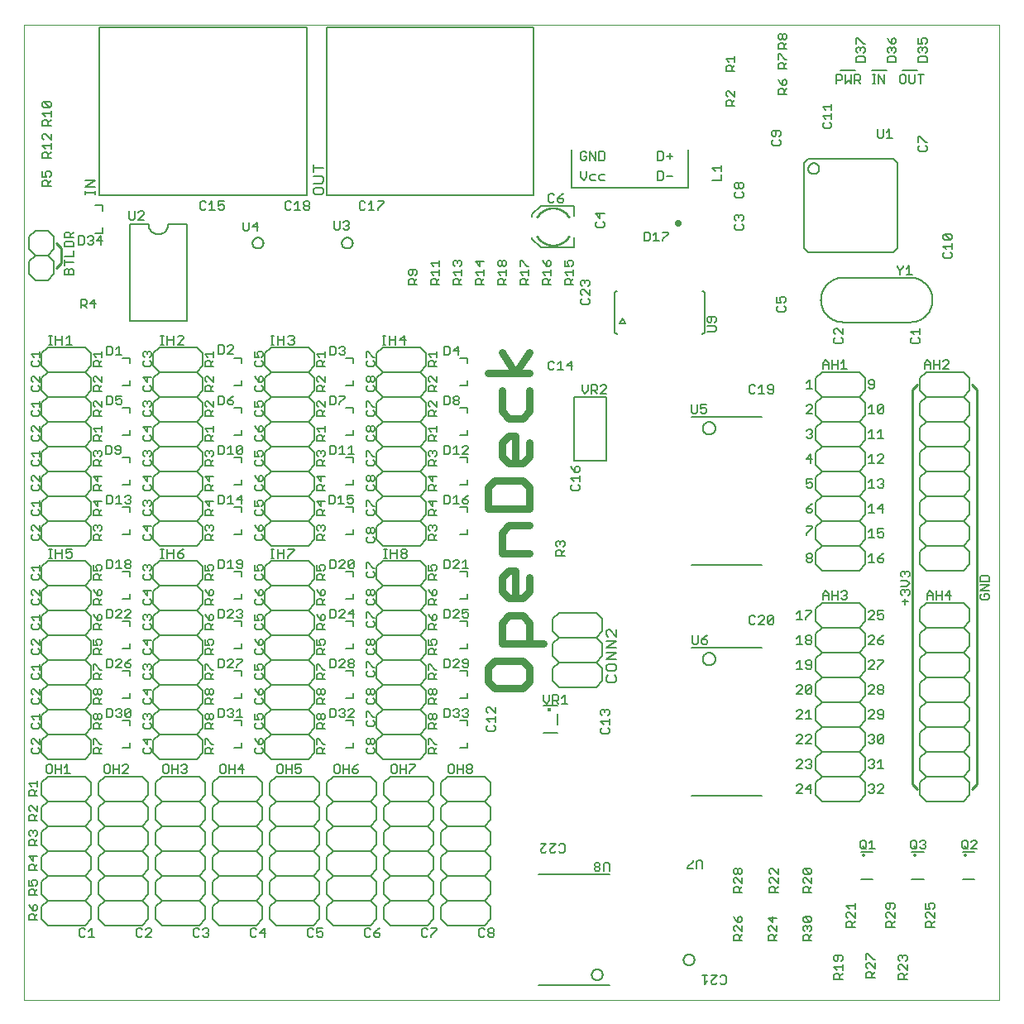
<source format=gto>
G75*
%MOIN*%
%OFA0B0*%
%FSLAX25Y25*%
%IPPOS*%
%LPD*%
%AMOC8*
5,1,8,0,0,1.08239X$1,22.5*
%
%ADD10C,0.00000*%
%ADD11C,0.00600*%
%ADD12C,0.00800*%
%ADD13C,0.03000*%
%ADD14C,0.01575*%
%ADD15C,0.02756*%
%ADD16C,0.01000*%
%ADD17C,0.00500*%
%ADD18C,0.01414*%
%ADD19C,0.00060*%
%ADD20C,0.00700*%
D10*
X0001500Y0001500D02*
X0001500Y0394500D01*
X0394500Y0394500D01*
X0394500Y0001500D01*
X0001500Y0001500D01*
D11*
X0024367Y0026800D02*
X0025501Y0026800D01*
X0026069Y0027367D01*
X0027483Y0026800D02*
X0029752Y0026800D01*
X0028617Y0026800D02*
X0028617Y0030203D01*
X0027483Y0029069D01*
X0026069Y0029636D02*
X0025501Y0030203D01*
X0024367Y0030203D01*
X0023800Y0029636D01*
X0023800Y0027367D01*
X0024367Y0026800D01*
X0026000Y0031500D02*
X0011000Y0031500D01*
X0008500Y0034000D01*
X0008500Y0039000D01*
X0011000Y0041500D01*
X0026000Y0041500D01*
X0028500Y0039000D01*
X0028500Y0034000D01*
X0026000Y0031500D01*
X0031500Y0034000D02*
X0031500Y0039000D01*
X0034000Y0041500D01*
X0049000Y0041500D01*
X0051500Y0039000D01*
X0051500Y0034000D01*
X0049000Y0031500D01*
X0034000Y0031500D01*
X0031500Y0034000D01*
X0034000Y0041500D02*
X0031500Y0044000D01*
X0031500Y0049000D01*
X0034000Y0051500D01*
X0049000Y0051500D01*
X0051500Y0049000D01*
X0051500Y0044000D01*
X0049000Y0041500D01*
X0054500Y0039000D02*
X0054500Y0034000D01*
X0057000Y0031500D01*
X0072000Y0031500D01*
X0074500Y0034000D01*
X0074500Y0039000D01*
X0072000Y0041500D01*
X0057000Y0041500D01*
X0054500Y0039000D01*
X0057000Y0041500D02*
X0054500Y0044000D01*
X0054500Y0049000D01*
X0057000Y0051500D01*
X0072000Y0051500D01*
X0074500Y0049000D01*
X0074500Y0044000D01*
X0072000Y0041500D01*
X0077500Y0039000D02*
X0077500Y0034000D01*
X0080000Y0031500D01*
X0095000Y0031500D01*
X0097500Y0034000D01*
X0097500Y0039000D01*
X0095000Y0041500D01*
X0080000Y0041500D01*
X0077500Y0039000D01*
X0080000Y0041500D02*
X0077500Y0044000D01*
X0077500Y0049000D01*
X0080000Y0051500D01*
X0095000Y0051500D01*
X0097500Y0049000D01*
X0097500Y0044000D01*
X0095000Y0041500D01*
X0100500Y0039000D02*
X0100500Y0034000D01*
X0103000Y0031500D01*
X0118000Y0031500D01*
X0120500Y0034000D01*
X0120500Y0039000D01*
X0118000Y0041500D01*
X0103000Y0041500D01*
X0100500Y0039000D01*
X0103000Y0041500D02*
X0100500Y0044000D01*
X0100500Y0049000D01*
X0103000Y0051500D01*
X0118000Y0051500D01*
X0120500Y0049000D01*
X0120500Y0044000D01*
X0118000Y0041500D01*
X0123500Y0039000D02*
X0123500Y0034000D01*
X0126000Y0031500D01*
X0141000Y0031500D01*
X0143500Y0034000D01*
X0143500Y0039000D01*
X0141000Y0041500D01*
X0126000Y0041500D01*
X0123500Y0039000D01*
X0126000Y0041500D02*
X0123500Y0044000D01*
X0123500Y0049000D01*
X0126000Y0051500D01*
X0141000Y0051500D01*
X0143500Y0049000D01*
X0143500Y0044000D01*
X0141000Y0041500D01*
X0146500Y0039000D02*
X0146500Y0034000D01*
X0149000Y0031500D01*
X0164000Y0031500D01*
X0166500Y0034000D01*
X0166500Y0039000D01*
X0164000Y0041500D01*
X0149000Y0041500D01*
X0146500Y0039000D01*
X0149000Y0041500D02*
X0146500Y0044000D01*
X0146500Y0049000D01*
X0149000Y0051500D01*
X0164000Y0051500D01*
X0166500Y0049000D01*
X0166500Y0044000D01*
X0164000Y0041500D01*
X0169500Y0039000D02*
X0169500Y0034000D01*
X0172000Y0031500D01*
X0187000Y0031500D01*
X0189500Y0034000D01*
X0189500Y0039000D01*
X0187000Y0041500D01*
X0172000Y0041500D01*
X0169500Y0039000D01*
X0172000Y0041500D02*
X0169500Y0044000D01*
X0169500Y0049000D01*
X0172000Y0051500D01*
X0187000Y0051500D01*
X0189500Y0049000D01*
X0189500Y0044000D01*
X0187000Y0041500D01*
X0187000Y0051500D02*
X0189500Y0054000D01*
X0189500Y0059000D01*
X0187000Y0061500D01*
X0172000Y0061500D01*
X0169500Y0059000D01*
X0169500Y0054000D01*
X0172000Y0051500D01*
X0166500Y0054000D02*
X0166500Y0059000D01*
X0164000Y0061500D01*
X0149000Y0061500D01*
X0146500Y0059000D01*
X0146500Y0054000D01*
X0149000Y0051500D01*
X0143500Y0054000D02*
X0143500Y0059000D01*
X0141000Y0061500D01*
X0126000Y0061500D01*
X0123500Y0059000D01*
X0123500Y0054000D01*
X0126000Y0051500D01*
X0120500Y0054000D02*
X0120500Y0059000D01*
X0118000Y0061500D01*
X0103000Y0061500D01*
X0100500Y0059000D01*
X0100500Y0054000D01*
X0103000Y0051500D01*
X0097500Y0054000D02*
X0095000Y0051500D01*
X0097500Y0054000D02*
X0097500Y0059000D01*
X0095000Y0061500D01*
X0080000Y0061500D01*
X0077500Y0059000D01*
X0077500Y0054000D01*
X0080000Y0051500D01*
X0074500Y0054000D02*
X0072000Y0051500D01*
X0074500Y0054000D02*
X0074500Y0059000D01*
X0072000Y0061500D01*
X0057000Y0061500D01*
X0054500Y0059000D01*
X0054500Y0054000D01*
X0057000Y0051500D01*
X0051500Y0054000D02*
X0051500Y0059000D01*
X0049000Y0061500D01*
X0034000Y0061500D01*
X0031500Y0059000D01*
X0031500Y0054000D01*
X0034000Y0051500D01*
X0028500Y0049000D02*
X0028500Y0044000D01*
X0026000Y0041500D01*
X0028500Y0049000D02*
X0026000Y0051500D01*
X0011000Y0051500D01*
X0008500Y0049000D01*
X0008500Y0044000D01*
X0011000Y0041500D01*
X0006700Y0043800D02*
X0003297Y0043800D01*
X0003297Y0045501D01*
X0003864Y0046069D01*
X0004999Y0046069D01*
X0005566Y0045501D01*
X0005566Y0043800D01*
X0005566Y0044934D02*
X0006700Y0046069D01*
X0006133Y0047483D02*
X0006700Y0048050D01*
X0006700Y0049185D01*
X0006133Y0049752D01*
X0004999Y0049752D01*
X0004431Y0049185D01*
X0004431Y0048617D01*
X0004999Y0047483D01*
X0003297Y0047483D01*
X0003297Y0049752D01*
X0003297Y0053800D02*
X0003297Y0055501D01*
X0003864Y0056069D01*
X0004999Y0056069D01*
X0005566Y0055501D01*
X0005566Y0053800D01*
X0006700Y0053800D02*
X0003297Y0053800D01*
X0005566Y0054934D02*
X0006700Y0056069D01*
X0004999Y0057483D02*
X0004999Y0059752D01*
X0006700Y0059185D02*
X0003297Y0059185D01*
X0004999Y0057483D01*
X0008500Y0059000D02*
X0008500Y0054000D01*
X0011000Y0051500D01*
X0008500Y0059000D02*
X0011000Y0061500D01*
X0026000Y0061500D01*
X0028500Y0059000D01*
X0028500Y0054000D01*
X0026000Y0051500D01*
X0026000Y0061500D02*
X0028500Y0064000D01*
X0028500Y0069000D01*
X0026000Y0071500D01*
X0011000Y0071500D01*
X0008500Y0069000D01*
X0008500Y0064000D01*
X0011000Y0061500D01*
X0006700Y0063800D02*
X0003297Y0063800D01*
X0003297Y0065501D01*
X0003864Y0066069D01*
X0004999Y0066069D01*
X0005566Y0065501D01*
X0005566Y0063800D01*
X0005566Y0064934D02*
X0006700Y0066069D01*
X0006133Y0067483D02*
X0006700Y0068050D01*
X0006700Y0069185D01*
X0006133Y0069752D01*
X0005566Y0069752D01*
X0004999Y0069185D01*
X0004999Y0068617D01*
X0004999Y0069185D02*
X0004431Y0069752D01*
X0003864Y0069752D01*
X0003297Y0069185D01*
X0003297Y0068050D01*
X0003864Y0067483D01*
X0003297Y0073800D02*
X0003297Y0075501D01*
X0003864Y0076069D01*
X0004999Y0076069D01*
X0005566Y0075501D01*
X0005566Y0073800D01*
X0006700Y0073800D02*
X0003297Y0073800D01*
X0005566Y0074934D02*
X0006700Y0076069D01*
X0006700Y0077483D02*
X0004431Y0079752D01*
X0003864Y0079752D01*
X0003297Y0079185D01*
X0003297Y0078050D01*
X0003864Y0077483D01*
X0006700Y0077483D02*
X0006700Y0079752D01*
X0008500Y0079000D02*
X0008500Y0074000D01*
X0011000Y0071500D01*
X0008500Y0079000D02*
X0011000Y0081500D01*
X0026000Y0081500D01*
X0028500Y0079000D01*
X0028500Y0074000D01*
X0026000Y0071500D01*
X0031500Y0069000D02*
X0031500Y0064000D01*
X0034000Y0061500D01*
X0031500Y0069000D02*
X0034000Y0071500D01*
X0049000Y0071500D01*
X0051500Y0069000D01*
X0051500Y0064000D01*
X0049000Y0061500D01*
X0054500Y0064000D02*
X0054500Y0069000D01*
X0057000Y0071500D01*
X0072000Y0071500D01*
X0074500Y0069000D01*
X0074500Y0064000D01*
X0072000Y0061500D01*
X0077500Y0064000D02*
X0077500Y0069000D01*
X0080000Y0071500D01*
X0095000Y0071500D01*
X0097500Y0069000D01*
X0097500Y0064000D01*
X0095000Y0061500D01*
X0100500Y0064000D02*
X0100500Y0069000D01*
X0103000Y0071500D01*
X0118000Y0071500D01*
X0120500Y0069000D01*
X0120500Y0064000D01*
X0118000Y0061500D01*
X0123500Y0064000D02*
X0123500Y0069000D01*
X0126000Y0071500D01*
X0141000Y0071500D01*
X0143500Y0069000D01*
X0143500Y0064000D01*
X0141000Y0061500D01*
X0146500Y0064000D02*
X0146500Y0069000D01*
X0149000Y0071500D01*
X0164000Y0071500D01*
X0166500Y0069000D01*
X0166500Y0064000D01*
X0164000Y0061500D01*
X0169500Y0064000D02*
X0169500Y0069000D01*
X0172000Y0071500D01*
X0187000Y0071500D01*
X0189500Y0069000D01*
X0189500Y0064000D01*
X0187000Y0061500D01*
X0187000Y0071500D02*
X0189500Y0074000D01*
X0189500Y0079000D01*
X0187000Y0081500D01*
X0172000Y0081500D01*
X0169500Y0079000D01*
X0169500Y0074000D01*
X0172000Y0071500D01*
X0166500Y0074000D02*
X0166500Y0079000D01*
X0164000Y0081500D01*
X0149000Y0081500D01*
X0146500Y0079000D01*
X0146500Y0074000D01*
X0149000Y0071500D01*
X0143500Y0074000D02*
X0143500Y0079000D01*
X0141000Y0081500D01*
X0126000Y0081500D01*
X0123500Y0079000D01*
X0123500Y0074000D01*
X0126000Y0071500D01*
X0120500Y0074000D02*
X0120500Y0079000D01*
X0118000Y0081500D01*
X0103000Y0081500D01*
X0100500Y0079000D01*
X0100500Y0074000D01*
X0103000Y0071500D01*
X0097500Y0074000D02*
X0095000Y0071500D01*
X0097500Y0074000D02*
X0097500Y0079000D01*
X0095000Y0081500D01*
X0080000Y0081500D01*
X0077500Y0079000D01*
X0077500Y0074000D01*
X0080000Y0071500D01*
X0074500Y0074000D02*
X0072000Y0071500D01*
X0074500Y0074000D02*
X0074500Y0079000D01*
X0072000Y0081500D01*
X0057000Y0081500D01*
X0054500Y0079000D01*
X0054500Y0074000D01*
X0057000Y0071500D01*
X0051500Y0074000D02*
X0051500Y0079000D01*
X0049000Y0081500D01*
X0034000Y0081500D01*
X0031500Y0079000D01*
X0031500Y0074000D01*
X0034000Y0071500D01*
X0034000Y0081500D02*
X0031500Y0084000D01*
X0031500Y0089000D01*
X0034000Y0091500D01*
X0049000Y0091500D01*
X0051500Y0089000D01*
X0051500Y0084000D01*
X0049000Y0081500D01*
X0054500Y0084000D02*
X0054500Y0089000D01*
X0057000Y0091500D01*
X0072000Y0091500D01*
X0074500Y0089000D01*
X0074500Y0084000D01*
X0072000Y0081500D01*
X0077500Y0084000D02*
X0077500Y0089000D01*
X0080000Y0091500D01*
X0095000Y0091500D01*
X0097500Y0089000D01*
X0097500Y0084000D01*
X0095000Y0081500D01*
X0100500Y0084000D02*
X0100500Y0089000D01*
X0103000Y0091500D01*
X0118000Y0091500D01*
X0120500Y0089000D01*
X0120500Y0084000D01*
X0118000Y0081500D01*
X0123500Y0084000D02*
X0123500Y0089000D01*
X0126000Y0091500D01*
X0141000Y0091500D01*
X0143500Y0089000D01*
X0143500Y0084000D01*
X0141000Y0081500D01*
X0146500Y0084000D02*
X0146500Y0089000D01*
X0149000Y0091500D01*
X0164000Y0091500D01*
X0166500Y0089000D01*
X0166500Y0084000D01*
X0164000Y0081500D01*
X0169500Y0084000D02*
X0169500Y0089000D01*
X0172000Y0091500D01*
X0187000Y0091500D01*
X0189500Y0089000D01*
X0189500Y0084000D01*
X0187000Y0081500D01*
X0181368Y0092800D02*
X0180233Y0092800D01*
X0179666Y0093367D01*
X0179666Y0093934D01*
X0180233Y0094501D01*
X0181368Y0094501D01*
X0181935Y0093934D01*
X0181935Y0093367D01*
X0181368Y0092800D01*
X0181368Y0094501D02*
X0181935Y0095069D01*
X0181935Y0095636D01*
X0181368Y0096203D01*
X0180233Y0096203D01*
X0179666Y0095636D01*
X0179666Y0095069D01*
X0180233Y0094501D01*
X0178252Y0094501D02*
X0175983Y0094501D01*
X0175983Y0092800D02*
X0175983Y0096203D01*
X0174569Y0095636D02*
X0174001Y0096203D01*
X0172867Y0096203D01*
X0172300Y0095636D01*
X0172300Y0093367D01*
X0172867Y0092800D01*
X0174001Y0092800D01*
X0174569Y0093367D01*
X0174569Y0095636D01*
X0178252Y0096203D02*
X0178252Y0092800D01*
X0176900Y0102900D02*
X0180100Y0102900D01*
X0180100Y0105100D01*
X0180100Y0111900D02*
X0180100Y0114100D01*
X0176900Y0114100D01*
X0176185Y0115300D02*
X0175050Y0115300D01*
X0174483Y0115867D01*
X0173069Y0115867D02*
X0173069Y0118136D01*
X0172501Y0118703D01*
X0170800Y0118703D01*
X0170800Y0115300D01*
X0172501Y0115300D01*
X0173069Y0115867D01*
X0174483Y0118136D02*
X0175050Y0118703D01*
X0176185Y0118703D01*
X0176752Y0118136D01*
X0176752Y0117569D01*
X0176185Y0117001D01*
X0176752Y0116434D01*
X0176752Y0115867D01*
X0176185Y0115300D01*
X0176185Y0117001D02*
X0175617Y0117001D01*
X0178166Y0115867D02*
X0178733Y0115300D01*
X0179868Y0115300D01*
X0180435Y0115867D01*
X0180435Y0116434D01*
X0179868Y0117001D01*
X0179301Y0117001D01*
X0179868Y0117001D02*
X0180435Y0117569D01*
X0180435Y0118136D01*
X0179868Y0118703D01*
X0178733Y0118703D01*
X0178166Y0118136D01*
X0176900Y0122900D02*
X0180100Y0122900D01*
X0180100Y0125100D01*
X0180100Y0131900D02*
X0180100Y0134100D01*
X0176900Y0134100D01*
X0176752Y0135300D02*
X0174483Y0135300D01*
X0176752Y0137569D01*
X0176752Y0138136D01*
X0176185Y0138703D01*
X0175050Y0138703D01*
X0174483Y0138136D01*
X0173069Y0138136D02*
X0172501Y0138703D01*
X0170800Y0138703D01*
X0170800Y0135300D01*
X0172501Y0135300D01*
X0173069Y0135867D01*
X0173069Y0138136D01*
X0178166Y0138136D02*
X0178166Y0137569D01*
X0178733Y0137001D01*
X0180435Y0137001D01*
X0180435Y0135867D02*
X0180435Y0138136D01*
X0179868Y0138703D01*
X0178733Y0138703D01*
X0178166Y0138136D01*
X0178166Y0135867D02*
X0178733Y0135300D01*
X0179868Y0135300D01*
X0180435Y0135867D01*
X0180100Y0142900D02*
X0176900Y0142900D01*
X0180100Y0142900D02*
X0180100Y0145100D01*
X0180100Y0151900D02*
X0180100Y0154100D01*
X0176900Y0154100D01*
X0176752Y0155300D02*
X0174483Y0155300D01*
X0176752Y0157569D01*
X0176752Y0158136D01*
X0176185Y0158703D01*
X0175050Y0158703D01*
X0174483Y0158136D01*
X0173069Y0158136D02*
X0172501Y0158703D01*
X0170800Y0158703D01*
X0170800Y0155300D01*
X0172501Y0155300D01*
X0173069Y0155867D01*
X0173069Y0158136D01*
X0178166Y0158703D02*
X0178166Y0157001D01*
X0179301Y0157569D01*
X0179868Y0157569D01*
X0180435Y0157001D01*
X0180435Y0155867D01*
X0179868Y0155300D01*
X0178733Y0155300D01*
X0178166Y0155867D01*
X0178166Y0158703D02*
X0180435Y0158703D01*
X0180100Y0162900D02*
X0176900Y0162900D01*
X0180100Y0162900D02*
X0180100Y0165100D01*
X0180100Y0171900D02*
X0180100Y0174100D01*
X0176900Y0174100D01*
X0176752Y0175300D02*
X0174483Y0175300D01*
X0176752Y0177569D01*
X0176752Y0178136D01*
X0176185Y0178703D01*
X0175050Y0178703D01*
X0174483Y0178136D01*
X0173069Y0178136D02*
X0172501Y0178703D01*
X0170800Y0178703D01*
X0170800Y0175300D01*
X0172501Y0175300D01*
X0173069Y0175867D01*
X0173069Y0178136D01*
X0178166Y0177569D02*
X0179301Y0178703D01*
X0179301Y0175300D01*
X0180435Y0175300D02*
X0178166Y0175300D01*
X0167700Y0175050D02*
X0167133Y0174483D01*
X0167700Y0175050D02*
X0167700Y0176185D01*
X0167133Y0176752D01*
X0165999Y0176752D01*
X0165431Y0176185D01*
X0165431Y0175617D01*
X0165999Y0174483D01*
X0164297Y0174483D01*
X0164297Y0176752D01*
X0163500Y0176000D02*
X0163500Y0171000D01*
X0161000Y0168500D01*
X0146000Y0168500D01*
X0143500Y0166000D01*
X0143500Y0161000D01*
X0146000Y0158500D01*
X0161000Y0158500D01*
X0163500Y0156000D01*
X0163500Y0151000D01*
X0161000Y0148500D01*
X0146000Y0148500D01*
X0143500Y0146000D01*
X0143500Y0141000D01*
X0146000Y0138500D01*
X0161000Y0138500D01*
X0163500Y0136000D01*
X0163500Y0131000D01*
X0161000Y0128500D01*
X0146000Y0128500D01*
X0143500Y0126000D01*
X0143500Y0121000D01*
X0146000Y0118500D01*
X0161000Y0118500D01*
X0163500Y0116000D01*
X0163500Y0111000D01*
X0161000Y0108500D01*
X0163500Y0106000D01*
X0163500Y0101000D01*
X0161000Y0098500D01*
X0146000Y0098500D01*
X0143500Y0101000D01*
X0143500Y0106000D01*
X0146000Y0108500D01*
X0161000Y0108500D01*
X0164297Y0106752D02*
X0164864Y0106752D01*
X0167133Y0104483D01*
X0167700Y0104483D01*
X0167700Y0103069D02*
X0166566Y0101934D01*
X0166566Y0102501D02*
X0166566Y0100800D01*
X0167700Y0100800D02*
X0164297Y0100800D01*
X0164297Y0102501D01*
X0164864Y0103069D01*
X0165999Y0103069D01*
X0166566Y0102501D01*
X0164297Y0104483D02*
X0164297Y0106752D01*
X0164297Y0110800D02*
X0164297Y0112501D01*
X0164864Y0113069D01*
X0165999Y0113069D01*
X0166566Y0112501D01*
X0166566Y0110800D01*
X0167700Y0110800D02*
X0164297Y0110800D01*
X0166566Y0111934D02*
X0167700Y0113069D01*
X0167133Y0114483D02*
X0166566Y0114483D01*
X0165999Y0115050D01*
X0165999Y0116185D01*
X0166566Y0116752D01*
X0167133Y0116752D01*
X0167700Y0116185D01*
X0167700Y0115050D01*
X0167133Y0114483D01*
X0165999Y0115050D02*
X0165431Y0114483D01*
X0164864Y0114483D01*
X0164297Y0115050D01*
X0164297Y0116185D01*
X0164864Y0116752D01*
X0165431Y0116752D01*
X0165999Y0116185D01*
X0166566Y0120800D02*
X0166566Y0122501D01*
X0165999Y0123069D01*
X0164864Y0123069D01*
X0164297Y0122501D01*
X0164297Y0120800D01*
X0167700Y0120800D01*
X0166566Y0121934D02*
X0167700Y0123069D01*
X0167133Y0124483D02*
X0166566Y0124483D01*
X0165999Y0125050D01*
X0165999Y0126185D01*
X0166566Y0126752D01*
X0167133Y0126752D01*
X0167700Y0126185D01*
X0167700Y0125050D01*
X0167133Y0124483D01*
X0165999Y0125050D02*
X0165431Y0124483D01*
X0164864Y0124483D01*
X0164297Y0125050D01*
X0164297Y0126185D01*
X0164864Y0126752D01*
X0165431Y0126752D01*
X0165999Y0126185D01*
X0163500Y0126000D02*
X0163500Y0121000D01*
X0161000Y0118500D01*
X0163500Y0126000D02*
X0161000Y0128500D01*
X0164297Y0130800D02*
X0164297Y0132501D01*
X0164864Y0133069D01*
X0165999Y0133069D01*
X0166566Y0132501D01*
X0166566Y0130800D01*
X0167700Y0130800D02*
X0164297Y0130800D01*
X0166566Y0131934D02*
X0167700Y0133069D01*
X0167700Y0134483D02*
X0167133Y0134483D01*
X0164864Y0136752D01*
X0164297Y0136752D01*
X0164297Y0134483D01*
X0161000Y0138500D02*
X0163500Y0141000D01*
X0163500Y0146000D01*
X0161000Y0148500D01*
X0164297Y0146752D02*
X0164297Y0144483D01*
X0165999Y0144483D01*
X0165431Y0145617D01*
X0165431Y0146185D01*
X0165999Y0146752D01*
X0167133Y0146752D01*
X0167700Y0146185D01*
X0167700Y0145050D01*
X0167133Y0144483D01*
X0167700Y0143069D02*
X0166566Y0141934D01*
X0166566Y0142501D02*
X0166566Y0140800D01*
X0167700Y0140800D02*
X0164297Y0140800D01*
X0164297Y0142501D01*
X0164864Y0143069D01*
X0165999Y0143069D01*
X0166566Y0142501D01*
X0166566Y0150800D02*
X0166566Y0152501D01*
X0165999Y0153069D01*
X0164864Y0153069D01*
X0164297Y0152501D01*
X0164297Y0150800D01*
X0167700Y0150800D01*
X0166566Y0151934D02*
X0167700Y0153069D01*
X0167133Y0154483D02*
X0165999Y0154483D01*
X0165999Y0156185D01*
X0166566Y0156752D01*
X0167133Y0156752D01*
X0167700Y0156185D01*
X0167700Y0155050D01*
X0167133Y0154483D01*
X0165999Y0154483D02*
X0164864Y0155617D01*
X0164297Y0156752D01*
X0161000Y0158500D02*
X0163500Y0161000D01*
X0163500Y0166000D01*
X0161000Y0168500D01*
X0164297Y0166752D02*
X0164864Y0165617D01*
X0165999Y0164483D01*
X0165999Y0166185D01*
X0166566Y0166752D01*
X0167133Y0166752D01*
X0167700Y0166185D01*
X0167700Y0165050D01*
X0167133Y0164483D01*
X0165999Y0164483D01*
X0165999Y0163069D02*
X0166566Y0162501D01*
X0166566Y0160800D01*
X0167700Y0160800D02*
X0164297Y0160800D01*
X0164297Y0162501D01*
X0164864Y0163069D01*
X0165999Y0163069D01*
X0166566Y0161934D02*
X0167700Y0163069D01*
X0167700Y0170800D02*
X0164297Y0170800D01*
X0164297Y0172501D01*
X0164864Y0173069D01*
X0165999Y0173069D01*
X0166566Y0172501D01*
X0166566Y0170800D01*
X0166566Y0171934D02*
X0167700Y0173069D01*
X0163500Y0176000D02*
X0161000Y0178500D01*
X0146000Y0178500D01*
X0143500Y0176000D01*
X0143500Y0171000D01*
X0146000Y0168500D01*
X0142700Y0166185D02*
X0142700Y0165050D01*
X0142133Y0164483D01*
X0141566Y0164483D01*
X0140999Y0165050D01*
X0140999Y0166185D01*
X0141566Y0166752D01*
X0142133Y0166752D01*
X0142700Y0166185D01*
X0140999Y0166185D02*
X0140431Y0166752D01*
X0139864Y0166752D01*
X0139297Y0166185D01*
X0139297Y0165050D01*
X0139864Y0164483D01*
X0140431Y0164483D01*
X0140999Y0165050D01*
X0142133Y0163069D02*
X0142700Y0162501D01*
X0142700Y0161367D01*
X0142133Y0160800D01*
X0139864Y0160800D01*
X0139297Y0161367D01*
X0139297Y0162501D01*
X0139864Y0163069D01*
X0146000Y0158500D02*
X0143500Y0156000D01*
X0143500Y0151000D01*
X0146000Y0148500D01*
X0142700Y0146185D02*
X0142700Y0145050D01*
X0142133Y0144483D01*
X0141566Y0144483D01*
X0140999Y0145050D01*
X0140999Y0146185D01*
X0141566Y0146752D01*
X0142133Y0146752D01*
X0142700Y0146185D01*
X0140999Y0146185D02*
X0140431Y0146752D01*
X0139864Y0146752D01*
X0139297Y0146185D01*
X0139297Y0145050D01*
X0139864Y0144483D01*
X0140431Y0144483D01*
X0140999Y0145050D01*
X0142133Y0143069D02*
X0142700Y0142501D01*
X0142700Y0141367D01*
X0142133Y0140800D01*
X0139864Y0140800D01*
X0139297Y0141367D01*
X0139297Y0142501D01*
X0139864Y0143069D01*
X0139864Y0137752D02*
X0142133Y0135483D01*
X0142700Y0135483D01*
X0143500Y0136000D02*
X0143500Y0131000D01*
X0146000Y0128500D01*
X0142700Y0126185D02*
X0142700Y0125050D01*
X0142133Y0124483D01*
X0141566Y0124483D01*
X0140999Y0125050D01*
X0140999Y0126185D01*
X0141566Y0126752D01*
X0142133Y0126752D01*
X0142700Y0126185D01*
X0140999Y0126185D02*
X0140431Y0126752D01*
X0139864Y0126752D01*
X0139297Y0126185D01*
X0139297Y0125050D01*
X0139864Y0124483D01*
X0140431Y0124483D01*
X0140999Y0125050D01*
X0142133Y0123069D02*
X0142700Y0122501D01*
X0142700Y0121367D01*
X0142133Y0120800D01*
X0139864Y0120800D01*
X0139297Y0121367D01*
X0139297Y0122501D01*
X0139864Y0123069D01*
X0139864Y0117752D02*
X0142133Y0115483D01*
X0142700Y0115483D01*
X0143500Y0116000D02*
X0143500Y0111000D01*
X0146000Y0108500D01*
X0142700Y0106185D02*
X0142133Y0106752D01*
X0141566Y0106752D01*
X0140999Y0106185D01*
X0140999Y0105050D01*
X0140431Y0104483D01*
X0139864Y0104483D01*
X0139297Y0105050D01*
X0139297Y0106185D01*
X0139864Y0106752D01*
X0140431Y0106752D01*
X0140999Y0106185D01*
X0140999Y0105050D02*
X0141566Y0104483D01*
X0142133Y0104483D01*
X0142700Y0105050D01*
X0142700Y0106185D01*
X0142133Y0103069D02*
X0142700Y0102501D01*
X0142700Y0101367D01*
X0142133Y0100800D01*
X0139864Y0100800D01*
X0139297Y0101367D01*
X0139297Y0102501D01*
X0139864Y0103069D01*
X0134100Y0102900D02*
X0134100Y0105100D01*
X0134100Y0102900D02*
X0130900Y0102900D01*
X0129983Y0096203D02*
X0129983Y0092800D01*
X0128569Y0093367D02*
X0128569Y0095636D01*
X0128001Y0096203D01*
X0126867Y0096203D01*
X0126300Y0095636D01*
X0126300Y0093367D01*
X0126867Y0092800D01*
X0128001Y0092800D01*
X0128569Y0093367D01*
X0129983Y0094501D02*
X0132252Y0094501D01*
X0133666Y0094501D02*
X0135368Y0094501D01*
X0135935Y0093934D01*
X0135935Y0093367D01*
X0135368Y0092800D01*
X0134233Y0092800D01*
X0133666Y0093367D01*
X0133666Y0094501D01*
X0134801Y0095636D01*
X0135935Y0096203D01*
X0132252Y0096203D02*
X0132252Y0092800D01*
X0123500Y0084000D02*
X0126000Y0081500D01*
X0120500Y0074000D02*
X0118000Y0071500D01*
X0123500Y0064000D02*
X0126000Y0061500D01*
X0120500Y0054000D02*
X0118000Y0051500D01*
X0103000Y0061500D02*
X0100500Y0064000D01*
X0103000Y0081500D02*
X0100500Y0084000D01*
X0103867Y0092800D02*
X0105001Y0092800D01*
X0105569Y0093367D01*
X0105569Y0095636D01*
X0105001Y0096203D01*
X0103867Y0096203D01*
X0103300Y0095636D01*
X0103300Y0093367D01*
X0103867Y0092800D01*
X0106983Y0092800D02*
X0106983Y0096203D01*
X0106983Y0094501D02*
X0109252Y0094501D01*
X0110666Y0094501D02*
X0111801Y0095069D01*
X0112368Y0095069D01*
X0112935Y0094501D01*
X0112935Y0093367D01*
X0112368Y0092800D01*
X0111233Y0092800D01*
X0110666Y0093367D01*
X0110666Y0094501D02*
X0110666Y0096203D01*
X0112935Y0096203D01*
X0109252Y0096203D02*
X0109252Y0092800D01*
X0116000Y0098500D02*
X0118500Y0101000D01*
X0118500Y0106000D01*
X0116000Y0108500D01*
X0101000Y0108500D01*
X0098500Y0106000D01*
X0098500Y0101000D01*
X0101000Y0098500D01*
X0116000Y0098500D01*
X0119297Y0100800D02*
X0119297Y0102501D01*
X0119864Y0103069D01*
X0120999Y0103069D01*
X0121566Y0102501D01*
X0121566Y0100800D01*
X0122700Y0100800D02*
X0119297Y0100800D01*
X0121566Y0101934D02*
X0122700Y0103069D01*
X0122700Y0104483D02*
X0122133Y0104483D01*
X0119864Y0106752D01*
X0119297Y0106752D01*
X0119297Y0104483D01*
X0116000Y0108500D02*
X0118500Y0111000D01*
X0118500Y0116000D01*
X0116000Y0118500D01*
X0101000Y0118500D01*
X0098500Y0116000D01*
X0098500Y0111000D01*
X0101000Y0108500D01*
X0097700Y0106185D02*
X0097133Y0106752D01*
X0096566Y0106752D01*
X0095999Y0106185D01*
X0095999Y0104483D01*
X0097133Y0104483D01*
X0097700Y0105050D01*
X0097700Y0106185D01*
X0095999Y0104483D02*
X0094864Y0105617D01*
X0094297Y0106752D01*
X0094864Y0103069D02*
X0094297Y0102501D01*
X0094297Y0101367D01*
X0094864Y0100800D01*
X0097133Y0100800D01*
X0097700Y0101367D01*
X0097700Y0102501D01*
X0097133Y0103069D01*
X0097133Y0110800D02*
X0094864Y0110800D01*
X0094297Y0111367D01*
X0094297Y0112501D01*
X0094864Y0113069D01*
X0094297Y0114483D02*
X0095999Y0114483D01*
X0095431Y0115617D01*
X0095431Y0116185D01*
X0095999Y0116752D01*
X0097133Y0116752D01*
X0097700Y0116185D01*
X0097700Y0115050D01*
X0097133Y0114483D01*
X0097133Y0113069D02*
X0097700Y0112501D01*
X0097700Y0111367D01*
X0097133Y0110800D01*
X0094297Y0114483D02*
X0094297Y0116752D01*
X0094864Y0120800D02*
X0097133Y0120800D01*
X0097700Y0121367D01*
X0097700Y0122501D01*
X0097133Y0123069D01*
X0097133Y0124483D02*
X0097700Y0125050D01*
X0097700Y0126185D01*
X0097133Y0126752D01*
X0096566Y0126752D01*
X0095999Y0126185D01*
X0095999Y0124483D01*
X0097133Y0124483D01*
X0095999Y0124483D02*
X0094864Y0125617D01*
X0094297Y0126752D01*
X0094864Y0123069D02*
X0094297Y0122501D01*
X0094297Y0121367D01*
X0094864Y0120800D01*
X0098500Y0121000D02*
X0098500Y0126000D01*
X0101000Y0128500D01*
X0116000Y0128500D01*
X0118500Y0126000D01*
X0118500Y0121000D01*
X0116000Y0118500D01*
X0119297Y0120800D02*
X0119297Y0122501D01*
X0119864Y0123069D01*
X0120999Y0123069D01*
X0121566Y0122501D01*
X0121566Y0120800D01*
X0122700Y0120800D02*
X0119297Y0120800D01*
X0121566Y0121934D02*
X0122700Y0123069D01*
X0122133Y0124483D02*
X0121566Y0124483D01*
X0120999Y0125050D01*
X0120999Y0126185D01*
X0121566Y0126752D01*
X0122133Y0126752D01*
X0122700Y0126185D01*
X0122700Y0125050D01*
X0122133Y0124483D01*
X0120999Y0125050D02*
X0120431Y0124483D01*
X0119864Y0124483D01*
X0119297Y0125050D01*
X0119297Y0126185D01*
X0119864Y0126752D01*
X0120431Y0126752D01*
X0120999Y0126185D01*
X0118500Y0131000D02*
X0116000Y0128500D01*
X0118500Y0131000D02*
X0118500Y0136000D01*
X0116000Y0138500D01*
X0101000Y0138500D01*
X0098500Y0136000D01*
X0098500Y0131000D01*
X0101000Y0128500D01*
X0097700Y0131367D02*
X0097700Y0132501D01*
X0097133Y0133069D01*
X0097133Y0134483D02*
X0097700Y0135050D01*
X0097700Y0136185D01*
X0097133Y0136752D01*
X0095999Y0136752D01*
X0095431Y0136185D01*
X0095431Y0135617D01*
X0095999Y0134483D01*
X0094297Y0134483D01*
X0094297Y0136752D01*
X0094864Y0133069D02*
X0094297Y0132501D01*
X0094297Y0131367D01*
X0094864Y0130800D01*
X0097133Y0130800D01*
X0097700Y0131367D01*
X0101000Y0138500D02*
X0098500Y0141000D01*
X0098500Y0146000D01*
X0101000Y0148500D01*
X0116000Y0148500D01*
X0118500Y0146000D01*
X0118500Y0141000D01*
X0116000Y0138500D01*
X0119297Y0136752D02*
X0119297Y0134483D01*
X0119864Y0133069D02*
X0120999Y0133069D01*
X0121566Y0132501D01*
X0121566Y0130800D01*
X0122700Y0130800D02*
X0119297Y0130800D01*
X0119297Y0132501D01*
X0119864Y0133069D01*
X0121566Y0131934D02*
X0122700Y0133069D01*
X0122700Y0134483D02*
X0122133Y0134483D01*
X0119864Y0136752D01*
X0119297Y0136752D01*
X0119297Y0140800D02*
X0119297Y0142501D01*
X0119864Y0143069D01*
X0120999Y0143069D01*
X0121566Y0142501D01*
X0121566Y0140800D01*
X0122700Y0140800D02*
X0119297Y0140800D01*
X0121566Y0141934D02*
X0122700Y0143069D01*
X0122133Y0144483D02*
X0122700Y0145050D01*
X0122700Y0146185D01*
X0122133Y0146752D01*
X0120999Y0146752D01*
X0120431Y0146185D01*
X0120431Y0145617D01*
X0120999Y0144483D01*
X0119297Y0144483D01*
X0119297Y0146752D01*
X0116000Y0148500D02*
X0118500Y0151000D01*
X0118500Y0156000D01*
X0116000Y0158500D01*
X0101000Y0158500D01*
X0098500Y0156000D01*
X0098500Y0151000D01*
X0101000Y0148500D01*
X0097700Y0146185D02*
X0097133Y0146752D01*
X0096566Y0146752D01*
X0095999Y0146185D01*
X0095999Y0144483D01*
X0097133Y0144483D01*
X0097700Y0145050D01*
X0097700Y0146185D01*
X0095999Y0144483D02*
X0094864Y0145617D01*
X0094297Y0146752D01*
X0094864Y0143069D02*
X0094297Y0142501D01*
X0094297Y0141367D01*
X0094864Y0140800D01*
X0097133Y0140800D01*
X0097700Y0141367D01*
X0097700Y0142501D01*
X0097133Y0143069D01*
X0097133Y0150800D02*
X0094864Y0150800D01*
X0094297Y0151367D01*
X0094297Y0152501D01*
X0094864Y0153069D01*
X0094297Y0154483D02*
X0095999Y0154483D01*
X0095431Y0155617D01*
X0095431Y0156185D01*
X0095999Y0156752D01*
X0097133Y0156752D01*
X0097700Y0156185D01*
X0097700Y0155050D01*
X0097133Y0154483D01*
X0097133Y0153069D02*
X0097700Y0152501D01*
X0097700Y0151367D01*
X0097133Y0150800D01*
X0094297Y0154483D02*
X0094297Y0156752D01*
X0094864Y0160800D02*
X0097133Y0160800D01*
X0097700Y0161367D01*
X0097700Y0162501D01*
X0097133Y0163069D01*
X0097133Y0164483D02*
X0097700Y0165050D01*
X0097700Y0166185D01*
X0097133Y0166752D01*
X0096566Y0166752D01*
X0095999Y0166185D01*
X0095999Y0164483D01*
X0097133Y0164483D01*
X0095999Y0164483D02*
X0094864Y0165617D01*
X0094297Y0166752D01*
X0094864Y0163069D02*
X0094297Y0162501D01*
X0094297Y0161367D01*
X0094864Y0160800D01*
X0098500Y0161000D02*
X0098500Y0166000D01*
X0101000Y0168500D01*
X0116000Y0168500D01*
X0118500Y0166000D01*
X0118500Y0161000D01*
X0116000Y0158500D01*
X0119297Y0156752D02*
X0119864Y0155617D01*
X0120999Y0154483D01*
X0120999Y0156185D01*
X0121566Y0156752D01*
X0122133Y0156752D01*
X0122700Y0156185D01*
X0122700Y0155050D01*
X0122133Y0154483D01*
X0120999Y0154483D01*
X0120999Y0153069D02*
X0121566Y0152501D01*
X0121566Y0150800D01*
X0122700Y0150800D02*
X0119297Y0150800D01*
X0119297Y0152501D01*
X0119864Y0153069D01*
X0120999Y0153069D01*
X0121566Y0151934D02*
X0122700Y0153069D01*
X0124800Y0155300D02*
X0126501Y0155300D01*
X0127069Y0155867D01*
X0127069Y0158136D01*
X0126501Y0158703D01*
X0124800Y0158703D01*
X0124800Y0155300D01*
X0128483Y0155300D02*
X0130752Y0157569D01*
X0130752Y0158136D01*
X0130185Y0158703D01*
X0129050Y0158703D01*
X0128483Y0158136D01*
X0128483Y0155300D02*
X0130752Y0155300D01*
X0130900Y0154100D02*
X0134100Y0154100D01*
X0134100Y0151900D01*
X0133868Y0155300D02*
X0133868Y0158703D01*
X0132166Y0157001D01*
X0134435Y0157001D01*
X0139297Y0157752D02*
X0139864Y0157752D01*
X0142133Y0155483D01*
X0142700Y0155483D01*
X0142133Y0154069D02*
X0142700Y0153501D01*
X0142700Y0152367D01*
X0142133Y0151800D01*
X0139864Y0151800D01*
X0139297Y0152367D01*
X0139297Y0153501D01*
X0139864Y0154069D01*
X0139297Y0155483D02*
X0139297Y0157752D01*
X0134100Y0162900D02*
X0134100Y0165100D01*
X0134100Y0162900D02*
X0130900Y0162900D01*
X0134100Y0171900D02*
X0134100Y0174100D01*
X0130900Y0174100D01*
X0130752Y0175300D02*
X0128483Y0175300D01*
X0130752Y0177569D01*
X0130752Y0178136D01*
X0130185Y0178703D01*
X0129050Y0178703D01*
X0128483Y0178136D01*
X0127069Y0178136D02*
X0126501Y0178703D01*
X0124800Y0178703D01*
X0124800Y0175300D01*
X0126501Y0175300D01*
X0127069Y0175867D01*
X0127069Y0178136D01*
X0132166Y0178136D02*
X0132733Y0178703D01*
X0133868Y0178703D01*
X0134435Y0178136D01*
X0132166Y0175867D01*
X0132733Y0175300D01*
X0133868Y0175300D01*
X0134435Y0175867D01*
X0134435Y0178136D01*
X0132166Y0178136D02*
X0132166Y0175867D01*
X0139297Y0175483D02*
X0139297Y0177752D01*
X0139864Y0177752D01*
X0142133Y0175483D01*
X0142700Y0175483D01*
X0142133Y0174069D02*
X0142700Y0173501D01*
X0142700Y0172367D01*
X0142133Y0171800D01*
X0139864Y0171800D01*
X0139297Y0172367D01*
X0139297Y0173501D01*
X0139864Y0174069D01*
X0139864Y0185800D02*
X0142133Y0185800D01*
X0142700Y0186367D01*
X0142700Y0187501D01*
X0142133Y0188069D01*
X0142133Y0189483D02*
X0141566Y0189483D01*
X0140999Y0190050D01*
X0140999Y0191185D01*
X0141566Y0191752D01*
X0142133Y0191752D01*
X0142700Y0191185D01*
X0142700Y0190050D01*
X0142133Y0189483D01*
X0140999Y0190050D02*
X0140431Y0189483D01*
X0139864Y0189483D01*
X0139297Y0190050D01*
X0139297Y0191185D01*
X0139864Y0191752D01*
X0140431Y0191752D01*
X0140999Y0191185D01*
X0143500Y0192000D02*
X0143500Y0187000D01*
X0146000Y0184500D01*
X0161000Y0184500D01*
X0163500Y0187000D01*
X0163500Y0192000D01*
X0161000Y0194500D01*
X0146000Y0194500D01*
X0143500Y0192000D01*
X0146000Y0194500D02*
X0143500Y0197000D01*
X0143500Y0202000D01*
X0146000Y0204500D01*
X0161000Y0204500D01*
X0163500Y0202000D01*
X0163500Y0197000D01*
X0161000Y0194500D01*
X0164297Y0196800D02*
X0164297Y0198501D01*
X0164864Y0199069D01*
X0165999Y0199069D01*
X0166566Y0198501D01*
X0166566Y0196800D01*
X0167700Y0196800D02*
X0164297Y0196800D01*
X0166566Y0197934D02*
X0167700Y0199069D01*
X0165999Y0200483D02*
X0165999Y0202752D01*
X0167700Y0202185D02*
X0164297Y0202185D01*
X0165999Y0200483D01*
X0161000Y0204500D02*
X0163500Y0207000D01*
X0163500Y0212000D01*
X0161000Y0214500D01*
X0146000Y0214500D01*
X0143500Y0212000D01*
X0143500Y0207000D01*
X0146000Y0204500D01*
X0142700Y0207367D02*
X0142133Y0206800D01*
X0139864Y0206800D01*
X0139297Y0207367D01*
X0139297Y0208501D01*
X0139864Y0209069D01*
X0139864Y0210483D02*
X0140431Y0210483D01*
X0140999Y0211050D01*
X0140999Y0212185D01*
X0141566Y0212752D01*
X0142133Y0212752D01*
X0142700Y0212185D01*
X0142700Y0211050D01*
X0142133Y0210483D01*
X0141566Y0210483D01*
X0140999Y0211050D01*
X0140999Y0212185D02*
X0140431Y0212752D01*
X0139864Y0212752D01*
X0139297Y0212185D01*
X0139297Y0211050D01*
X0139864Y0210483D01*
X0142133Y0209069D02*
X0142700Y0208501D01*
X0142700Y0207367D01*
X0139864Y0202752D02*
X0142133Y0200483D01*
X0142700Y0200483D01*
X0142133Y0199069D02*
X0142700Y0198501D01*
X0142700Y0197367D01*
X0142133Y0196800D01*
X0139864Y0196800D01*
X0139297Y0197367D01*
X0139297Y0198501D01*
X0139864Y0199069D01*
X0139297Y0200483D02*
X0139297Y0202752D01*
X0139864Y0202752D01*
X0133935Y0203001D02*
X0133935Y0201867D01*
X0133368Y0201300D01*
X0132233Y0201300D01*
X0131666Y0201867D01*
X0131666Y0203001D02*
X0132801Y0203569D01*
X0133368Y0203569D01*
X0133935Y0203001D01*
X0133935Y0204703D02*
X0131666Y0204703D01*
X0131666Y0203001D01*
X0130252Y0201300D02*
X0127983Y0201300D01*
X0129117Y0201300D02*
X0129117Y0204703D01*
X0127983Y0203569D01*
X0126569Y0204136D02*
X0126569Y0201867D01*
X0126001Y0201300D01*
X0124300Y0201300D01*
X0124300Y0204703D01*
X0126001Y0204703D01*
X0126569Y0204136D01*
X0122700Y0202185D02*
X0119297Y0202185D01*
X0120999Y0200483D01*
X0120999Y0202752D01*
X0118500Y0202000D02*
X0118500Y0197000D01*
X0116000Y0194500D01*
X0118500Y0192000D01*
X0118500Y0187000D01*
X0116000Y0184500D01*
X0101000Y0184500D01*
X0098500Y0187000D01*
X0098500Y0192000D01*
X0101000Y0194500D01*
X0116000Y0194500D01*
X0119297Y0196800D02*
X0119297Y0198501D01*
X0119864Y0199069D01*
X0120999Y0199069D01*
X0121566Y0198501D01*
X0121566Y0196800D01*
X0122700Y0196800D02*
X0119297Y0196800D01*
X0121566Y0197934D02*
X0122700Y0199069D01*
X0118500Y0202000D02*
X0116000Y0204500D01*
X0101000Y0204500D01*
X0098500Y0202000D01*
X0098500Y0197000D01*
X0101000Y0194500D01*
X0097700Y0192185D02*
X0097133Y0192752D01*
X0096566Y0192752D01*
X0095999Y0192185D01*
X0095999Y0190483D01*
X0097133Y0190483D01*
X0097700Y0191050D01*
X0097700Y0192185D01*
X0095999Y0190483D02*
X0094864Y0191617D01*
X0094297Y0192752D01*
X0094864Y0189069D02*
X0094297Y0188501D01*
X0094297Y0187367D01*
X0094864Y0186800D01*
X0097133Y0186800D01*
X0097700Y0187367D01*
X0097700Y0188501D01*
X0097133Y0189069D01*
X0097133Y0196800D02*
X0094864Y0196800D01*
X0094297Y0197367D01*
X0094297Y0198501D01*
X0094864Y0199069D01*
X0094297Y0200483D02*
X0095999Y0200483D01*
X0095431Y0201617D01*
X0095431Y0202185D01*
X0095999Y0202752D01*
X0097133Y0202752D01*
X0097700Y0202185D01*
X0097700Y0201050D01*
X0097133Y0200483D01*
X0097133Y0199069D02*
X0097700Y0198501D01*
X0097700Y0197367D01*
X0097133Y0196800D01*
X0094297Y0200483D02*
X0094297Y0202752D01*
X0094864Y0206800D02*
X0097133Y0206800D01*
X0097700Y0207367D01*
X0097700Y0208501D01*
X0097133Y0209069D01*
X0097133Y0210483D02*
X0097700Y0211050D01*
X0097700Y0212185D01*
X0097133Y0212752D01*
X0096566Y0212752D01*
X0095999Y0212185D01*
X0095999Y0210483D01*
X0097133Y0210483D01*
X0095999Y0210483D02*
X0094864Y0211617D01*
X0094297Y0212752D01*
X0094864Y0209069D02*
X0094297Y0208501D01*
X0094297Y0207367D01*
X0094864Y0206800D01*
X0098500Y0207000D02*
X0098500Y0212000D01*
X0101000Y0214500D01*
X0116000Y0214500D01*
X0118500Y0212000D01*
X0118500Y0207000D01*
X0116000Y0204500D01*
X0119297Y0206800D02*
X0119297Y0208501D01*
X0119864Y0209069D01*
X0120999Y0209069D01*
X0121566Y0208501D01*
X0121566Y0206800D01*
X0122700Y0206800D02*
X0119297Y0206800D01*
X0121566Y0207934D02*
X0122700Y0209069D01*
X0120999Y0210483D02*
X0120999Y0212752D01*
X0122700Y0212185D02*
X0119297Y0212185D01*
X0120999Y0210483D01*
X0121566Y0216800D02*
X0121566Y0218501D01*
X0120999Y0219069D01*
X0119864Y0219069D01*
X0119297Y0218501D01*
X0119297Y0216800D01*
X0122700Y0216800D01*
X0121566Y0217934D02*
X0122700Y0219069D01*
X0122133Y0220483D02*
X0122700Y0221050D01*
X0122700Y0222185D01*
X0122133Y0222752D01*
X0121566Y0222752D01*
X0120999Y0222185D01*
X0120999Y0221617D01*
X0120999Y0222185D02*
X0120431Y0222752D01*
X0119864Y0222752D01*
X0119297Y0222185D01*
X0119297Y0221050D01*
X0119864Y0220483D01*
X0118500Y0222000D02*
X0118500Y0217000D01*
X0116000Y0214500D01*
X0118500Y0222000D02*
X0116000Y0224500D01*
X0101000Y0224500D01*
X0098500Y0222000D01*
X0098500Y0217000D01*
X0101000Y0214500D01*
X0097700Y0217367D02*
X0097700Y0218501D01*
X0097133Y0219069D01*
X0097133Y0220483D02*
X0097700Y0221050D01*
X0097700Y0222185D01*
X0097133Y0222752D01*
X0095999Y0222752D01*
X0095431Y0222185D01*
X0095431Y0221617D01*
X0095999Y0220483D01*
X0094297Y0220483D01*
X0094297Y0222752D01*
X0094864Y0219069D02*
X0094297Y0218501D01*
X0094297Y0217367D01*
X0094864Y0216800D01*
X0097133Y0216800D01*
X0097700Y0217367D01*
X0101000Y0224500D02*
X0098500Y0227000D01*
X0098500Y0232000D01*
X0101000Y0234500D01*
X0116000Y0234500D01*
X0118500Y0232000D01*
X0118500Y0227000D01*
X0116000Y0224500D01*
X0119297Y0226800D02*
X0119297Y0228501D01*
X0119864Y0229069D01*
X0120999Y0229069D01*
X0121566Y0228501D01*
X0121566Y0226800D01*
X0122700Y0226800D02*
X0119297Y0226800D01*
X0121566Y0227934D02*
X0122700Y0229069D01*
X0122700Y0230483D02*
X0122700Y0232752D01*
X0122700Y0231617D02*
X0119297Y0231617D01*
X0120431Y0230483D01*
X0116000Y0234500D02*
X0118500Y0237000D01*
X0118500Y0242000D01*
X0116000Y0244500D01*
X0101000Y0244500D01*
X0098500Y0242000D01*
X0098500Y0237000D01*
X0101000Y0234500D01*
X0097700Y0232185D02*
X0097133Y0232752D01*
X0096566Y0232752D01*
X0095999Y0232185D01*
X0095999Y0230483D01*
X0097133Y0230483D01*
X0097700Y0231050D01*
X0097700Y0232185D01*
X0095999Y0230483D02*
X0094864Y0231617D01*
X0094297Y0232752D01*
X0094864Y0229069D02*
X0094297Y0228501D01*
X0094297Y0227367D01*
X0094864Y0226800D01*
X0097133Y0226800D01*
X0097700Y0227367D01*
X0097700Y0228501D01*
X0097133Y0229069D01*
X0097133Y0236800D02*
X0094864Y0236800D01*
X0094297Y0237367D01*
X0094297Y0238501D01*
X0094864Y0239069D01*
X0094297Y0240483D02*
X0095999Y0240483D01*
X0095431Y0241617D01*
X0095431Y0242185D01*
X0095999Y0242752D01*
X0097133Y0242752D01*
X0097700Y0242185D01*
X0097700Y0241050D01*
X0097133Y0240483D01*
X0097133Y0239069D02*
X0097700Y0238501D01*
X0097700Y0237367D01*
X0097133Y0236800D01*
X0094297Y0240483D02*
X0094297Y0242752D01*
X0094864Y0246800D02*
X0097133Y0246800D01*
X0097700Y0247367D01*
X0097700Y0248501D01*
X0097133Y0249069D01*
X0097133Y0250483D02*
X0097700Y0251050D01*
X0097700Y0252185D01*
X0097133Y0252752D01*
X0096566Y0252752D01*
X0095999Y0252185D01*
X0095999Y0250483D01*
X0097133Y0250483D01*
X0095999Y0250483D02*
X0094864Y0251617D01*
X0094297Y0252752D01*
X0094864Y0249069D02*
X0094297Y0248501D01*
X0094297Y0247367D01*
X0094864Y0246800D01*
X0098500Y0247000D02*
X0098500Y0252000D01*
X0101000Y0254500D01*
X0116000Y0254500D01*
X0118500Y0252000D01*
X0118500Y0247000D01*
X0116000Y0244500D01*
X0119297Y0246800D02*
X0119297Y0248501D01*
X0119864Y0249069D01*
X0120999Y0249069D01*
X0121566Y0248501D01*
X0121566Y0246800D01*
X0122700Y0246800D02*
X0119297Y0246800D01*
X0121566Y0247934D02*
X0122700Y0249069D01*
X0122700Y0250483D02*
X0120431Y0252752D01*
X0119864Y0252752D01*
X0119297Y0252185D01*
X0119297Y0251050D01*
X0119864Y0250483D01*
X0122700Y0250483D02*
X0122700Y0252752D01*
X0122700Y0256800D02*
X0119297Y0256800D01*
X0119297Y0258501D01*
X0119864Y0259069D01*
X0120999Y0259069D01*
X0121566Y0258501D01*
X0121566Y0256800D01*
X0121566Y0257934D02*
X0122700Y0259069D01*
X0122700Y0260483D02*
X0122700Y0262752D01*
X0122700Y0261617D02*
X0119297Y0261617D01*
X0120431Y0260483D01*
X0118500Y0262000D02*
X0118500Y0257000D01*
X0116000Y0254500D01*
X0118500Y0262000D02*
X0116000Y0264500D01*
X0101000Y0264500D01*
X0098500Y0262000D01*
X0098500Y0257000D01*
X0101000Y0254500D01*
X0097700Y0257367D02*
X0097700Y0258501D01*
X0097133Y0259069D01*
X0097133Y0260483D02*
X0097700Y0261050D01*
X0097700Y0262185D01*
X0097133Y0262752D01*
X0095999Y0262752D01*
X0095431Y0262185D01*
X0095431Y0261617D01*
X0095999Y0260483D01*
X0094297Y0260483D01*
X0094297Y0262752D01*
X0094864Y0259069D02*
X0094297Y0258501D01*
X0094297Y0257367D01*
X0094864Y0256800D01*
X0097133Y0256800D01*
X0097700Y0257367D01*
X0089100Y0257900D02*
X0089100Y0260100D01*
X0085900Y0260100D01*
X0085752Y0261800D02*
X0083483Y0261800D01*
X0085752Y0264069D01*
X0085752Y0264636D01*
X0085185Y0265203D01*
X0084050Y0265203D01*
X0083483Y0264636D01*
X0082069Y0264636D02*
X0081501Y0265203D01*
X0079800Y0265203D01*
X0079800Y0261800D01*
X0081501Y0261800D01*
X0082069Y0262367D01*
X0082069Y0264636D01*
X0077700Y0262752D02*
X0077700Y0260483D01*
X0077700Y0261617D02*
X0074297Y0261617D01*
X0075431Y0260483D01*
X0074864Y0259069D02*
X0075999Y0259069D01*
X0076566Y0258501D01*
X0076566Y0256800D01*
X0077700Y0256800D02*
X0074297Y0256800D01*
X0074297Y0258501D01*
X0074864Y0259069D01*
X0076566Y0257934D02*
X0077700Y0259069D01*
X0073500Y0257000D02*
X0071000Y0254500D01*
X0056000Y0254500D01*
X0053500Y0252000D01*
X0053500Y0247000D01*
X0056000Y0244500D01*
X0071000Y0244500D01*
X0073500Y0242000D01*
X0073500Y0237000D01*
X0071000Y0234500D01*
X0056000Y0234500D01*
X0053500Y0232000D01*
X0053500Y0227000D01*
X0056000Y0224500D01*
X0071000Y0224500D01*
X0073500Y0222000D01*
X0073500Y0217000D01*
X0071000Y0214500D01*
X0056000Y0214500D01*
X0053500Y0212000D01*
X0053500Y0207000D01*
X0056000Y0204500D01*
X0071000Y0204500D01*
X0073500Y0202000D01*
X0073500Y0197000D01*
X0071000Y0194500D01*
X0073500Y0192000D01*
X0073500Y0187000D01*
X0071000Y0184500D01*
X0056000Y0184500D01*
X0053500Y0187000D01*
X0053500Y0192000D01*
X0056000Y0194500D01*
X0071000Y0194500D01*
X0074297Y0196800D02*
X0074297Y0198501D01*
X0074864Y0199069D01*
X0075999Y0199069D01*
X0076566Y0198501D01*
X0076566Y0196800D01*
X0077700Y0196800D02*
X0074297Y0196800D01*
X0076566Y0197934D02*
X0077700Y0199069D01*
X0075999Y0200483D02*
X0075999Y0202752D01*
X0077700Y0202185D02*
X0074297Y0202185D01*
X0075999Y0200483D01*
X0079800Y0201300D02*
X0079800Y0204703D01*
X0081501Y0204703D01*
X0082069Y0204136D01*
X0082069Y0201867D01*
X0081501Y0201300D01*
X0079800Y0201300D01*
X0083483Y0201300D02*
X0085752Y0201300D01*
X0084617Y0201300D02*
X0084617Y0204703D01*
X0083483Y0203569D01*
X0087166Y0203001D02*
X0089435Y0203001D01*
X0088868Y0201300D02*
X0088868Y0204703D01*
X0087166Y0203001D01*
X0085900Y0200100D02*
X0089100Y0200100D01*
X0089100Y0197900D01*
X0089100Y0191100D02*
X0089100Y0188900D01*
X0085900Y0188900D01*
X0077700Y0189069D02*
X0076566Y0187934D01*
X0076566Y0188501D02*
X0076566Y0186800D01*
X0077700Y0186800D02*
X0074297Y0186800D01*
X0074297Y0188501D01*
X0074864Y0189069D01*
X0075999Y0189069D01*
X0076566Y0188501D01*
X0077133Y0190483D02*
X0077700Y0191050D01*
X0077700Y0192185D01*
X0077133Y0192752D01*
X0076566Y0192752D01*
X0075999Y0192185D01*
X0075999Y0191617D01*
X0075999Y0192185D02*
X0075431Y0192752D01*
X0074864Y0192752D01*
X0074297Y0192185D01*
X0074297Y0191050D01*
X0074864Y0190483D01*
X0071000Y0178500D02*
X0073500Y0176000D01*
X0073500Y0171000D01*
X0071000Y0168500D01*
X0056000Y0168500D01*
X0053500Y0166000D01*
X0053500Y0161000D01*
X0056000Y0158500D01*
X0071000Y0158500D01*
X0073500Y0156000D01*
X0073500Y0151000D01*
X0071000Y0148500D01*
X0056000Y0148500D01*
X0053500Y0146000D01*
X0053500Y0141000D01*
X0056000Y0138500D01*
X0071000Y0138500D01*
X0073500Y0136000D01*
X0073500Y0131000D01*
X0071000Y0128500D01*
X0056000Y0128500D01*
X0053500Y0126000D01*
X0053500Y0121000D01*
X0056000Y0118500D01*
X0071000Y0118500D01*
X0073500Y0116000D01*
X0073500Y0111000D01*
X0071000Y0108500D01*
X0073500Y0106000D01*
X0073500Y0101000D01*
X0071000Y0098500D01*
X0056000Y0098500D01*
X0053500Y0101000D01*
X0053500Y0106000D01*
X0056000Y0108500D01*
X0071000Y0108500D01*
X0074297Y0106752D02*
X0074864Y0106752D01*
X0077133Y0104483D01*
X0077700Y0104483D01*
X0077700Y0103069D02*
X0076566Y0101934D01*
X0076566Y0102501D02*
X0076566Y0100800D01*
X0077700Y0100800D02*
X0074297Y0100800D01*
X0074297Y0102501D01*
X0074864Y0103069D01*
X0075999Y0103069D01*
X0076566Y0102501D01*
X0074297Y0104483D02*
X0074297Y0106752D01*
X0074297Y0110800D02*
X0074297Y0112501D01*
X0074864Y0113069D01*
X0075999Y0113069D01*
X0076566Y0112501D01*
X0076566Y0110800D01*
X0077700Y0110800D02*
X0074297Y0110800D01*
X0076566Y0111934D02*
X0077700Y0113069D01*
X0077133Y0114483D02*
X0076566Y0114483D01*
X0075999Y0115050D01*
X0075999Y0116185D01*
X0076566Y0116752D01*
X0077133Y0116752D01*
X0077700Y0116185D01*
X0077700Y0115050D01*
X0077133Y0114483D01*
X0075999Y0115050D02*
X0075431Y0114483D01*
X0074864Y0114483D01*
X0074297Y0115050D01*
X0074297Y0116185D01*
X0074864Y0116752D01*
X0075431Y0116752D01*
X0075999Y0116185D01*
X0079800Y0115300D02*
X0081501Y0115300D01*
X0082069Y0115867D01*
X0082069Y0118136D01*
X0081501Y0118703D01*
X0079800Y0118703D01*
X0079800Y0115300D01*
X0083483Y0115867D02*
X0084050Y0115300D01*
X0085185Y0115300D01*
X0085752Y0115867D01*
X0085752Y0116434D01*
X0085185Y0117001D01*
X0084617Y0117001D01*
X0085185Y0117001D02*
X0085752Y0117569D01*
X0085752Y0118136D01*
X0085185Y0118703D01*
X0084050Y0118703D01*
X0083483Y0118136D01*
X0087166Y0117569D02*
X0088301Y0118703D01*
X0088301Y0115300D01*
X0089435Y0115300D02*
X0087166Y0115300D01*
X0085900Y0114100D02*
X0089100Y0114100D01*
X0089100Y0111900D01*
X0089100Y0105100D02*
X0089100Y0102900D01*
X0085900Y0102900D01*
X0086252Y0096203D02*
X0086252Y0092800D01*
X0086252Y0094501D02*
X0083983Y0094501D01*
X0083983Y0092800D02*
X0083983Y0096203D01*
X0082569Y0095636D02*
X0082569Y0093367D01*
X0082001Y0092800D01*
X0080867Y0092800D01*
X0080300Y0093367D01*
X0080300Y0095636D01*
X0080867Y0096203D01*
X0082001Y0096203D01*
X0082569Y0095636D01*
X0087666Y0094501D02*
X0089935Y0094501D01*
X0089368Y0092800D02*
X0089368Y0096203D01*
X0087666Y0094501D01*
X0077500Y0084000D02*
X0080000Y0081500D01*
X0066935Y0093367D02*
X0066368Y0092800D01*
X0065233Y0092800D01*
X0064666Y0093367D01*
X0063252Y0092800D02*
X0063252Y0096203D01*
X0064666Y0095636D02*
X0065233Y0096203D01*
X0066368Y0096203D01*
X0066935Y0095636D01*
X0066935Y0095069D01*
X0066368Y0094501D01*
X0066935Y0093934D01*
X0066935Y0093367D01*
X0066368Y0094501D02*
X0065801Y0094501D01*
X0063252Y0094501D02*
X0060983Y0094501D01*
X0060983Y0092800D02*
X0060983Y0096203D01*
X0059569Y0095636D02*
X0059001Y0096203D01*
X0057867Y0096203D01*
X0057300Y0095636D01*
X0057300Y0093367D01*
X0057867Y0092800D01*
X0059001Y0092800D01*
X0059569Y0093367D01*
X0059569Y0095636D01*
X0052700Y0101367D02*
X0052700Y0102501D01*
X0052133Y0103069D01*
X0052700Y0101367D02*
X0052133Y0100800D01*
X0049864Y0100800D01*
X0049297Y0101367D01*
X0049297Y0102501D01*
X0049864Y0103069D01*
X0050999Y0104483D02*
X0050999Y0106752D01*
X0052700Y0106185D02*
X0049297Y0106185D01*
X0050999Y0104483D01*
X0052133Y0110800D02*
X0049864Y0110800D01*
X0049297Y0111367D01*
X0049297Y0112501D01*
X0049864Y0113069D01*
X0049864Y0114483D02*
X0049297Y0115050D01*
X0049297Y0116185D01*
X0049864Y0116752D01*
X0050431Y0116752D01*
X0050999Y0116185D01*
X0051566Y0116752D01*
X0052133Y0116752D01*
X0052700Y0116185D01*
X0052700Y0115050D01*
X0052133Y0114483D01*
X0052133Y0113069D02*
X0052700Y0112501D01*
X0052700Y0111367D01*
X0052133Y0110800D01*
X0053500Y0111000D02*
X0053500Y0116000D01*
X0056000Y0118500D01*
X0052700Y0121367D02*
X0052700Y0122501D01*
X0052133Y0123069D01*
X0052700Y0121367D02*
X0052133Y0120800D01*
X0049864Y0120800D01*
X0049297Y0121367D01*
X0049297Y0122501D01*
X0049864Y0123069D01*
X0050999Y0124483D02*
X0050999Y0126752D01*
X0052700Y0126185D02*
X0049297Y0126185D01*
X0050999Y0124483D01*
X0044100Y0125100D02*
X0044100Y0122900D01*
X0040900Y0122900D01*
X0040185Y0118703D02*
X0039050Y0118703D01*
X0038483Y0118136D01*
X0037069Y0118136D02*
X0036501Y0118703D01*
X0034800Y0118703D01*
X0034800Y0115300D01*
X0036501Y0115300D01*
X0037069Y0115867D01*
X0037069Y0118136D01*
X0038483Y0115867D02*
X0039050Y0115300D01*
X0040185Y0115300D01*
X0040752Y0115867D01*
X0040752Y0116434D01*
X0040185Y0117001D01*
X0039617Y0117001D01*
X0040185Y0117001D02*
X0040752Y0117569D01*
X0040752Y0118136D01*
X0040185Y0118703D01*
X0042166Y0118136D02*
X0042733Y0118703D01*
X0043868Y0118703D01*
X0044435Y0118136D01*
X0042166Y0115867D01*
X0042733Y0115300D01*
X0043868Y0115300D01*
X0044435Y0115867D01*
X0044435Y0118136D01*
X0042166Y0118136D02*
X0042166Y0115867D01*
X0040900Y0114100D02*
X0044100Y0114100D01*
X0044100Y0111900D01*
X0050999Y0115617D02*
X0050999Y0116185D01*
X0053500Y0111000D02*
X0056000Y0108500D01*
X0044100Y0105100D02*
X0044100Y0102900D01*
X0040900Y0102900D01*
X0041733Y0096203D02*
X0041166Y0095636D01*
X0041733Y0096203D02*
X0042868Y0096203D01*
X0043435Y0095636D01*
X0043435Y0095069D01*
X0041166Y0092800D01*
X0043435Y0092800D01*
X0039752Y0092800D02*
X0039752Y0096203D01*
X0039752Y0094501D02*
X0037483Y0094501D01*
X0037483Y0092800D02*
X0037483Y0096203D01*
X0036069Y0095636D02*
X0035501Y0096203D01*
X0034367Y0096203D01*
X0033800Y0095636D01*
X0033800Y0093367D01*
X0034367Y0092800D01*
X0035501Y0092800D01*
X0036069Y0093367D01*
X0036069Y0095636D01*
X0032700Y0100800D02*
X0029297Y0100800D01*
X0029297Y0102501D01*
X0029864Y0103069D01*
X0030999Y0103069D01*
X0031566Y0102501D01*
X0031566Y0100800D01*
X0031566Y0101934D02*
X0032700Y0103069D01*
X0032700Y0104483D02*
X0032133Y0104483D01*
X0029864Y0106752D01*
X0029297Y0106752D01*
X0029297Y0104483D01*
X0028500Y0106000D02*
X0028500Y0101000D01*
X0026000Y0098500D01*
X0011000Y0098500D01*
X0008500Y0101000D01*
X0008500Y0106000D01*
X0011000Y0108500D01*
X0026000Y0108500D01*
X0028500Y0106000D01*
X0026000Y0108500D02*
X0028500Y0111000D01*
X0028500Y0116000D01*
X0026000Y0118500D01*
X0011000Y0118500D01*
X0008500Y0116000D01*
X0008500Y0111000D01*
X0011000Y0108500D01*
X0007700Y0106752D02*
X0007700Y0104483D01*
X0005431Y0106752D01*
X0004864Y0106752D01*
X0004297Y0106185D01*
X0004297Y0105050D01*
X0004864Y0104483D01*
X0004864Y0103069D02*
X0004297Y0102501D01*
X0004297Y0101367D01*
X0004864Y0100800D01*
X0007133Y0100800D01*
X0007700Y0101367D01*
X0007700Y0102501D01*
X0007133Y0103069D01*
X0007133Y0110800D02*
X0007700Y0111367D01*
X0007700Y0112501D01*
X0007133Y0113069D01*
X0007700Y0114483D02*
X0007700Y0116752D01*
X0007700Y0115617D02*
X0004297Y0115617D01*
X0005431Y0114483D01*
X0004864Y0113069D02*
X0004297Y0112501D01*
X0004297Y0111367D01*
X0004864Y0110800D01*
X0007133Y0110800D01*
X0011000Y0118500D02*
X0008500Y0121000D01*
X0008500Y0126000D01*
X0011000Y0128500D01*
X0026000Y0128500D01*
X0028500Y0126000D01*
X0028500Y0121000D01*
X0026000Y0118500D01*
X0029297Y0120800D02*
X0029297Y0122501D01*
X0029864Y0123069D01*
X0030999Y0123069D01*
X0031566Y0122501D01*
X0031566Y0120800D01*
X0032700Y0120800D02*
X0029297Y0120800D01*
X0031566Y0121934D02*
X0032700Y0123069D01*
X0032133Y0124483D02*
X0031566Y0124483D01*
X0030999Y0125050D01*
X0030999Y0126185D01*
X0031566Y0126752D01*
X0032133Y0126752D01*
X0032700Y0126185D01*
X0032700Y0125050D01*
X0032133Y0124483D01*
X0030999Y0125050D02*
X0030431Y0124483D01*
X0029864Y0124483D01*
X0029297Y0125050D01*
X0029297Y0126185D01*
X0029864Y0126752D01*
X0030431Y0126752D01*
X0030999Y0126185D01*
X0028500Y0131000D02*
X0026000Y0128500D01*
X0028500Y0131000D02*
X0028500Y0136000D01*
X0026000Y0138500D01*
X0011000Y0138500D01*
X0008500Y0136000D01*
X0008500Y0131000D01*
X0011000Y0128500D01*
X0007700Y0126752D02*
X0007700Y0124483D01*
X0005431Y0126752D01*
X0004864Y0126752D01*
X0004297Y0126185D01*
X0004297Y0125050D01*
X0004864Y0124483D01*
X0004864Y0123069D02*
X0004297Y0122501D01*
X0004297Y0121367D01*
X0004864Y0120800D01*
X0007133Y0120800D01*
X0007700Y0121367D01*
X0007700Y0122501D01*
X0007133Y0123069D01*
X0007133Y0130800D02*
X0007700Y0131367D01*
X0007700Y0132501D01*
X0007133Y0133069D01*
X0007700Y0134483D02*
X0007700Y0136752D01*
X0007700Y0135617D02*
X0004297Y0135617D01*
X0005431Y0134483D01*
X0004864Y0133069D02*
X0004297Y0132501D01*
X0004297Y0131367D01*
X0004864Y0130800D01*
X0007133Y0130800D01*
X0011000Y0138500D02*
X0008500Y0141000D01*
X0008500Y0146000D01*
X0011000Y0148500D01*
X0026000Y0148500D01*
X0028500Y0146000D01*
X0028500Y0141000D01*
X0026000Y0138500D01*
X0029297Y0136752D02*
X0029297Y0134483D01*
X0029864Y0133069D02*
X0030999Y0133069D01*
X0031566Y0132501D01*
X0031566Y0130800D01*
X0032700Y0130800D02*
X0029297Y0130800D01*
X0029297Y0132501D01*
X0029864Y0133069D01*
X0031566Y0131934D02*
X0032700Y0133069D01*
X0032700Y0134483D02*
X0032133Y0134483D01*
X0029864Y0136752D01*
X0029297Y0136752D01*
X0029297Y0140800D02*
X0029297Y0142501D01*
X0029864Y0143069D01*
X0030999Y0143069D01*
X0031566Y0142501D01*
X0031566Y0140800D01*
X0032700Y0140800D02*
X0029297Y0140800D01*
X0031566Y0141934D02*
X0032700Y0143069D01*
X0032133Y0144483D02*
X0032700Y0145050D01*
X0032700Y0146185D01*
X0032133Y0146752D01*
X0030999Y0146752D01*
X0030431Y0146185D01*
X0030431Y0145617D01*
X0030999Y0144483D01*
X0029297Y0144483D01*
X0029297Y0146752D01*
X0026000Y0148500D02*
X0028500Y0151000D01*
X0028500Y0156000D01*
X0026000Y0158500D01*
X0011000Y0158500D01*
X0008500Y0156000D01*
X0008500Y0151000D01*
X0011000Y0148500D01*
X0007700Y0146752D02*
X0007700Y0144483D01*
X0005431Y0146752D01*
X0004864Y0146752D01*
X0004297Y0146185D01*
X0004297Y0145050D01*
X0004864Y0144483D01*
X0004864Y0143069D02*
X0004297Y0142501D01*
X0004297Y0141367D01*
X0004864Y0140800D01*
X0007133Y0140800D01*
X0007700Y0141367D01*
X0007700Y0142501D01*
X0007133Y0143069D01*
X0007133Y0150800D02*
X0007700Y0151367D01*
X0007700Y0152501D01*
X0007133Y0153069D01*
X0007700Y0154483D02*
X0007700Y0156752D01*
X0007700Y0155617D02*
X0004297Y0155617D01*
X0005431Y0154483D01*
X0004864Y0153069D02*
X0004297Y0152501D01*
X0004297Y0151367D01*
X0004864Y0150800D01*
X0007133Y0150800D01*
X0011000Y0158500D02*
X0008500Y0161000D01*
X0008500Y0166000D01*
X0011000Y0168500D01*
X0026000Y0168500D01*
X0028500Y0166000D01*
X0028500Y0161000D01*
X0026000Y0158500D01*
X0029297Y0156752D02*
X0029864Y0155617D01*
X0030999Y0154483D01*
X0030999Y0156185D01*
X0031566Y0156752D01*
X0032133Y0156752D01*
X0032700Y0156185D01*
X0032700Y0155050D01*
X0032133Y0154483D01*
X0030999Y0154483D01*
X0030999Y0153069D02*
X0031566Y0152501D01*
X0031566Y0150800D01*
X0032700Y0150800D02*
X0029297Y0150800D01*
X0029297Y0152501D01*
X0029864Y0153069D01*
X0030999Y0153069D01*
X0031566Y0151934D02*
X0032700Y0153069D01*
X0034800Y0155300D02*
X0036501Y0155300D01*
X0037069Y0155867D01*
X0037069Y0158136D01*
X0036501Y0158703D01*
X0034800Y0158703D01*
X0034800Y0155300D01*
X0038483Y0155300D02*
X0040752Y0157569D01*
X0040752Y0158136D01*
X0040185Y0158703D01*
X0039050Y0158703D01*
X0038483Y0158136D01*
X0038483Y0155300D02*
X0040752Y0155300D01*
X0040900Y0154100D02*
X0044100Y0154100D01*
X0044100Y0151900D01*
X0044435Y0155300D02*
X0042166Y0155300D01*
X0044435Y0157569D01*
X0044435Y0158136D01*
X0043868Y0158703D01*
X0042733Y0158703D01*
X0042166Y0158136D01*
X0040900Y0162900D02*
X0044100Y0162900D01*
X0044100Y0165100D01*
X0049297Y0166185D02*
X0050999Y0164483D01*
X0050999Y0166752D01*
X0052700Y0166185D02*
X0049297Y0166185D01*
X0049864Y0163069D02*
X0049297Y0162501D01*
X0049297Y0161367D01*
X0049864Y0160800D01*
X0052133Y0160800D01*
X0052700Y0161367D01*
X0052700Y0162501D01*
X0052133Y0163069D01*
X0056000Y0158500D02*
X0053500Y0156000D01*
X0053500Y0151000D01*
X0056000Y0148500D01*
X0052700Y0146185D02*
X0049297Y0146185D01*
X0050999Y0144483D01*
X0050999Y0146752D01*
X0052133Y0143069D02*
X0052700Y0142501D01*
X0052700Y0141367D01*
X0052133Y0140800D01*
X0049864Y0140800D01*
X0049297Y0141367D01*
X0049297Y0142501D01*
X0049864Y0143069D01*
X0044100Y0142900D02*
X0044100Y0145100D01*
X0044100Y0142900D02*
X0040900Y0142900D01*
X0040185Y0138703D02*
X0039050Y0138703D01*
X0038483Y0138136D01*
X0037069Y0138136D02*
X0036501Y0138703D01*
X0034800Y0138703D01*
X0034800Y0135300D01*
X0036501Y0135300D01*
X0037069Y0135867D01*
X0037069Y0138136D01*
X0040185Y0138703D02*
X0040752Y0138136D01*
X0040752Y0137569D01*
X0038483Y0135300D01*
X0040752Y0135300D01*
X0040900Y0134100D02*
X0044100Y0134100D01*
X0044100Y0131900D01*
X0043868Y0135300D02*
X0042733Y0135300D01*
X0042166Y0135867D01*
X0042166Y0137001D01*
X0043868Y0137001D01*
X0044435Y0136434D01*
X0044435Y0135867D01*
X0043868Y0135300D01*
X0042166Y0137001D02*
X0043301Y0138136D01*
X0044435Y0138703D01*
X0049297Y0136185D02*
X0049864Y0136752D01*
X0050431Y0136752D01*
X0050999Y0136185D01*
X0051566Y0136752D01*
X0052133Y0136752D01*
X0052700Y0136185D01*
X0052700Y0135050D01*
X0052133Y0134483D01*
X0052133Y0133069D02*
X0052700Y0132501D01*
X0052700Y0131367D01*
X0052133Y0130800D01*
X0049864Y0130800D01*
X0049297Y0131367D01*
X0049297Y0132501D01*
X0049864Y0133069D01*
X0049864Y0134483D02*
X0049297Y0135050D01*
X0049297Y0136185D01*
X0050999Y0136185D02*
X0050999Y0135617D01*
X0053500Y0136000D02*
X0053500Y0131000D01*
X0056000Y0128500D01*
X0053500Y0136000D02*
X0056000Y0138500D01*
X0071000Y0138500D02*
X0073500Y0141000D01*
X0073500Y0146000D01*
X0071000Y0148500D01*
X0074297Y0146752D02*
X0074297Y0144483D01*
X0075999Y0144483D01*
X0075431Y0145617D01*
X0075431Y0146185D01*
X0075999Y0146752D01*
X0077133Y0146752D01*
X0077700Y0146185D01*
X0077700Y0145050D01*
X0077133Y0144483D01*
X0077700Y0143069D02*
X0076566Y0141934D01*
X0076566Y0142501D02*
X0076566Y0140800D01*
X0077700Y0140800D02*
X0074297Y0140800D01*
X0074297Y0142501D01*
X0074864Y0143069D01*
X0075999Y0143069D01*
X0076566Y0142501D01*
X0079800Y0138703D02*
X0079800Y0135300D01*
X0081501Y0135300D01*
X0082069Y0135867D01*
X0082069Y0138136D01*
X0081501Y0138703D01*
X0079800Y0138703D01*
X0083483Y0138136D02*
X0084050Y0138703D01*
X0085185Y0138703D01*
X0085752Y0138136D01*
X0085752Y0137569D01*
X0083483Y0135300D01*
X0085752Y0135300D01*
X0085900Y0134100D02*
X0089100Y0134100D01*
X0089100Y0131900D01*
X0087166Y0135300D02*
X0087166Y0135867D01*
X0089435Y0138136D01*
X0089435Y0138703D01*
X0087166Y0138703D01*
X0085900Y0142900D02*
X0089100Y0142900D01*
X0089100Y0145100D01*
X0089100Y0151900D02*
X0089100Y0154100D01*
X0085900Y0154100D01*
X0085752Y0155300D02*
X0083483Y0155300D01*
X0085752Y0157569D01*
X0085752Y0158136D01*
X0085185Y0158703D01*
X0084050Y0158703D01*
X0083483Y0158136D01*
X0082069Y0158136D02*
X0081501Y0158703D01*
X0079800Y0158703D01*
X0079800Y0155300D01*
X0081501Y0155300D01*
X0082069Y0155867D01*
X0082069Y0158136D01*
X0077700Y0156185D02*
X0077133Y0156752D01*
X0076566Y0156752D01*
X0075999Y0156185D01*
X0075999Y0154483D01*
X0077133Y0154483D01*
X0077700Y0155050D01*
X0077700Y0156185D01*
X0075999Y0154483D02*
X0074864Y0155617D01*
X0074297Y0156752D01*
X0074864Y0153069D02*
X0075999Y0153069D01*
X0076566Y0152501D01*
X0076566Y0150800D01*
X0077700Y0150800D02*
X0074297Y0150800D01*
X0074297Y0152501D01*
X0074864Y0153069D01*
X0076566Y0151934D02*
X0077700Y0153069D01*
X0077700Y0160800D02*
X0074297Y0160800D01*
X0074297Y0162501D01*
X0074864Y0163069D01*
X0075999Y0163069D01*
X0076566Y0162501D01*
X0076566Y0160800D01*
X0076566Y0161934D02*
X0077700Y0163069D01*
X0077133Y0164483D02*
X0077700Y0165050D01*
X0077700Y0166185D01*
X0077133Y0166752D01*
X0076566Y0166752D01*
X0075999Y0166185D01*
X0075999Y0164483D01*
X0077133Y0164483D01*
X0075999Y0164483D02*
X0074864Y0165617D01*
X0074297Y0166752D01*
X0073500Y0166000D02*
X0073500Y0161000D01*
X0071000Y0158500D01*
X0073500Y0166000D02*
X0071000Y0168500D01*
X0074297Y0170800D02*
X0074297Y0172501D01*
X0074864Y0173069D01*
X0075999Y0173069D01*
X0076566Y0172501D01*
X0076566Y0170800D01*
X0077700Y0170800D02*
X0074297Y0170800D01*
X0076566Y0171934D02*
X0077700Y0173069D01*
X0077133Y0174483D02*
X0077700Y0175050D01*
X0077700Y0176185D01*
X0077133Y0176752D01*
X0075999Y0176752D01*
X0075431Y0176185D01*
X0075431Y0175617D01*
X0075999Y0174483D01*
X0074297Y0174483D01*
X0074297Y0176752D01*
X0071000Y0178500D02*
X0056000Y0178500D01*
X0053500Y0176000D01*
X0053500Y0171000D01*
X0056000Y0168500D01*
X0052700Y0171367D02*
X0052700Y0172501D01*
X0052133Y0173069D01*
X0052133Y0174483D02*
X0052700Y0175050D01*
X0052700Y0176185D01*
X0052133Y0176752D01*
X0051566Y0176752D01*
X0050999Y0176185D01*
X0050999Y0175617D01*
X0050999Y0176185D02*
X0050431Y0176752D01*
X0049864Y0176752D01*
X0049297Y0176185D01*
X0049297Y0175050D01*
X0049864Y0174483D01*
X0049864Y0173069D02*
X0049297Y0172501D01*
X0049297Y0171367D01*
X0049864Y0170800D01*
X0052133Y0170800D01*
X0052700Y0171367D01*
X0044100Y0171900D02*
X0044100Y0174100D01*
X0040900Y0174100D01*
X0040752Y0175300D02*
X0038483Y0175300D01*
X0039617Y0175300D02*
X0039617Y0178703D01*
X0038483Y0177569D01*
X0037069Y0178136D02*
X0036501Y0178703D01*
X0034800Y0178703D01*
X0034800Y0175300D01*
X0036501Y0175300D01*
X0037069Y0175867D01*
X0037069Y0178136D01*
X0032700Y0176185D02*
X0032700Y0175050D01*
X0032133Y0174483D01*
X0030999Y0174483D02*
X0030431Y0175617D01*
X0030431Y0176185D01*
X0030999Y0176752D01*
X0032133Y0176752D01*
X0032700Y0176185D01*
X0030999Y0174483D02*
X0029297Y0174483D01*
X0029297Y0176752D01*
X0028500Y0176000D02*
X0028500Y0171000D01*
X0026000Y0168500D01*
X0029297Y0166752D02*
X0029864Y0165617D01*
X0030999Y0164483D01*
X0030999Y0166185D01*
X0031566Y0166752D01*
X0032133Y0166752D01*
X0032700Y0166185D01*
X0032700Y0165050D01*
X0032133Y0164483D01*
X0030999Y0164483D01*
X0030999Y0163069D02*
X0031566Y0162501D01*
X0031566Y0160800D01*
X0032700Y0160800D02*
X0029297Y0160800D01*
X0029297Y0162501D01*
X0029864Y0163069D01*
X0030999Y0163069D01*
X0031566Y0161934D02*
X0032700Y0163069D01*
X0032700Y0170800D02*
X0029297Y0170800D01*
X0029297Y0172501D01*
X0029864Y0173069D01*
X0030999Y0173069D01*
X0031566Y0172501D01*
X0031566Y0170800D01*
X0031566Y0171934D02*
X0032700Y0173069D01*
X0028500Y0176000D02*
X0026000Y0178500D01*
X0011000Y0178500D01*
X0008500Y0176000D01*
X0008500Y0171000D01*
X0011000Y0168500D01*
X0007700Y0166752D02*
X0007700Y0164483D01*
X0005431Y0166752D01*
X0004864Y0166752D01*
X0004297Y0166185D01*
X0004297Y0165050D01*
X0004864Y0164483D01*
X0004864Y0163069D02*
X0004297Y0162501D01*
X0004297Y0161367D01*
X0004864Y0160800D01*
X0007133Y0160800D01*
X0007700Y0161367D01*
X0007700Y0162501D01*
X0007133Y0163069D01*
X0007133Y0170800D02*
X0007700Y0171367D01*
X0007700Y0172501D01*
X0007133Y0173069D01*
X0007700Y0174483D02*
X0007700Y0176752D01*
X0007700Y0175617D02*
X0004297Y0175617D01*
X0005431Y0174483D01*
X0004864Y0173069D02*
X0004297Y0172501D01*
X0004297Y0171367D01*
X0004864Y0170800D01*
X0007133Y0170800D01*
X0011000Y0184500D02*
X0026000Y0184500D01*
X0028500Y0187000D01*
X0028500Y0192000D01*
X0026000Y0194500D01*
X0011000Y0194500D01*
X0008500Y0192000D01*
X0008500Y0187000D01*
X0011000Y0184500D01*
X0007700Y0187367D02*
X0007700Y0188501D01*
X0007133Y0189069D01*
X0007700Y0190483D02*
X0005431Y0192752D01*
X0004864Y0192752D01*
X0004297Y0192185D01*
X0004297Y0191050D01*
X0004864Y0190483D01*
X0004864Y0189069D02*
X0004297Y0188501D01*
X0004297Y0187367D01*
X0004864Y0186800D01*
X0007133Y0186800D01*
X0007700Y0187367D01*
X0007700Y0190483D02*
X0007700Y0192752D01*
X0011000Y0194500D02*
X0008500Y0197000D01*
X0008500Y0202000D01*
X0011000Y0204500D01*
X0026000Y0204500D01*
X0028500Y0202000D01*
X0028500Y0197000D01*
X0026000Y0194500D01*
X0029297Y0196800D02*
X0029297Y0198501D01*
X0029864Y0199069D01*
X0030999Y0199069D01*
X0031566Y0198501D01*
X0031566Y0196800D01*
X0032700Y0196800D02*
X0029297Y0196800D01*
X0031566Y0197934D02*
X0032700Y0199069D01*
X0030999Y0200483D02*
X0030999Y0202752D01*
X0032700Y0202185D02*
X0029297Y0202185D01*
X0030999Y0200483D01*
X0034800Y0201300D02*
X0034800Y0204703D01*
X0036501Y0204703D01*
X0037069Y0204136D01*
X0037069Y0201867D01*
X0036501Y0201300D01*
X0034800Y0201300D01*
X0038483Y0201300D02*
X0040752Y0201300D01*
X0039617Y0201300D02*
X0039617Y0204703D01*
X0038483Y0203569D01*
X0042166Y0204136D02*
X0042733Y0204703D01*
X0043868Y0204703D01*
X0044435Y0204136D01*
X0044435Y0203569D01*
X0043868Y0203001D01*
X0044435Y0202434D01*
X0044435Y0201867D01*
X0043868Y0201300D01*
X0042733Y0201300D01*
X0042166Y0201867D01*
X0043301Y0203001D02*
X0043868Y0203001D01*
X0044100Y0200100D02*
X0040900Y0200100D01*
X0044100Y0200100D02*
X0044100Y0197900D01*
X0049297Y0197367D02*
X0049297Y0198501D01*
X0049864Y0199069D01*
X0049864Y0200483D02*
X0049297Y0201050D01*
X0049297Y0202185D01*
X0049864Y0202752D01*
X0050431Y0202752D01*
X0050999Y0202185D01*
X0051566Y0202752D01*
X0052133Y0202752D01*
X0052700Y0202185D01*
X0052700Y0201050D01*
X0052133Y0200483D01*
X0052133Y0199069D02*
X0052700Y0198501D01*
X0052700Y0197367D01*
X0052133Y0196800D01*
X0049864Y0196800D01*
X0049297Y0197367D01*
X0053500Y0197000D02*
X0053500Y0202000D01*
X0056000Y0204500D01*
X0052700Y0207367D02*
X0052700Y0208501D01*
X0052133Y0209069D01*
X0052700Y0207367D02*
X0052133Y0206800D01*
X0049864Y0206800D01*
X0049297Y0207367D01*
X0049297Y0208501D01*
X0049864Y0209069D01*
X0050999Y0210483D02*
X0050999Y0212752D01*
X0052700Y0212185D02*
X0049297Y0212185D01*
X0050999Y0210483D01*
X0056000Y0214500D02*
X0053500Y0217000D01*
X0053500Y0222000D01*
X0056000Y0224500D01*
X0052700Y0222185D02*
X0052700Y0221050D01*
X0052133Y0220483D01*
X0052133Y0219069D02*
X0052700Y0218501D01*
X0052700Y0217367D01*
X0052133Y0216800D01*
X0049864Y0216800D01*
X0049297Y0217367D01*
X0049297Y0218501D01*
X0049864Y0219069D01*
X0049864Y0220483D02*
X0049297Y0221050D01*
X0049297Y0222185D01*
X0049864Y0222752D01*
X0050431Y0222752D01*
X0050999Y0222185D01*
X0051566Y0222752D01*
X0052133Y0222752D01*
X0052700Y0222185D01*
X0050999Y0222185D02*
X0050999Y0221617D01*
X0044100Y0220100D02*
X0044100Y0217900D01*
X0044100Y0220100D02*
X0040900Y0220100D01*
X0039685Y0221300D02*
X0040252Y0221867D01*
X0040252Y0224136D01*
X0039685Y0224703D01*
X0038550Y0224703D01*
X0037983Y0224136D01*
X0037983Y0223569D01*
X0038550Y0223001D01*
X0040252Y0223001D01*
X0039685Y0221300D02*
X0038550Y0221300D01*
X0037983Y0221867D01*
X0036569Y0221867D02*
X0036569Y0224136D01*
X0036001Y0224703D01*
X0034300Y0224703D01*
X0034300Y0221300D01*
X0036001Y0221300D01*
X0036569Y0221867D01*
X0032700Y0222185D02*
X0032700Y0221050D01*
X0032133Y0220483D01*
X0032700Y0219069D02*
X0031566Y0217934D01*
X0031566Y0218501D02*
X0031566Y0216800D01*
X0032700Y0216800D02*
X0029297Y0216800D01*
X0029297Y0218501D01*
X0029864Y0219069D01*
X0030999Y0219069D01*
X0031566Y0218501D01*
X0029864Y0220483D02*
X0029297Y0221050D01*
X0029297Y0222185D01*
X0029864Y0222752D01*
X0030431Y0222752D01*
X0030999Y0222185D01*
X0031566Y0222752D01*
X0032133Y0222752D01*
X0032700Y0222185D01*
X0030999Y0222185D02*
X0030999Y0221617D01*
X0028500Y0222000D02*
X0026000Y0224500D01*
X0011000Y0224500D01*
X0008500Y0222000D01*
X0008500Y0217000D01*
X0011000Y0214500D01*
X0026000Y0214500D01*
X0028500Y0212000D01*
X0028500Y0207000D01*
X0026000Y0204500D01*
X0029297Y0206800D02*
X0029297Y0208501D01*
X0029864Y0209069D01*
X0030999Y0209069D01*
X0031566Y0208501D01*
X0031566Y0206800D01*
X0032700Y0206800D02*
X0029297Y0206800D01*
X0031566Y0207934D02*
X0032700Y0209069D01*
X0030999Y0210483D02*
X0030999Y0212752D01*
X0032700Y0212185D02*
X0029297Y0212185D01*
X0030999Y0210483D01*
X0026000Y0214500D02*
X0028500Y0217000D01*
X0028500Y0222000D01*
X0026000Y0224500D02*
X0028500Y0227000D01*
X0028500Y0232000D01*
X0026000Y0234500D01*
X0011000Y0234500D01*
X0008500Y0232000D01*
X0008500Y0227000D01*
X0011000Y0224500D01*
X0007700Y0222752D02*
X0007700Y0220483D01*
X0007700Y0221617D02*
X0004297Y0221617D01*
X0005431Y0220483D01*
X0004864Y0219069D02*
X0004297Y0218501D01*
X0004297Y0217367D01*
X0004864Y0216800D01*
X0007133Y0216800D01*
X0007700Y0217367D01*
X0007700Y0218501D01*
X0007133Y0219069D01*
X0011000Y0214500D02*
X0008500Y0212000D01*
X0008500Y0207000D01*
X0011000Y0204500D01*
X0007700Y0202752D02*
X0007700Y0200483D01*
X0007700Y0201617D02*
X0004297Y0201617D01*
X0005431Y0200483D01*
X0004864Y0199069D02*
X0004297Y0198501D01*
X0004297Y0197367D01*
X0004864Y0196800D01*
X0007133Y0196800D01*
X0007700Y0197367D01*
X0007700Y0198501D01*
X0007133Y0199069D01*
X0007133Y0206800D02*
X0007700Y0207367D01*
X0007700Y0208501D01*
X0007133Y0209069D01*
X0007700Y0210483D02*
X0005431Y0212752D01*
X0004864Y0212752D01*
X0004297Y0212185D01*
X0004297Y0211050D01*
X0004864Y0210483D01*
X0004864Y0209069D02*
X0004297Y0208501D01*
X0004297Y0207367D01*
X0004864Y0206800D01*
X0007133Y0206800D01*
X0007700Y0210483D02*
X0007700Y0212752D01*
X0007133Y0226800D02*
X0007700Y0227367D01*
X0007700Y0228501D01*
X0007133Y0229069D01*
X0007700Y0230483D02*
X0005431Y0232752D01*
X0004864Y0232752D01*
X0004297Y0232185D01*
X0004297Y0231050D01*
X0004864Y0230483D01*
X0004864Y0229069D02*
X0004297Y0228501D01*
X0004297Y0227367D01*
X0004864Y0226800D01*
X0007133Y0226800D01*
X0007700Y0230483D02*
X0007700Y0232752D01*
X0011000Y0234500D02*
X0008500Y0237000D01*
X0008500Y0242000D01*
X0011000Y0244500D01*
X0026000Y0244500D01*
X0028500Y0242000D01*
X0028500Y0237000D01*
X0026000Y0234500D01*
X0029297Y0236800D02*
X0029297Y0238501D01*
X0029864Y0239069D01*
X0030999Y0239069D01*
X0031566Y0238501D01*
X0031566Y0236800D01*
X0032700Y0236800D02*
X0029297Y0236800D01*
X0031566Y0237934D02*
X0032700Y0239069D01*
X0032700Y0240483D02*
X0030431Y0242752D01*
X0029864Y0242752D01*
X0029297Y0242185D01*
X0029297Y0241050D01*
X0029864Y0240483D01*
X0032700Y0240483D02*
X0032700Y0242752D01*
X0034800Y0241300D02*
X0034800Y0244703D01*
X0036501Y0244703D01*
X0037069Y0244136D01*
X0037069Y0241867D01*
X0036501Y0241300D01*
X0034800Y0241300D01*
X0038483Y0241867D02*
X0039050Y0241300D01*
X0040185Y0241300D01*
X0040752Y0241867D01*
X0040752Y0243001D01*
X0040185Y0243569D01*
X0039617Y0243569D01*
X0038483Y0243001D01*
X0038483Y0244703D01*
X0040752Y0244703D01*
X0040900Y0248900D02*
X0044100Y0248900D01*
X0044100Y0251100D01*
X0049297Y0252185D02*
X0050999Y0250483D01*
X0050999Y0252752D01*
X0052700Y0252185D02*
X0049297Y0252185D01*
X0049864Y0249069D02*
X0049297Y0248501D01*
X0049297Y0247367D01*
X0049864Y0246800D01*
X0052133Y0246800D01*
X0052700Y0247367D01*
X0052700Y0248501D01*
X0052133Y0249069D01*
X0056000Y0244500D02*
X0053500Y0242000D01*
X0053500Y0237000D01*
X0056000Y0234500D01*
X0052700Y0232185D02*
X0049297Y0232185D01*
X0050999Y0230483D01*
X0050999Y0232752D01*
X0052133Y0229069D02*
X0052700Y0228501D01*
X0052700Y0227367D01*
X0052133Y0226800D01*
X0049864Y0226800D01*
X0049297Y0227367D01*
X0049297Y0228501D01*
X0049864Y0229069D01*
X0044100Y0228900D02*
X0044100Y0231100D01*
X0044100Y0228900D02*
X0040900Y0228900D01*
X0032700Y0229069D02*
X0031566Y0227934D01*
X0031566Y0228501D02*
X0031566Y0226800D01*
X0032700Y0226800D02*
X0029297Y0226800D01*
X0029297Y0228501D01*
X0029864Y0229069D01*
X0030999Y0229069D01*
X0031566Y0228501D01*
X0032700Y0230483D02*
X0032700Y0232752D01*
X0032700Y0231617D02*
X0029297Y0231617D01*
X0030431Y0230483D01*
X0040900Y0240100D02*
X0044100Y0240100D01*
X0044100Y0237900D01*
X0049297Y0237367D02*
X0049864Y0236800D01*
X0052133Y0236800D01*
X0052700Y0237367D01*
X0052700Y0238501D01*
X0052133Y0239069D01*
X0052133Y0240483D02*
X0052700Y0241050D01*
X0052700Y0242185D01*
X0052133Y0242752D01*
X0051566Y0242752D01*
X0050999Y0242185D01*
X0050999Y0241617D01*
X0050999Y0242185D02*
X0050431Y0242752D01*
X0049864Y0242752D01*
X0049297Y0242185D01*
X0049297Y0241050D01*
X0049864Y0240483D01*
X0049864Y0239069D02*
X0049297Y0238501D01*
X0049297Y0237367D01*
X0032700Y0246800D02*
X0029297Y0246800D01*
X0029297Y0248501D01*
X0029864Y0249069D01*
X0030999Y0249069D01*
X0031566Y0248501D01*
X0031566Y0246800D01*
X0031566Y0247934D02*
X0032700Y0249069D01*
X0032700Y0250483D02*
X0030431Y0252752D01*
X0029864Y0252752D01*
X0029297Y0252185D01*
X0029297Y0251050D01*
X0029864Y0250483D01*
X0028500Y0252000D02*
X0028500Y0247000D01*
X0026000Y0244500D01*
X0028500Y0252000D02*
X0026000Y0254500D01*
X0011000Y0254500D01*
X0008500Y0252000D01*
X0008500Y0247000D01*
X0011000Y0244500D01*
X0007700Y0242752D02*
X0007700Y0240483D01*
X0007700Y0241617D02*
X0004297Y0241617D01*
X0005431Y0240483D01*
X0004864Y0239069D02*
X0004297Y0238501D01*
X0004297Y0237367D01*
X0004864Y0236800D01*
X0007133Y0236800D01*
X0007700Y0237367D01*
X0007700Y0238501D01*
X0007133Y0239069D01*
X0007133Y0246800D02*
X0007700Y0247367D01*
X0007700Y0248501D01*
X0007133Y0249069D01*
X0007700Y0250483D02*
X0005431Y0252752D01*
X0004864Y0252752D01*
X0004297Y0252185D01*
X0004297Y0251050D01*
X0004864Y0250483D01*
X0004864Y0249069D02*
X0004297Y0248501D01*
X0004297Y0247367D01*
X0004864Y0246800D01*
X0007133Y0246800D01*
X0007700Y0250483D02*
X0007700Y0252752D01*
X0011000Y0254500D02*
X0008500Y0257000D01*
X0008500Y0262000D01*
X0011000Y0264500D01*
X0026000Y0264500D01*
X0028500Y0262000D01*
X0028500Y0257000D01*
X0026000Y0254500D01*
X0029297Y0256800D02*
X0029297Y0258501D01*
X0029864Y0259069D01*
X0030999Y0259069D01*
X0031566Y0258501D01*
X0031566Y0256800D01*
X0032700Y0256800D02*
X0029297Y0256800D01*
X0031566Y0257934D02*
X0032700Y0259069D01*
X0032700Y0260483D02*
X0032700Y0262752D01*
X0032700Y0261617D02*
X0029297Y0261617D01*
X0030431Y0260483D01*
X0034800Y0261300D02*
X0034800Y0264703D01*
X0036501Y0264703D01*
X0037069Y0264136D01*
X0037069Y0261867D01*
X0036501Y0261300D01*
X0034800Y0261300D01*
X0038483Y0261300D02*
X0040752Y0261300D01*
X0039617Y0261300D02*
X0039617Y0264703D01*
X0038483Y0263569D01*
X0040900Y0260100D02*
X0044100Y0260100D01*
X0044100Y0257900D01*
X0049297Y0257367D02*
X0049864Y0256800D01*
X0052133Y0256800D01*
X0052700Y0257367D01*
X0052700Y0258501D01*
X0052133Y0259069D01*
X0052133Y0260483D02*
X0052700Y0261050D01*
X0052700Y0262185D01*
X0052133Y0262752D01*
X0051566Y0262752D01*
X0050999Y0262185D01*
X0050999Y0261617D01*
X0050999Y0262185D02*
X0050431Y0262752D01*
X0049864Y0262752D01*
X0049297Y0262185D01*
X0049297Y0261050D01*
X0049864Y0260483D01*
X0049864Y0259069D02*
X0049297Y0258501D01*
X0049297Y0257367D01*
X0053500Y0257000D02*
X0053500Y0262000D01*
X0056000Y0264500D01*
X0071000Y0264500D01*
X0073500Y0262000D01*
X0073500Y0257000D01*
X0071000Y0254500D02*
X0073500Y0252000D01*
X0073500Y0247000D01*
X0071000Y0244500D01*
X0074297Y0246800D02*
X0074297Y0248501D01*
X0074864Y0249069D01*
X0075999Y0249069D01*
X0076566Y0248501D01*
X0076566Y0246800D01*
X0077700Y0246800D02*
X0074297Y0246800D01*
X0076566Y0247934D02*
X0077700Y0249069D01*
X0077700Y0250483D02*
X0075431Y0252752D01*
X0074864Y0252752D01*
X0074297Y0252185D01*
X0074297Y0251050D01*
X0074864Y0250483D01*
X0077700Y0250483D02*
X0077700Y0252752D01*
X0079800Y0244703D02*
X0081501Y0244703D01*
X0082069Y0244136D01*
X0082069Y0241867D01*
X0081501Y0241300D01*
X0079800Y0241300D01*
X0079800Y0244703D01*
X0077700Y0242752D02*
X0077700Y0240483D01*
X0075431Y0242752D01*
X0074864Y0242752D01*
X0074297Y0242185D01*
X0074297Y0241050D01*
X0074864Y0240483D01*
X0074864Y0239069D02*
X0075999Y0239069D01*
X0076566Y0238501D01*
X0076566Y0236800D01*
X0077700Y0236800D02*
X0074297Y0236800D01*
X0074297Y0238501D01*
X0074864Y0239069D01*
X0076566Y0237934D02*
X0077700Y0239069D01*
X0077700Y0232752D02*
X0077700Y0230483D01*
X0077700Y0231617D02*
X0074297Y0231617D01*
X0075431Y0230483D01*
X0074864Y0229069D02*
X0075999Y0229069D01*
X0076566Y0228501D01*
X0076566Y0226800D01*
X0077700Y0226800D02*
X0074297Y0226800D01*
X0074297Y0228501D01*
X0074864Y0229069D01*
X0076566Y0227934D02*
X0077700Y0229069D01*
X0073500Y0227000D02*
X0073500Y0232000D01*
X0071000Y0234500D01*
X0073500Y0227000D02*
X0071000Y0224500D01*
X0074297Y0222185D02*
X0074297Y0221050D01*
X0074864Y0220483D01*
X0074864Y0219069D02*
X0075999Y0219069D01*
X0076566Y0218501D01*
X0076566Y0216800D01*
X0077700Y0216800D02*
X0074297Y0216800D01*
X0074297Y0218501D01*
X0074864Y0219069D01*
X0076566Y0217934D02*
X0077700Y0219069D01*
X0077133Y0220483D02*
X0077700Y0221050D01*
X0077700Y0222185D01*
X0077133Y0222752D01*
X0076566Y0222752D01*
X0075999Y0222185D01*
X0075999Y0221617D01*
X0075999Y0222185D02*
X0075431Y0222752D01*
X0074864Y0222752D01*
X0074297Y0222185D01*
X0079800Y0221300D02*
X0081501Y0221300D01*
X0082069Y0221867D01*
X0082069Y0224136D01*
X0081501Y0224703D01*
X0079800Y0224703D01*
X0079800Y0221300D01*
X0083483Y0221300D02*
X0085752Y0221300D01*
X0084617Y0221300D02*
X0084617Y0224703D01*
X0083483Y0223569D01*
X0087166Y0224136D02*
X0087733Y0224703D01*
X0088868Y0224703D01*
X0089435Y0224136D01*
X0087166Y0221867D01*
X0087733Y0221300D01*
X0088868Y0221300D01*
X0089435Y0221867D01*
X0089435Y0224136D01*
X0087166Y0224136D02*
X0087166Y0221867D01*
X0085900Y0220100D02*
X0089100Y0220100D01*
X0089100Y0217900D01*
X0089100Y0211100D02*
X0089100Y0208900D01*
X0085900Y0208900D01*
X0077700Y0209069D02*
X0076566Y0207934D01*
X0076566Y0208501D02*
X0076566Y0206800D01*
X0077700Y0206800D02*
X0074297Y0206800D01*
X0074297Y0208501D01*
X0074864Y0209069D01*
X0075999Y0209069D01*
X0076566Y0208501D01*
X0075999Y0210483D02*
X0074297Y0212185D01*
X0077700Y0212185D01*
X0075999Y0212752D02*
X0075999Y0210483D01*
X0073500Y0212000D02*
X0073500Y0207000D01*
X0071000Y0204500D01*
X0073500Y0212000D02*
X0071000Y0214500D01*
X0085900Y0228900D02*
X0089100Y0228900D01*
X0089100Y0231100D01*
X0089100Y0237900D02*
X0089100Y0240100D01*
X0085900Y0240100D01*
X0085185Y0241300D02*
X0085752Y0241867D01*
X0085752Y0242434D01*
X0085185Y0243001D01*
X0083483Y0243001D01*
X0083483Y0241867D01*
X0084050Y0241300D01*
X0085185Y0241300D01*
X0083483Y0243001D02*
X0084617Y0244136D01*
X0085752Y0244703D01*
X0085900Y0248900D02*
X0089100Y0248900D01*
X0089100Y0251100D01*
X0098500Y0247000D02*
X0101000Y0244500D01*
X0119297Y0242185D02*
X0119297Y0241050D01*
X0119864Y0240483D01*
X0119864Y0239069D02*
X0120999Y0239069D01*
X0121566Y0238501D01*
X0121566Y0236800D01*
X0122700Y0236800D02*
X0119297Y0236800D01*
X0119297Y0238501D01*
X0119864Y0239069D01*
X0121566Y0237934D02*
X0122700Y0239069D01*
X0122700Y0240483D02*
X0120431Y0242752D01*
X0119864Y0242752D01*
X0119297Y0242185D01*
X0122700Y0242752D02*
X0122700Y0240483D01*
X0124800Y0241300D02*
X0124800Y0244703D01*
X0126501Y0244703D01*
X0127069Y0244136D01*
X0127069Y0241867D01*
X0126501Y0241300D01*
X0124800Y0241300D01*
X0128483Y0241300D02*
X0128483Y0241867D01*
X0130752Y0244136D01*
X0130752Y0244703D01*
X0128483Y0244703D01*
X0130900Y0248900D02*
X0134100Y0248900D01*
X0134100Y0251100D01*
X0139297Y0251050D02*
X0139297Y0252185D01*
X0139864Y0252752D01*
X0140431Y0252752D01*
X0140999Y0252185D01*
X0140999Y0251050D01*
X0140431Y0250483D01*
X0139864Y0250483D01*
X0139297Y0251050D01*
X0140999Y0251050D02*
X0141566Y0250483D01*
X0142133Y0250483D01*
X0142700Y0251050D01*
X0142700Y0252185D01*
X0142133Y0252752D01*
X0141566Y0252752D01*
X0140999Y0252185D01*
X0143500Y0252000D02*
X0143500Y0247000D01*
X0146000Y0244500D01*
X0161000Y0244500D01*
X0163500Y0242000D01*
X0163500Y0237000D01*
X0161000Y0234500D01*
X0146000Y0234500D01*
X0143500Y0232000D01*
X0143500Y0227000D01*
X0146000Y0224500D01*
X0161000Y0224500D01*
X0163500Y0222000D01*
X0163500Y0217000D01*
X0161000Y0214500D01*
X0164297Y0216800D02*
X0164297Y0218501D01*
X0164864Y0219069D01*
X0165999Y0219069D01*
X0166566Y0218501D01*
X0166566Y0216800D01*
X0167700Y0216800D02*
X0164297Y0216800D01*
X0166566Y0217934D02*
X0167700Y0219069D01*
X0167133Y0220483D02*
X0167700Y0221050D01*
X0167700Y0222185D01*
X0167133Y0222752D01*
X0166566Y0222752D01*
X0165999Y0222185D01*
X0165999Y0221617D01*
X0165999Y0222185D02*
X0165431Y0222752D01*
X0164864Y0222752D01*
X0164297Y0222185D01*
X0164297Y0221050D01*
X0164864Y0220483D01*
X0161000Y0224500D02*
X0163500Y0227000D01*
X0163500Y0232000D01*
X0161000Y0234500D01*
X0164297Y0236800D02*
X0164297Y0238501D01*
X0164864Y0239069D01*
X0165999Y0239069D01*
X0166566Y0238501D01*
X0166566Y0236800D01*
X0167700Y0236800D02*
X0164297Y0236800D01*
X0166566Y0237934D02*
X0167700Y0239069D01*
X0167700Y0240483D02*
X0165431Y0242752D01*
X0164864Y0242752D01*
X0164297Y0242185D01*
X0164297Y0241050D01*
X0164864Y0240483D01*
X0167700Y0240483D02*
X0167700Y0242752D01*
X0170800Y0241300D02*
X0172501Y0241300D01*
X0173069Y0241867D01*
X0173069Y0244136D01*
X0172501Y0244703D01*
X0170800Y0244703D01*
X0170800Y0241300D01*
X0174483Y0241867D02*
X0174483Y0242434D01*
X0175050Y0243001D01*
X0176185Y0243001D01*
X0176752Y0242434D01*
X0176752Y0241867D01*
X0176185Y0241300D01*
X0175050Y0241300D01*
X0174483Y0241867D01*
X0175050Y0243001D02*
X0174483Y0243569D01*
X0174483Y0244136D01*
X0175050Y0244703D01*
X0176185Y0244703D01*
X0176752Y0244136D01*
X0176752Y0243569D01*
X0176185Y0243001D01*
X0176900Y0240100D02*
X0180100Y0240100D01*
X0180100Y0237900D01*
X0180100Y0231100D02*
X0180100Y0228900D01*
X0176900Y0228900D01*
X0175617Y0224703D02*
X0175617Y0221300D01*
X0174483Y0221300D02*
X0176752Y0221300D01*
X0176900Y0220100D02*
X0180100Y0220100D01*
X0180100Y0217900D01*
X0180435Y0221300D02*
X0178166Y0221300D01*
X0180435Y0223569D01*
X0180435Y0224136D01*
X0179868Y0224703D01*
X0178733Y0224703D01*
X0178166Y0224136D01*
X0175617Y0224703D02*
X0174483Y0223569D01*
X0173069Y0224136D02*
X0172501Y0224703D01*
X0170800Y0224703D01*
X0170800Y0221300D01*
X0172501Y0221300D01*
X0173069Y0221867D01*
X0173069Y0224136D01*
X0167700Y0226800D02*
X0164297Y0226800D01*
X0164297Y0228501D01*
X0164864Y0229069D01*
X0165999Y0229069D01*
X0166566Y0228501D01*
X0166566Y0226800D01*
X0166566Y0227934D02*
X0167700Y0229069D01*
X0167700Y0230483D02*
X0167700Y0232752D01*
X0167700Y0231617D02*
X0164297Y0231617D01*
X0165431Y0230483D01*
X0161000Y0244500D02*
X0163500Y0247000D01*
X0163500Y0252000D01*
X0161000Y0254500D01*
X0146000Y0254500D01*
X0143500Y0252000D01*
X0142133Y0249069D02*
X0142700Y0248501D01*
X0142700Y0247367D01*
X0142133Y0246800D01*
X0139864Y0246800D01*
X0139297Y0247367D01*
X0139297Y0248501D01*
X0139864Y0249069D01*
X0139864Y0242752D02*
X0142133Y0240483D01*
X0142700Y0240483D01*
X0142133Y0239069D02*
X0142700Y0238501D01*
X0142700Y0237367D01*
X0142133Y0236800D01*
X0139864Y0236800D01*
X0139297Y0237367D01*
X0139297Y0238501D01*
X0139864Y0239069D01*
X0139297Y0240483D02*
X0139297Y0242752D01*
X0139864Y0242752D01*
X0143500Y0242000D02*
X0143500Y0237000D01*
X0146000Y0234500D01*
X0142700Y0232185D02*
X0142133Y0232752D01*
X0141566Y0232752D01*
X0140999Y0232185D01*
X0140999Y0231050D01*
X0140431Y0230483D01*
X0139864Y0230483D01*
X0139297Y0231050D01*
X0139297Y0232185D01*
X0139864Y0232752D01*
X0140431Y0232752D01*
X0140999Y0232185D01*
X0140999Y0231050D02*
X0141566Y0230483D01*
X0142133Y0230483D01*
X0142700Y0231050D01*
X0142700Y0232185D01*
X0142133Y0229069D02*
X0142700Y0228501D01*
X0142700Y0227367D01*
X0142133Y0226800D01*
X0139864Y0226800D01*
X0139297Y0227367D01*
X0139297Y0228501D01*
X0139864Y0229069D01*
X0139864Y0222752D02*
X0142133Y0220483D01*
X0142700Y0220483D01*
X0142133Y0219069D02*
X0142700Y0218501D01*
X0142700Y0217367D01*
X0142133Y0216800D01*
X0139864Y0216800D01*
X0139297Y0217367D01*
X0139297Y0218501D01*
X0139864Y0219069D01*
X0139297Y0220483D02*
X0139297Y0222752D01*
X0139864Y0222752D01*
X0143500Y0222000D02*
X0143500Y0217000D01*
X0146000Y0214500D01*
X0143500Y0222000D02*
X0146000Y0224500D01*
X0134435Y0221300D02*
X0132166Y0221300D01*
X0133301Y0221300D02*
X0133301Y0224703D01*
X0132166Y0223569D01*
X0130752Y0221300D02*
X0128483Y0221300D01*
X0129617Y0221300D02*
X0129617Y0224703D01*
X0128483Y0223569D01*
X0127069Y0224136D02*
X0126501Y0224703D01*
X0124800Y0224703D01*
X0124800Y0221300D01*
X0126501Y0221300D01*
X0127069Y0221867D01*
X0127069Y0224136D01*
X0130900Y0220100D02*
X0134100Y0220100D01*
X0134100Y0217900D01*
X0134100Y0211100D02*
X0134100Y0208900D01*
X0130900Y0208900D01*
X0130900Y0200100D02*
X0134100Y0200100D01*
X0134100Y0197900D01*
X0134100Y0191100D02*
X0134100Y0188900D01*
X0130900Y0188900D01*
X0139297Y0187501D02*
X0139297Y0186367D01*
X0139864Y0185800D01*
X0139297Y0187501D02*
X0139864Y0188069D01*
X0122700Y0189069D02*
X0121566Y0187934D01*
X0121566Y0188501D02*
X0121566Y0186800D01*
X0122700Y0186800D02*
X0119297Y0186800D01*
X0119297Y0188501D01*
X0119864Y0189069D01*
X0120999Y0189069D01*
X0121566Y0188501D01*
X0122133Y0190483D02*
X0122700Y0191050D01*
X0122700Y0192185D01*
X0122133Y0192752D01*
X0121566Y0192752D01*
X0120999Y0192185D01*
X0120999Y0191617D01*
X0120999Y0192185D02*
X0120431Y0192752D01*
X0119864Y0192752D01*
X0119297Y0192185D01*
X0119297Y0191050D01*
X0119864Y0190483D01*
X0116000Y0178500D02*
X0118500Y0176000D01*
X0118500Y0171000D01*
X0116000Y0168500D01*
X0119297Y0166752D02*
X0119864Y0165617D01*
X0120999Y0164483D01*
X0120999Y0166185D01*
X0121566Y0166752D01*
X0122133Y0166752D01*
X0122700Y0166185D01*
X0122700Y0165050D01*
X0122133Y0164483D01*
X0120999Y0164483D01*
X0120999Y0163069D02*
X0121566Y0162501D01*
X0121566Y0160800D01*
X0122700Y0160800D02*
X0119297Y0160800D01*
X0119297Y0162501D01*
X0119864Y0163069D01*
X0120999Y0163069D01*
X0121566Y0161934D02*
X0122700Y0163069D01*
X0122700Y0170800D02*
X0119297Y0170800D01*
X0119297Y0172501D01*
X0119864Y0173069D01*
X0120999Y0173069D01*
X0121566Y0172501D01*
X0121566Y0170800D01*
X0121566Y0171934D02*
X0122700Y0173069D01*
X0122133Y0174483D02*
X0122700Y0175050D01*
X0122700Y0176185D01*
X0122133Y0176752D01*
X0120999Y0176752D01*
X0120431Y0176185D01*
X0120431Y0175617D01*
X0120999Y0174483D01*
X0119297Y0174483D01*
X0119297Y0176752D01*
X0116000Y0178500D02*
X0101000Y0178500D01*
X0098500Y0176000D01*
X0098500Y0171000D01*
X0101000Y0168500D01*
X0097700Y0171367D02*
X0097700Y0172501D01*
X0097133Y0173069D01*
X0097133Y0174483D02*
X0097700Y0175050D01*
X0097700Y0176185D01*
X0097133Y0176752D01*
X0095999Y0176752D01*
X0095431Y0176185D01*
X0095431Y0175617D01*
X0095999Y0174483D01*
X0094297Y0174483D01*
X0094297Y0176752D01*
X0094864Y0173069D02*
X0094297Y0172501D01*
X0094297Y0171367D01*
X0094864Y0170800D01*
X0097133Y0170800D01*
X0097700Y0171367D01*
X0089100Y0171900D02*
X0089100Y0174100D01*
X0085900Y0174100D01*
X0085752Y0175300D02*
X0083483Y0175300D01*
X0084617Y0175300D02*
X0084617Y0178703D01*
X0083483Y0177569D01*
X0082069Y0178136D02*
X0081501Y0178703D01*
X0079800Y0178703D01*
X0079800Y0175300D01*
X0081501Y0175300D01*
X0082069Y0175867D01*
X0082069Y0178136D01*
X0087166Y0178136D02*
X0087166Y0177569D01*
X0087733Y0177001D01*
X0089435Y0177001D01*
X0089435Y0175867D02*
X0089435Y0178136D01*
X0088868Y0178703D01*
X0087733Y0178703D01*
X0087166Y0178136D01*
X0087166Y0175867D02*
X0087733Y0175300D01*
X0088868Y0175300D01*
X0089435Y0175867D01*
X0089100Y0165100D02*
X0089100Y0162900D01*
X0085900Y0162900D01*
X0087733Y0158703D02*
X0088868Y0158703D01*
X0089435Y0158136D01*
X0089435Y0157569D01*
X0088868Y0157001D01*
X0089435Y0156434D01*
X0089435Y0155867D01*
X0088868Y0155300D01*
X0087733Y0155300D01*
X0087166Y0155867D01*
X0088301Y0157001D02*
X0088868Y0157001D01*
X0087166Y0158136D02*
X0087733Y0158703D01*
X0098500Y0161000D02*
X0101000Y0158500D01*
X0124800Y0138703D02*
X0124800Y0135300D01*
X0126501Y0135300D01*
X0127069Y0135867D01*
X0127069Y0138136D01*
X0126501Y0138703D01*
X0124800Y0138703D01*
X0128483Y0138136D02*
X0129050Y0138703D01*
X0130185Y0138703D01*
X0130752Y0138136D01*
X0130752Y0137569D01*
X0128483Y0135300D01*
X0130752Y0135300D01*
X0130900Y0134100D02*
X0134100Y0134100D01*
X0134100Y0131900D01*
X0133868Y0135300D02*
X0132733Y0135300D01*
X0132166Y0135867D01*
X0132166Y0136434D01*
X0132733Y0137001D01*
X0133868Y0137001D01*
X0134435Y0136434D01*
X0134435Y0135867D01*
X0133868Y0135300D01*
X0133868Y0137001D02*
X0134435Y0137569D01*
X0134435Y0138136D01*
X0133868Y0138703D01*
X0132733Y0138703D01*
X0132166Y0138136D01*
X0132166Y0137569D01*
X0132733Y0137001D01*
X0134100Y0142900D02*
X0134100Y0145100D01*
X0134100Y0142900D02*
X0130900Y0142900D01*
X0139297Y0137752D02*
X0139864Y0137752D01*
X0139297Y0137752D02*
X0139297Y0135483D01*
X0139864Y0134069D02*
X0139297Y0133501D01*
X0139297Y0132367D01*
X0139864Y0131800D01*
X0142133Y0131800D01*
X0142700Y0132367D01*
X0142700Y0133501D01*
X0142133Y0134069D01*
X0143500Y0136000D02*
X0146000Y0138500D01*
X0134100Y0125100D02*
X0134100Y0122900D01*
X0130900Y0122900D01*
X0130185Y0118703D02*
X0130752Y0118136D01*
X0130752Y0117569D01*
X0130185Y0117001D01*
X0130752Y0116434D01*
X0130752Y0115867D01*
X0130185Y0115300D01*
X0129050Y0115300D01*
X0128483Y0115867D01*
X0127069Y0115867D02*
X0127069Y0118136D01*
X0126501Y0118703D01*
X0124800Y0118703D01*
X0124800Y0115300D01*
X0126501Y0115300D01*
X0127069Y0115867D01*
X0128483Y0118136D02*
X0129050Y0118703D01*
X0130185Y0118703D01*
X0130185Y0117001D02*
X0129617Y0117001D01*
X0132166Y0118136D02*
X0132733Y0118703D01*
X0133868Y0118703D01*
X0134435Y0118136D01*
X0134435Y0117569D01*
X0132166Y0115300D01*
X0134435Y0115300D01*
X0134100Y0114100D02*
X0134100Y0111900D01*
X0134100Y0114100D02*
X0130900Y0114100D01*
X0139297Y0113501D02*
X0139297Y0112367D01*
X0139864Y0111800D01*
X0142133Y0111800D01*
X0142700Y0112367D01*
X0142700Y0113501D01*
X0142133Y0114069D01*
X0139864Y0114069D02*
X0139297Y0113501D01*
X0139297Y0115483D02*
X0139297Y0117752D01*
X0139864Y0117752D01*
X0143500Y0116000D02*
X0146000Y0118500D01*
X0149867Y0096203D02*
X0149300Y0095636D01*
X0149300Y0093367D01*
X0149867Y0092800D01*
X0151001Y0092800D01*
X0151569Y0093367D01*
X0151569Y0095636D01*
X0151001Y0096203D01*
X0149867Y0096203D01*
X0152983Y0096203D02*
X0152983Y0092800D01*
X0152983Y0094501D02*
X0155252Y0094501D01*
X0155252Y0092800D02*
X0155252Y0096203D01*
X0156666Y0096203D02*
X0158935Y0096203D01*
X0158935Y0095636D01*
X0156666Y0093367D01*
X0156666Y0092800D01*
X0146500Y0084000D02*
X0149000Y0081500D01*
X0143500Y0074000D02*
X0141000Y0071500D01*
X0146500Y0064000D02*
X0149000Y0061500D01*
X0143500Y0054000D02*
X0141000Y0051500D01*
X0140501Y0030203D02*
X0139367Y0030203D01*
X0138800Y0029636D01*
X0138800Y0027367D01*
X0139367Y0026800D01*
X0140501Y0026800D01*
X0141069Y0027367D01*
X0142483Y0027367D02*
X0143050Y0026800D01*
X0144185Y0026800D01*
X0144752Y0027367D01*
X0144752Y0027934D01*
X0144185Y0028501D01*
X0142483Y0028501D01*
X0142483Y0027367D01*
X0142483Y0028501D02*
X0143617Y0029636D01*
X0144752Y0030203D01*
X0141069Y0029636D02*
X0140501Y0030203D01*
X0121752Y0030203D02*
X0119483Y0030203D01*
X0119483Y0028501D01*
X0120617Y0029069D01*
X0121185Y0029069D01*
X0121752Y0028501D01*
X0121752Y0027367D01*
X0121185Y0026800D01*
X0120050Y0026800D01*
X0119483Y0027367D01*
X0118069Y0027367D02*
X0117501Y0026800D01*
X0116367Y0026800D01*
X0115800Y0027367D01*
X0115800Y0029636D01*
X0116367Y0030203D01*
X0117501Y0030203D01*
X0118069Y0029636D01*
X0098752Y0028501D02*
X0096483Y0028501D01*
X0098185Y0030203D01*
X0098185Y0026800D01*
X0095069Y0027367D02*
X0094501Y0026800D01*
X0093367Y0026800D01*
X0092800Y0027367D01*
X0092800Y0029636D01*
X0093367Y0030203D01*
X0094501Y0030203D01*
X0095069Y0029636D01*
X0075752Y0029636D02*
X0075752Y0029069D01*
X0075185Y0028501D01*
X0075752Y0027934D01*
X0075752Y0027367D01*
X0075185Y0026800D01*
X0074050Y0026800D01*
X0073483Y0027367D01*
X0072069Y0027367D02*
X0071501Y0026800D01*
X0070367Y0026800D01*
X0069800Y0027367D01*
X0069800Y0029636D01*
X0070367Y0030203D01*
X0071501Y0030203D01*
X0072069Y0029636D01*
X0073483Y0029636D02*
X0074050Y0030203D01*
X0075185Y0030203D01*
X0075752Y0029636D01*
X0075185Y0028501D02*
X0074617Y0028501D01*
X0052752Y0029069D02*
X0052752Y0029636D01*
X0052185Y0030203D01*
X0051050Y0030203D01*
X0050483Y0029636D01*
X0049069Y0029636D02*
X0048501Y0030203D01*
X0047367Y0030203D01*
X0046800Y0029636D01*
X0046800Y0027367D01*
X0047367Y0026800D01*
X0048501Y0026800D01*
X0049069Y0027367D01*
X0050483Y0026800D02*
X0052752Y0029069D01*
X0052752Y0026800D02*
X0050483Y0026800D01*
X0049000Y0051500D02*
X0051500Y0054000D01*
X0057000Y0061500D02*
X0054500Y0064000D01*
X0049000Y0071500D02*
X0051500Y0074000D01*
X0057000Y0081500D02*
X0054500Y0084000D01*
X0028500Y0084000D02*
X0026000Y0081500D01*
X0028500Y0084000D02*
X0028500Y0089000D01*
X0026000Y0091500D01*
X0011000Y0091500D01*
X0008500Y0089000D01*
X0008500Y0084000D01*
X0011000Y0081500D01*
X0006700Y0083800D02*
X0003297Y0083800D01*
X0003297Y0085501D01*
X0003864Y0086069D01*
X0004999Y0086069D01*
X0005566Y0085501D01*
X0005566Y0083800D01*
X0005566Y0084934D02*
X0006700Y0086069D01*
X0006700Y0087483D02*
X0006700Y0089752D01*
X0006700Y0088617D02*
X0003297Y0088617D01*
X0004431Y0087483D01*
X0010300Y0093367D02*
X0010867Y0092800D01*
X0012001Y0092800D01*
X0012569Y0093367D01*
X0012569Y0095636D01*
X0012001Y0096203D01*
X0010867Y0096203D01*
X0010300Y0095636D01*
X0010300Y0093367D01*
X0013983Y0092800D02*
X0013983Y0096203D01*
X0013983Y0094501D02*
X0016252Y0094501D01*
X0017666Y0095069D02*
X0018801Y0096203D01*
X0018801Y0092800D01*
X0019935Y0092800D02*
X0017666Y0092800D01*
X0016252Y0092800D02*
X0016252Y0096203D01*
X0029297Y0110800D02*
X0029297Y0112501D01*
X0029864Y0113069D01*
X0030999Y0113069D01*
X0031566Y0112501D01*
X0031566Y0110800D01*
X0032700Y0110800D02*
X0029297Y0110800D01*
X0031566Y0111934D02*
X0032700Y0113069D01*
X0032133Y0114483D02*
X0031566Y0114483D01*
X0030999Y0115050D01*
X0030999Y0116185D01*
X0031566Y0116752D01*
X0032133Y0116752D01*
X0032700Y0116185D01*
X0032700Y0115050D01*
X0032133Y0114483D01*
X0030999Y0115050D02*
X0030431Y0114483D01*
X0029864Y0114483D01*
X0029297Y0115050D01*
X0029297Y0116185D01*
X0029864Y0116752D01*
X0030431Y0116752D01*
X0030999Y0116185D01*
X0049864Y0150800D02*
X0052133Y0150800D01*
X0052700Y0151367D01*
X0052700Y0152501D01*
X0052133Y0153069D01*
X0052133Y0154483D02*
X0052700Y0155050D01*
X0052700Y0156185D01*
X0052133Y0156752D01*
X0051566Y0156752D01*
X0050999Y0156185D01*
X0050999Y0155617D01*
X0050999Y0156185D02*
X0050431Y0156752D01*
X0049864Y0156752D01*
X0049297Y0156185D01*
X0049297Y0155050D01*
X0049864Y0154483D01*
X0049864Y0153069D02*
X0049297Y0152501D01*
X0049297Y0151367D01*
X0049864Y0150800D01*
X0043868Y0175300D02*
X0042733Y0175300D01*
X0042166Y0175867D01*
X0042166Y0176434D01*
X0042733Y0177001D01*
X0043868Y0177001D01*
X0044435Y0176434D01*
X0044435Y0175867D01*
X0043868Y0175300D01*
X0043868Y0177001D02*
X0044435Y0177569D01*
X0044435Y0178136D01*
X0043868Y0178703D01*
X0042733Y0178703D01*
X0042166Y0178136D01*
X0042166Y0177569D01*
X0042733Y0177001D01*
X0044100Y0188900D02*
X0040900Y0188900D01*
X0044100Y0188900D02*
X0044100Y0191100D01*
X0049297Y0192185D02*
X0050999Y0190483D01*
X0050999Y0192752D01*
X0052700Y0192185D02*
X0049297Y0192185D01*
X0049864Y0189069D02*
X0049297Y0188501D01*
X0049297Y0187367D01*
X0049864Y0186800D01*
X0052133Y0186800D01*
X0052700Y0187367D01*
X0052700Y0188501D01*
X0052133Y0189069D01*
X0056000Y0194500D02*
X0053500Y0197000D01*
X0050999Y0201617D02*
X0050999Y0202185D01*
X0044100Y0208900D02*
X0044100Y0211100D01*
X0044100Y0208900D02*
X0040900Y0208900D01*
X0032133Y0192752D02*
X0031566Y0192752D01*
X0030999Y0192185D01*
X0030999Y0191617D01*
X0030999Y0192185D02*
X0030431Y0192752D01*
X0029864Y0192752D01*
X0029297Y0192185D01*
X0029297Y0191050D01*
X0029864Y0190483D01*
X0029864Y0189069D02*
X0030999Y0189069D01*
X0031566Y0188501D01*
X0031566Y0186800D01*
X0032700Y0186800D02*
X0029297Y0186800D01*
X0029297Y0188501D01*
X0029864Y0189069D01*
X0031566Y0187934D02*
X0032700Y0189069D01*
X0032133Y0190483D02*
X0032700Y0191050D01*
X0032700Y0192185D01*
X0032133Y0192752D01*
X0074297Y0136752D02*
X0074864Y0136752D01*
X0077133Y0134483D01*
X0077700Y0134483D01*
X0077700Y0133069D02*
X0076566Y0131934D01*
X0076566Y0132501D02*
X0076566Y0130800D01*
X0077700Y0130800D02*
X0074297Y0130800D01*
X0074297Y0132501D01*
X0074864Y0133069D01*
X0075999Y0133069D01*
X0076566Y0132501D01*
X0074297Y0134483D02*
X0074297Y0136752D01*
X0071000Y0128500D02*
X0073500Y0126000D01*
X0073500Y0121000D01*
X0071000Y0118500D01*
X0074297Y0120800D02*
X0074297Y0122501D01*
X0074864Y0123069D01*
X0075999Y0123069D01*
X0076566Y0122501D01*
X0076566Y0120800D01*
X0077700Y0120800D02*
X0074297Y0120800D01*
X0076566Y0121934D02*
X0077700Y0123069D01*
X0077133Y0124483D02*
X0076566Y0124483D01*
X0075999Y0125050D01*
X0075999Y0126185D01*
X0076566Y0126752D01*
X0077133Y0126752D01*
X0077700Y0126185D01*
X0077700Y0125050D01*
X0077133Y0124483D01*
X0075999Y0125050D02*
X0075431Y0124483D01*
X0074864Y0124483D01*
X0074297Y0125050D01*
X0074297Y0126185D01*
X0074864Y0126752D01*
X0075431Y0126752D01*
X0075999Y0126185D01*
X0085900Y0122900D02*
X0089100Y0122900D01*
X0089100Y0125100D01*
X0098500Y0121000D02*
X0101000Y0118500D01*
X0119297Y0116185D02*
X0119864Y0116752D01*
X0120431Y0116752D01*
X0120999Y0116185D01*
X0120999Y0115050D01*
X0120431Y0114483D01*
X0119864Y0114483D01*
X0119297Y0115050D01*
X0119297Y0116185D01*
X0120999Y0116185D02*
X0121566Y0116752D01*
X0122133Y0116752D01*
X0122700Y0116185D01*
X0122700Y0115050D01*
X0122133Y0114483D01*
X0121566Y0114483D01*
X0120999Y0115050D01*
X0120999Y0113069D02*
X0121566Y0112501D01*
X0121566Y0110800D01*
X0122700Y0110800D02*
X0119297Y0110800D01*
X0119297Y0112501D01*
X0119864Y0113069D01*
X0120999Y0113069D01*
X0121566Y0111934D02*
X0122700Y0113069D01*
X0164000Y0071500D02*
X0166500Y0074000D01*
X0172000Y0081500D02*
X0169500Y0084000D01*
X0169500Y0064000D02*
X0172000Y0061500D01*
X0166500Y0054000D02*
X0164000Y0051500D01*
X0163501Y0030203D02*
X0162367Y0030203D01*
X0161800Y0029636D01*
X0161800Y0027367D01*
X0162367Y0026800D01*
X0163501Y0026800D01*
X0164069Y0027367D01*
X0165483Y0027367D02*
X0165483Y0026800D01*
X0165483Y0027367D02*
X0167752Y0029636D01*
X0167752Y0030203D01*
X0165483Y0030203D01*
X0164069Y0029636D02*
X0163501Y0030203D01*
X0184800Y0029636D02*
X0184800Y0027367D01*
X0185367Y0026800D01*
X0186501Y0026800D01*
X0187069Y0027367D01*
X0188483Y0027367D02*
X0188483Y0027934D01*
X0189050Y0028501D01*
X0190185Y0028501D01*
X0190752Y0027934D01*
X0190752Y0027367D01*
X0190185Y0026800D01*
X0189050Y0026800D01*
X0188483Y0027367D01*
X0189050Y0028501D02*
X0188483Y0029069D01*
X0188483Y0029636D01*
X0189050Y0030203D01*
X0190185Y0030203D01*
X0190752Y0029636D01*
X0190752Y0029069D01*
X0190185Y0028501D01*
X0187069Y0029636D02*
X0186501Y0030203D01*
X0185367Y0030203D01*
X0184800Y0029636D01*
X0210132Y0060797D02*
X0209565Y0061364D01*
X0209565Y0061931D01*
X0211834Y0064200D01*
X0209565Y0064200D01*
X0210132Y0060797D02*
X0211267Y0060797D01*
X0211834Y0061364D01*
X0213248Y0061364D02*
X0213815Y0060797D01*
X0214950Y0060797D01*
X0215517Y0061364D01*
X0216931Y0061364D02*
X0217499Y0060797D01*
X0218633Y0060797D01*
X0219200Y0061364D01*
X0219200Y0063633D01*
X0218633Y0064200D01*
X0217499Y0064200D01*
X0216931Y0063633D01*
X0215517Y0064200D02*
X0213248Y0061931D01*
X0213248Y0061364D01*
X0213248Y0064200D02*
X0215517Y0064200D01*
X0231236Y0056153D02*
X0231804Y0056720D01*
X0232938Y0056720D01*
X0233505Y0056153D01*
X0233505Y0055585D01*
X0232938Y0055018D01*
X0231804Y0055018D01*
X0231236Y0055585D01*
X0231236Y0056153D01*
X0231804Y0055018D02*
X0231236Y0054451D01*
X0231236Y0053884D01*
X0231804Y0053317D01*
X0232938Y0053317D01*
X0233505Y0053884D01*
X0233505Y0054451D01*
X0232938Y0055018D01*
X0234920Y0056153D02*
X0234920Y0053317D01*
X0237188Y0053317D02*
X0237188Y0056153D01*
X0236621Y0056720D01*
X0235487Y0056720D01*
X0234920Y0056153D01*
X0268748Y0054864D02*
X0271017Y0057133D01*
X0271017Y0057700D01*
X0272431Y0057133D02*
X0272431Y0054297D01*
X0271017Y0054297D02*
X0268748Y0054297D01*
X0268748Y0054864D01*
X0272431Y0057133D02*
X0272999Y0057700D01*
X0274133Y0057700D01*
X0274700Y0057133D01*
X0274700Y0054297D01*
X0287297Y0053868D02*
X0287864Y0054435D01*
X0288431Y0054435D01*
X0288999Y0053868D01*
X0288999Y0052733D01*
X0288431Y0052166D01*
X0287864Y0052166D01*
X0287297Y0052733D01*
X0287297Y0053868D01*
X0288999Y0053868D02*
X0289566Y0054435D01*
X0290133Y0054435D01*
X0290700Y0053868D01*
X0290700Y0052733D01*
X0290133Y0052166D01*
X0289566Y0052166D01*
X0288999Y0052733D01*
X0288431Y0050752D02*
X0287864Y0050752D01*
X0287297Y0050185D01*
X0287297Y0049050D01*
X0287864Y0048483D01*
X0287864Y0047069D02*
X0288999Y0047069D01*
X0289566Y0046501D01*
X0289566Y0044800D01*
X0290700Y0044800D02*
X0287297Y0044800D01*
X0287297Y0046501D01*
X0287864Y0047069D01*
X0289566Y0045934D02*
X0290700Y0047069D01*
X0290700Y0048483D02*
X0288431Y0050752D01*
X0290700Y0050752D02*
X0290700Y0048483D01*
X0301797Y0049050D02*
X0302364Y0048483D01*
X0301797Y0049050D02*
X0301797Y0050185D01*
X0302364Y0050752D01*
X0302931Y0050752D01*
X0305200Y0048483D01*
X0305200Y0050752D01*
X0305200Y0052166D02*
X0302931Y0054435D01*
X0302364Y0054435D01*
X0301797Y0053868D01*
X0301797Y0052733D01*
X0302364Y0052166D01*
X0305200Y0052166D02*
X0305200Y0054435D01*
X0305200Y0047069D02*
X0304066Y0045934D01*
X0304066Y0046501D02*
X0304066Y0044800D01*
X0305200Y0044800D02*
X0301797Y0044800D01*
X0301797Y0046501D01*
X0302364Y0047069D01*
X0303499Y0047069D01*
X0304066Y0046501D01*
X0315297Y0046501D02*
X0315864Y0047069D01*
X0316999Y0047069D01*
X0317566Y0046501D01*
X0317566Y0044800D01*
X0318700Y0044800D02*
X0315297Y0044800D01*
X0315297Y0046501D01*
X0315864Y0048483D02*
X0315297Y0049050D01*
X0315297Y0050185D01*
X0315864Y0050752D01*
X0316431Y0050752D01*
X0318700Y0048483D01*
X0318700Y0050752D01*
X0318133Y0052166D02*
X0315864Y0054435D01*
X0318133Y0054435D01*
X0318700Y0053868D01*
X0318700Y0052733D01*
X0318133Y0052166D01*
X0315864Y0052166D01*
X0315297Y0052733D01*
X0315297Y0053868D01*
X0315864Y0054435D01*
X0318700Y0047069D02*
X0317566Y0045934D01*
X0318133Y0034935D02*
X0315864Y0034935D01*
X0318133Y0032666D01*
X0318700Y0033233D01*
X0318700Y0034368D01*
X0318133Y0034935D01*
X0318133Y0032666D02*
X0315864Y0032666D01*
X0315297Y0033233D01*
X0315297Y0034368D01*
X0315864Y0034935D01*
X0315864Y0031252D02*
X0316431Y0031252D01*
X0316999Y0030685D01*
X0317566Y0031252D01*
X0318133Y0031252D01*
X0318700Y0030685D01*
X0318700Y0029550D01*
X0318133Y0028983D01*
X0318700Y0027569D02*
X0317566Y0026434D01*
X0317566Y0027001D02*
X0317566Y0025300D01*
X0318700Y0025300D02*
X0315297Y0025300D01*
X0315297Y0027001D01*
X0315864Y0027569D01*
X0316999Y0027569D01*
X0317566Y0027001D01*
X0315864Y0028983D02*
X0315297Y0029550D01*
X0315297Y0030685D01*
X0315864Y0031252D01*
X0316999Y0030685D02*
X0316999Y0030117D01*
X0327797Y0018868D02*
X0327797Y0017733D01*
X0328364Y0017166D01*
X0328931Y0017166D01*
X0329499Y0017733D01*
X0329499Y0019435D01*
X0330633Y0019435D02*
X0328364Y0019435D01*
X0327797Y0018868D01*
X0330633Y0019435D02*
X0331200Y0018868D01*
X0331200Y0017733D01*
X0330633Y0017166D01*
X0331200Y0015752D02*
X0331200Y0013483D01*
X0331200Y0014617D02*
X0327797Y0014617D01*
X0328931Y0013483D01*
X0328364Y0012069D02*
X0329499Y0012069D01*
X0330066Y0011501D01*
X0330066Y0009800D01*
X0331200Y0009800D02*
X0327797Y0009800D01*
X0327797Y0011501D01*
X0328364Y0012069D01*
X0330066Y0010934D02*
X0331200Y0012069D01*
X0340797Y0012001D02*
X0340797Y0010300D01*
X0344200Y0010300D01*
X0343066Y0010300D02*
X0343066Y0012001D01*
X0342499Y0012569D01*
X0341364Y0012569D01*
X0340797Y0012001D01*
X0341364Y0013983D02*
X0340797Y0014550D01*
X0340797Y0015685D01*
X0341364Y0016252D01*
X0341931Y0016252D01*
X0344200Y0013983D01*
X0344200Y0016252D01*
X0344200Y0017666D02*
X0343633Y0017666D01*
X0341364Y0019935D01*
X0340797Y0019935D01*
X0340797Y0017666D01*
X0344200Y0012569D02*
X0343066Y0011434D01*
X0353797Y0011501D02*
X0354364Y0012069D01*
X0355499Y0012069D01*
X0356066Y0011501D01*
X0356066Y0009800D01*
X0357200Y0009800D02*
X0353797Y0009800D01*
X0353797Y0011501D01*
X0354364Y0013483D02*
X0353797Y0014050D01*
X0353797Y0015185D01*
X0354364Y0015752D01*
X0354931Y0015752D01*
X0357200Y0013483D01*
X0357200Y0015752D01*
X0356633Y0017166D02*
X0357200Y0017733D01*
X0357200Y0018868D01*
X0356633Y0019435D01*
X0356066Y0019435D01*
X0355499Y0018868D01*
X0355499Y0018301D01*
X0355499Y0018868D02*
X0354931Y0019435D01*
X0354364Y0019435D01*
X0353797Y0018868D01*
X0353797Y0017733D01*
X0354364Y0017166D01*
X0357200Y0012069D02*
X0356066Y0010934D01*
X0352200Y0030800D02*
X0348797Y0030800D01*
X0348797Y0032501D01*
X0349364Y0033069D01*
X0350499Y0033069D01*
X0351066Y0032501D01*
X0351066Y0030800D01*
X0351066Y0031934D02*
X0352200Y0033069D01*
X0352200Y0034483D02*
X0349931Y0036752D01*
X0349364Y0036752D01*
X0348797Y0036185D01*
X0348797Y0035050D01*
X0349364Y0034483D01*
X0352200Y0034483D02*
X0352200Y0036752D01*
X0351633Y0038166D02*
X0352200Y0038733D01*
X0352200Y0039868D01*
X0351633Y0040435D01*
X0349364Y0040435D01*
X0348797Y0039868D01*
X0348797Y0038733D01*
X0349364Y0038166D01*
X0349931Y0038166D01*
X0350499Y0038733D01*
X0350499Y0040435D01*
X0364797Y0040435D02*
X0364797Y0038166D01*
X0366499Y0038166D01*
X0365931Y0039301D01*
X0365931Y0039868D01*
X0366499Y0040435D01*
X0367633Y0040435D01*
X0368200Y0039868D01*
X0368200Y0038733D01*
X0367633Y0038166D01*
X0368200Y0036752D02*
X0368200Y0034483D01*
X0365931Y0036752D01*
X0365364Y0036752D01*
X0364797Y0036185D01*
X0364797Y0035050D01*
X0365364Y0034483D01*
X0365364Y0033069D02*
X0366499Y0033069D01*
X0367066Y0032501D01*
X0367066Y0030800D01*
X0368200Y0030800D02*
X0364797Y0030800D01*
X0364797Y0032501D01*
X0365364Y0033069D01*
X0367066Y0031934D02*
X0368200Y0033069D01*
X0364185Y0062300D02*
X0363050Y0062300D01*
X0362483Y0062867D01*
X0361069Y0062867D02*
X0360501Y0062300D01*
X0359367Y0062300D01*
X0358800Y0062867D01*
X0358800Y0065136D01*
X0359367Y0065703D01*
X0360501Y0065703D01*
X0361069Y0065136D01*
X0361069Y0062867D01*
X0361069Y0062300D02*
X0359934Y0063434D01*
X0362483Y0065136D02*
X0363050Y0065703D01*
X0364185Y0065703D01*
X0364752Y0065136D01*
X0364752Y0064569D01*
X0364185Y0064001D01*
X0364752Y0063434D01*
X0364752Y0062867D01*
X0364185Y0062300D01*
X0364185Y0064001D02*
X0363617Y0064001D01*
X0379300Y0062867D02*
X0379867Y0062300D01*
X0381001Y0062300D01*
X0381569Y0062867D01*
X0381569Y0065136D01*
X0381001Y0065703D01*
X0379867Y0065703D01*
X0379300Y0065136D01*
X0379300Y0062867D01*
X0380434Y0063434D02*
X0381569Y0062300D01*
X0382983Y0062300D02*
X0385252Y0064569D01*
X0385252Y0065136D01*
X0384685Y0065703D01*
X0383550Y0065703D01*
X0382983Y0065136D01*
X0382983Y0062300D02*
X0385252Y0062300D01*
X0380000Y0081500D02*
X0365000Y0081500D01*
X0362500Y0084000D01*
X0362500Y0089000D01*
X0365000Y0091500D01*
X0380000Y0091500D01*
X0382500Y0089000D01*
X0382500Y0084000D01*
X0380000Y0081500D01*
X0380000Y0091500D02*
X0382500Y0094000D01*
X0382500Y0099000D01*
X0380000Y0101500D01*
X0365000Y0101500D01*
X0362500Y0099000D01*
X0362500Y0094000D01*
X0365000Y0091500D01*
X0365000Y0101500D02*
X0362500Y0104000D01*
X0362500Y0109000D01*
X0365000Y0111500D01*
X0380000Y0111500D01*
X0382500Y0109000D01*
X0382500Y0104000D01*
X0380000Y0101500D01*
X0380000Y0111500D02*
X0382500Y0114000D01*
X0382500Y0119000D01*
X0380000Y0121500D01*
X0365000Y0121500D01*
X0362500Y0119000D01*
X0362500Y0114000D01*
X0365000Y0111500D01*
X0365000Y0121500D02*
X0362500Y0124000D01*
X0362500Y0129000D01*
X0365000Y0131500D01*
X0380000Y0131500D01*
X0382500Y0129000D01*
X0382500Y0124000D01*
X0380000Y0121500D01*
X0380000Y0131500D02*
X0382500Y0134000D01*
X0382500Y0139000D01*
X0380000Y0141500D01*
X0365000Y0141500D01*
X0362500Y0139000D01*
X0362500Y0134000D01*
X0365000Y0131500D01*
X0365000Y0141500D02*
X0362500Y0144000D01*
X0362500Y0149000D01*
X0365000Y0151500D01*
X0380000Y0151500D01*
X0382500Y0149000D01*
X0382500Y0144000D01*
X0380000Y0141500D01*
X0380000Y0151500D02*
X0382500Y0154000D01*
X0382500Y0159000D01*
X0380000Y0161500D01*
X0365000Y0161500D01*
X0362500Y0159000D01*
X0362500Y0154000D01*
X0365000Y0151500D01*
X0356499Y0160800D02*
X0356499Y0163069D01*
X0357633Y0161934D02*
X0355364Y0161934D01*
X0355364Y0164483D02*
X0354797Y0165050D01*
X0354797Y0166185D01*
X0355364Y0166752D01*
X0355931Y0166752D01*
X0356499Y0166185D01*
X0357066Y0166752D01*
X0357633Y0166752D01*
X0358200Y0166185D01*
X0358200Y0165050D01*
X0357633Y0164483D01*
X0356499Y0165617D02*
X0356499Y0166185D01*
X0357066Y0168166D02*
X0354797Y0168166D01*
X0357066Y0168166D02*
X0358200Y0169301D01*
X0357066Y0170435D01*
X0354797Y0170435D01*
X0355364Y0171849D02*
X0354797Y0172417D01*
X0354797Y0173551D01*
X0355364Y0174118D01*
X0355931Y0174118D01*
X0356499Y0173551D01*
X0357066Y0174118D01*
X0357633Y0174118D01*
X0358200Y0173551D01*
X0358200Y0172417D01*
X0357633Y0171849D01*
X0356499Y0172984D02*
X0356499Y0173551D01*
X0362500Y0177000D02*
X0362500Y0182000D01*
X0365000Y0184500D01*
X0380000Y0184500D01*
X0382500Y0182000D01*
X0382500Y0177000D01*
X0380000Y0174500D01*
X0365000Y0174500D01*
X0362500Y0177000D01*
X0365000Y0184500D02*
X0362500Y0187000D01*
X0362500Y0192000D01*
X0365000Y0194500D01*
X0380000Y0194500D01*
X0382500Y0192000D01*
X0382500Y0187000D01*
X0380000Y0184500D01*
X0380000Y0194500D02*
X0382500Y0197000D01*
X0382500Y0202000D01*
X0380000Y0204500D01*
X0365000Y0204500D01*
X0362500Y0202000D01*
X0362500Y0197000D01*
X0365000Y0194500D01*
X0365000Y0204500D02*
X0362500Y0207000D01*
X0362500Y0212000D01*
X0365000Y0214500D01*
X0380000Y0214500D01*
X0382500Y0212000D01*
X0382500Y0207000D01*
X0380000Y0204500D01*
X0380000Y0214500D02*
X0382500Y0217000D01*
X0382500Y0222000D01*
X0380000Y0224500D01*
X0365000Y0224500D01*
X0362500Y0222000D01*
X0362500Y0217000D01*
X0365000Y0214500D01*
X0365000Y0224500D02*
X0362500Y0227000D01*
X0362500Y0232000D01*
X0365000Y0234500D01*
X0380000Y0234500D01*
X0382500Y0232000D01*
X0382500Y0227000D01*
X0380000Y0224500D01*
X0380000Y0234500D02*
X0382500Y0237000D01*
X0382500Y0242000D01*
X0380000Y0244500D01*
X0365000Y0244500D01*
X0362500Y0242000D01*
X0362500Y0237000D01*
X0365000Y0234500D01*
X0365000Y0244500D02*
X0362500Y0247000D01*
X0362500Y0252000D01*
X0365000Y0254500D01*
X0380000Y0254500D01*
X0382500Y0252000D01*
X0382500Y0247000D01*
X0380000Y0244500D01*
X0373935Y0255800D02*
X0371666Y0255800D01*
X0373935Y0258069D01*
X0373935Y0258636D01*
X0373368Y0259203D01*
X0372233Y0259203D01*
X0371666Y0258636D01*
X0370252Y0259203D02*
X0370252Y0255800D01*
X0370252Y0257501D02*
X0367983Y0257501D01*
X0366569Y0257501D02*
X0364300Y0257501D01*
X0364300Y0258069D02*
X0365434Y0259203D01*
X0366569Y0258069D01*
X0366569Y0255800D01*
X0367983Y0255800D02*
X0367983Y0259203D01*
X0364300Y0258069D02*
X0364300Y0255800D01*
X0361633Y0265934D02*
X0359364Y0265934D01*
X0358797Y0266501D01*
X0358797Y0267635D01*
X0359364Y0268202D01*
X0359931Y0269617D02*
X0358797Y0270751D01*
X0362200Y0270751D01*
X0362200Y0269617D02*
X0362200Y0271885D01*
X0361633Y0268202D02*
X0362200Y0267635D01*
X0362200Y0266501D01*
X0361633Y0265934D01*
X0344069Y0250636D02*
X0344069Y0248367D01*
X0343501Y0247800D01*
X0342367Y0247800D01*
X0341800Y0248367D01*
X0342367Y0249501D02*
X0344069Y0249501D01*
X0344069Y0250636D02*
X0343501Y0251203D01*
X0342367Y0251203D01*
X0341800Y0250636D01*
X0341800Y0250069D01*
X0342367Y0249501D01*
X0340500Y0252000D02*
X0340500Y0247000D01*
X0338000Y0244500D01*
X0323000Y0244500D01*
X0320500Y0242000D01*
X0320500Y0237000D01*
X0323000Y0234500D01*
X0338000Y0234500D01*
X0340500Y0232000D01*
X0340500Y0227000D01*
X0338000Y0224500D01*
X0323000Y0224500D01*
X0320500Y0222000D01*
X0320500Y0217000D01*
X0323000Y0214500D01*
X0338000Y0214500D01*
X0340500Y0212000D01*
X0340500Y0207000D01*
X0338000Y0204500D01*
X0323000Y0204500D01*
X0320500Y0202000D01*
X0320500Y0197000D01*
X0323000Y0194500D01*
X0338000Y0194500D01*
X0340500Y0192000D01*
X0340500Y0187000D01*
X0338000Y0184500D01*
X0340500Y0182000D01*
X0340500Y0177000D01*
X0338000Y0174500D01*
X0323000Y0174500D01*
X0320500Y0177000D01*
X0320500Y0182000D01*
X0323000Y0184500D01*
X0338000Y0184500D01*
X0341800Y0187800D02*
X0344069Y0187800D01*
X0342934Y0187800D02*
X0342934Y0191203D01*
X0341800Y0190069D01*
X0345483Y0189501D02*
X0345483Y0191203D01*
X0347752Y0191203D01*
X0347185Y0190069D02*
X0347752Y0189501D01*
X0347752Y0188367D01*
X0347185Y0187800D01*
X0346050Y0187800D01*
X0345483Y0188367D01*
X0345483Y0189501D02*
X0346617Y0190069D01*
X0347185Y0190069D01*
X0347185Y0197800D02*
X0347185Y0201203D01*
X0345483Y0199501D01*
X0347752Y0199501D01*
X0344069Y0197800D02*
X0341800Y0197800D01*
X0342934Y0197800D02*
X0342934Y0201203D01*
X0341800Y0200069D01*
X0340500Y0202000D02*
X0340500Y0197000D01*
X0338000Y0194500D01*
X0340500Y0202000D02*
X0338000Y0204500D01*
X0341800Y0207800D02*
X0344069Y0207800D01*
X0342934Y0207800D02*
X0342934Y0211203D01*
X0341800Y0210069D01*
X0345483Y0210636D02*
X0346050Y0211203D01*
X0347185Y0211203D01*
X0347752Y0210636D01*
X0347752Y0210069D01*
X0347185Y0209501D01*
X0347752Y0208934D01*
X0347752Y0208367D01*
X0347185Y0207800D01*
X0346050Y0207800D01*
X0345483Y0208367D01*
X0346617Y0209501D02*
X0347185Y0209501D01*
X0340500Y0217000D02*
X0338000Y0214500D01*
X0340500Y0217000D02*
X0340500Y0222000D01*
X0338000Y0224500D01*
X0341800Y0227800D02*
X0344069Y0227800D01*
X0342934Y0227800D02*
X0342934Y0231203D01*
X0341800Y0230069D01*
X0345483Y0230069D02*
X0346617Y0231203D01*
X0346617Y0227800D01*
X0345483Y0227800D02*
X0347752Y0227800D01*
X0347185Y0221203D02*
X0346050Y0221203D01*
X0345483Y0220636D01*
X0347185Y0221203D02*
X0347752Y0220636D01*
X0347752Y0220069D01*
X0345483Y0217800D01*
X0347752Y0217800D01*
X0344069Y0217800D02*
X0341800Y0217800D01*
X0342934Y0217800D02*
X0342934Y0221203D01*
X0341800Y0220069D01*
X0338000Y0234500D02*
X0340500Y0237000D01*
X0340500Y0242000D01*
X0338000Y0244500D01*
X0341800Y0240069D02*
X0342934Y0241203D01*
X0342934Y0237800D01*
X0341800Y0237800D02*
X0344069Y0237800D01*
X0345483Y0238367D02*
X0347752Y0240636D01*
X0347752Y0238367D01*
X0347185Y0237800D01*
X0346050Y0237800D01*
X0345483Y0238367D01*
X0345483Y0240636D01*
X0346050Y0241203D01*
X0347185Y0241203D01*
X0347752Y0240636D01*
X0340500Y0252000D02*
X0338000Y0254500D01*
X0323000Y0254500D01*
X0320500Y0252000D01*
X0320500Y0247000D01*
X0323000Y0244500D01*
X0319069Y0247800D02*
X0316800Y0247800D01*
X0317934Y0247800D02*
X0317934Y0251203D01*
X0316800Y0250069D01*
X0323300Y0255800D02*
X0323300Y0258069D01*
X0324434Y0259203D01*
X0325569Y0258069D01*
X0325569Y0255800D01*
X0326983Y0255800D02*
X0326983Y0259203D01*
X0326983Y0257501D02*
X0329252Y0257501D01*
X0330666Y0258069D02*
X0331801Y0259203D01*
X0331801Y0255800D01*
X0332935Y0255800D02*
X0330666Y0255800D01*
X0329252Y0255800D02*
X0329252Y0259203D01*
X0325569Y0257501D02*
X0323300Y0257501D01*
X0328364Y0265934D02*
X0330633Y0265934D01*
X0331200Y0266501D01*
X0331200Y0267635D01*
X0330633Y0268202D01*
X0331200Y0269617D02*
X0328931Y0271885D01*
X0328364Y0271885D01*
X0327797Y0271318D01*
X0327797Y0270184D01*
X0328364Y0269617D01*
X0328364Y0268202D02*
X0327797Y0267635D01*
X0327797Y0266501D01*
X0328364Y0265934D01*
X0331200Y0269617D02*
X0331200Y0271885D01*
X0308200Y0279367D02*
X0308200Y0280501D01*
X0307633Y0281069D01*
X0307633Y0282483D02*
X0308200Y0283050D01*
X0308200Y0284185D01*
X0307633Y0284752D01*
X0306499Y0284752D01*
X0305931Y0284185D01*
X0305931Y0283617D01*
X0306499Y0282483D01*
X0304797Y0282483D01*
X0304797Y0284752D01*
X0305364Y0281069D02*
X0304797Y0280501D01*
X0304797Y0279367D01*
X0305364Y0278800D01*
X0307633Y0278800D01*
X0308200Y0279367D01*
X0280200Y0276185D02*
X0279633Y0276752D01*
X0277364Y0276752D01*
X0276797Y0276185D01*
X0276797Y0275050D01*
X0277364Y0274483D01*
X0277931Y0274483D01*
X0278499Y0275050D01*
X0278499Y0276752D01*
X0280200Y0276185D02*
X0280200Y0275050D01*
X0279633Y0274483D01*
X0279633Y0273069D02*
X0276797Y0273069D01*
X0276797Y0270800D02*
X0279633Y0270800D01*
X0280200Y0271367D01*
X0280200Y0272501D01*
X0279633Y0273069D01*
X0275630Y0270823D02*
X0275630Y0286177D01*
X0275628Y0286239D01*
X0275622Y0286300D01*
X0275613Y0286361D01*
X0275599Y0286422D01*
X0275582Y0286481D01*
X0275561Y0286539D01*
X0275536Y0286596D01*
X0275508Y0286651D01*
X0275477Y0286704D01*
X0275442Y0286755D01*
X0275404Y0286804D01*
X0275363Y0286851D01*
X0275320Y0286894D01*
X0275273Y0286935D01*
X0275224Y0286973D01*
X0275173Y0287008D01*
X0275120Y0287039D01*
X0275065Y0287067D01*
X0275008Y0287092D01*
X0274950Y0287113D01*
X0274891Y0287130D01*
X0274830Y0287144D01*
X0274769Y0287153D01*
X0274708Y0287159D01*
X0274646Y0287161D01*
X0275630Y0270823D02*
X0275628Y0270761D01*
X0275622Y0270700D01*
X0275613Y0270639D01*
X0275599Y0270578D01*
X0275582Y0270519D01*
X0275561Y0270461D01*
X0275536Y0270404D01*
X0275508Y0270349D01*
X0275477Y0270296D01*
X0275442Y0270245D01*
X0275404Y0270196D01*
X0275363Y0270149D01*
X0275320Y0270106D01*
X0275273Y0270065D01*
X0275224Y0270027D01*
X0275173Y0269992D01*
X0275120Y0269961D01*
X0275065Y0269933D01*
X0275008Y0269908D01*
X0274950Y0269887D01*
X0274891Y0269870D01*
X0274830Y0269856D01*
X0274769Y0269847D01*
X0274708Y0269841D01*
X0274646Y0269839D01*
X0294367Y0249203D02*
X0293800Y0248636D01*
X0293800Y0246367D01*
X0294367Y0245800D01*
X0295501Y0245800D01*
X0296069Y0246367D01*
X0297483Y0245800D02*
X0299752Y0245800D01*
X0298617Y0245800D02*
X0298617Y0249203D01*
X0297483Y0248069D01*
X0296069Y0248636D02*
X0295501Y0249203D01*
X0294367Y0249203D01*
X0301166Y0248636D02*
X0301166Y0248069D01*
X0301733Y0247501D01*
X0303435Y0247501D01*
X0303435Y0246367D02*
X0303435Y0248636D01*
X0302868Y0249203D01*
X0301733Y0249203D01*
X0301166Y0248636D01*
X0301166Y0246367D02*
X0301733Y0245800D01*
X0302868Y0245800D01*
X0303435Y0246367D01*
X0316800Y0240636D02*
X0317367Y0241203D01*
X0318501Y0241203D01*
X0319069Y0240636D01*
X0319069Y0240069D01*
X0316800Y0237800D01*
X0319069Y0237800D01*
X0323000Y0234500D02*
X0320500Y0232000D01*
X0320500Y0227000D01*
X0323000Y0224500D01*
X0319069Y0228367D02*
X0318501Y0227800D01*
X0317367Y0227800D01*
X0316800Y0228367D01*
X0317934Y0229501D02*
X0318501Y0229501D01*
X0319069Y0228934D01*
X0319069Y0228367D01*
X0318501Y0229501D02*
X0319069Y0230069D01*
X0319069Y0230636D01*
X0318501Y0231203D01*
X0317367Y0231203D01*
X0316800Y0230636D01*
X0318501Y0221203D02*
X0316800Y0219501D01*
X0319069Y0219501D01*
X0318501Y0217800D02*
X0318501Y0221203D01*
X0323000Y0214500D02*
X0320500Y0212000D01*
X0320500Y0207000D01*
X0323000Y0204500D01*
X0319069Y0201203D02*
X0317934Y0200636D01*
X0316800Y0199501D01*
X0318501Y0199501D01*
X0319069Y0198934D01*
X0319069Y0198367D01*
X0318501Y0197800D01*
X0317367Y0197800D01*
X0316800Y0198367D01*
X0316800Y0199501D01*
X0323000Y0194500D02*
X0320500Y0192000D01*
X0320500Y0187000D01*
X0323000Y0184500D01*
X0319069Y0180636D02*
X0319069Y0180069D01*
X0318501Y0179501D01*
X0317367Y0179501D01*
X0316800Y0180069D01*
X0316800Y0180636D01*
X0317367Y0181203D01*
X0318501Y0181203D01*
X0319069Y0180636D01*
X0318501Y0179501D02*
X0319069Y0178934D01*
X0319069Y0178367D01*
X0318501Y0177800D01*
X0317367Y0177800D01*
X0316800Y0178367D01*
X0316800Y0178934D01*
X0317367Y0179501D01*
X0316800Y0188800D02*
X0316800Y0189367D01*
X0319069Y0191636D01*
X0319069Y0192203D01*
X0316800Y0192203D01*
X0317367Y0207800D02*
X0316800Y0208367D01*
X0317367Y0207800D02*
X0318501Y0207800D01*
X0319069Y0208367D01*
X0319069Y0209501D01*
X0318501Y0210069D01*
X0317934Y0210069D01*
X0316800Y0209501D01*
X0316800Y0211203D01*
X0319069Y0211203D01*
X0342934Y0181203D02*
X0342934Y0177800D01*
X0341800Y0177800D02*
X0344069Y0177800D01*
X0345483Y0178367D02*
X0346050Y0177800D01*
X0347185Y0177800D01*
X0347752Y0178367D01*
X0347752Y0178934D01*
X0347185Y0179501D01*
X0345483Y0179501D01*
X0345483Y0178367D01*
X0345483Y0179501D02*
X0346617Y0180636D01*
X0347752Y0181203D01*
X0342934Y0181203D02*
X0341800Y0180069D01*
X0332368Y0166203D02*
X0332935Y0165636D01*
X0332935Y0165069D01*
X0332368Y0164501D01*
X0332935Y0163934D01*
X0332935Y0163367D01*
X0332368Y0162800D01*
X0331233Y0162800D01*
X0330666Y0163367D01*
X0329252Y0162800D02*
X0329252Y0166203D01*
X0330666Y0165636D02*
X0331233Y0166203D01*
X0332368Y0166203D01*
X0332368Y0164501D02*
X0331801Y0164501D01*
X0329252Y0164501D02*
X0326983Y0164501D01*
X0325569Y0164501D02*
X0323300Y0164501D01*
X0323300Y0165069D02*
X0324434Y0166203D01*
X0325569Y0165069D01*
X0325569Y0162800D01*
X0326983Y0162800D02*
X0326983Y0166203D01*
X0323300Y0165069D02*
X0323300Y0162800D01*
X0323000Y0161500D02*
X0320500Y0159000D01*
X0320500Y0154000D01*
X0323000Y0151500D01*
X0338000Y0151500D01*
X0340500Y0149000D01*
X0340500Y0144000D01*
X0338000Y0141500D01*
X0323000Y0141500D01*
X0320500Y0139000D01*
X0320500Y0134000D01*
X0323000Y0131500D01*
X0338000Y0131500D01*
X0340500Y0129000D01*
X0340500Y0124000D01*
X0338000Y0121500D01*
X0323000Y0121500D01*
X0320500Y0119000D01*
X0320500Y0114000D01*
X0323000Y0111500D01*
X0338000Y0111500D01*
X0340500Y0109000D01*
X0340500Y0104000D01*
X0338000Y0101500D01*
X0323000Y0101500D01*
X0320500Y0099000D01*
X0320500Y0094000D01*
X0323000Y0091500D01*
X0320500Y0089000D01*
X0320500Y0084000D01*
X0323000Y0081500D01*
X0338000Y0081500D01*
X0340500Y0084000D01*
X0340500Y0089000D01*
X0338000Y0091500D01*
X0323000Y0091500D01*
X0318752Y0095367D02*
X0318185Y0094800D01*
X0317050Y0094800D01*
X0316483Y0095367D01*
X0315069Y0094800D02*
X0312800Y0094800D01*
X0315069Y0097069D01*
X0315069Y0097636D01*
X0314501Y0098203D01*
X0313367Y0098203D01*
X0312800Y0097636D01*
X0316483Y0097636D02*
X0317050Y0098203D01*
X0318185Y0098203D01*
X0318752Y0097636D01*
X0318752Y0097069D01*
X0318185Y0096501D01*
X0318752Y0095934D01*
X0318752Y0095367D01*
X0318185Y0096501D02*
X0317617Y0096501D01*
X0323000Y0101500D02*
X0320500Y0104000D01*
X0320500Y0109000D01*
X0323000Y0111500D01*
X0318752Y0114800D02*
X0316483Y0114800D01*
X0317617Y0114800D02*
X0317617Y0118203D01*
X0316483Y0117069D01*
X0315069Y0117069D02*
X0315069Y0117636D01*
X0314501Y0118203D01*
X0313367Y0118203D01*
X0312800Y0117636D01*
X0315069Y0117069D02*
X0312800Y0114800D01*
X0315069Y0114800D01*
X0314501Y0108203D02*
X0313367Y0108203D01*
X0312800Y0107636D01*
X0314501Y0108203D02*
X0315069Y0107636D01*
X0315069Y0107069D01*
X0312800Y0104800D01*
X0315069Y0104800D01*
X0316483Y0104800D02*
X0318752Y0107069D01*
X0318752Y0107636D01*
X0318185Y0108203D01*
X0317050Y0108203D01*
X0316483Y0107636D01*
X0316483Y0104800D02*
X0318752Y0104800D01*
X0318185Y0088203D02*
X0316483Y0086501D01*
X0318752Y0086501D01*
X0318185Y0084800D02*
X0318185Y0088203D01*
X0315069Y0087636D02*
X0315069Y0087069D01*
X0312800Y0084800D01*
X0315069Y0084800D01*
X0315069Y0087636D02*
X0314501Y0088203D01*
X0313367Y0088203D01*
X0312800Y0087636D01*
X0338000Y0091500D02*
X0340500Y0094000D01*
X0340500Y0099000D01*
X0338000Y0101500D01*
X0341800Y0097636D02*
X0342367Y0098203D01*
X0343501Y0098203D01*
X0344069Y0097636D01*
X0344069Y0097069D01*
X0343501Y0096501D01*
X0344069Y0095934D01*
X0344069Y0095367D01*
X0343501Y0094800D01*
X0342367Y0094800D01*
X0341800Y0095367D01*
X0342934Y0096501D02*
X0343501Y0096501D01*
X0345483Y0097069D02*
X0346617Y0098203D01*
X0346617Y0094800D01*
X0345483Y0094800D02*
X0347752Y0094800D01*
X0347185Y0088203D02*
X0346050Y0088203D01*
X0345483Y0087636D01*
X0344069Y0087636D02*
X0344069Y0087069D01*
X0343501Y0086501D01*
X0344069Y0085934D01*
X0344069Y0085367D01*
X0343501Y0084800D01*
X0342367Y0084800D01*
X0341800Y0085367D01*
X0342934Y0086501D02*
X0343501Y0086501D01*
X0344069Y0087636D02*
X0343501Y0088203D01*
X0342367Y0088203D01*
X0341800Y0087636D01*
X0345483Y0084800D02*
X0347752Y0087069D01*
X0347752Y0087636D01*
X0347185Y0088203D01*
X0347752Y0084800D02*
X0345483Y0084800D01*
X0343117Y0065703D02*
X0343117Y0062300D01*
X0341983Y0062300D02*
X0344252Y0062300D01*
X0341983Y0064569D02*
X0343117Y0065703D01*
X0340569Y0065136D02*
X0340569Y0062867D01*
X0340001Y0062300D01*
X0338867Y0062300D01*
X0338300Y0062867D01*
X0338300Y0065136D01*
X0338867Y0065703D01*
X0340001Y0065703D01*
X0340569Y0065136D01*
X0339434Y0063434D02*
X0340569Y0062300D01*
X0336200Y0040435D02*
X0336200Y0038166D01*
X0336200Y0039301D02*
X0332797Y0039301D01*
X0333931Y0038166D01*
X0333931Y0036752D02*
X0333364Y0036752D01*
X0332797Y0036185D01*
X0332797Y0035050D01*
X0333364Y0034483D01*
X0333364Y0033069D02*
X0334499Y0033069D01*
X0335066Y0032501D01*
X0335066Y0030800D01*
X0336200Y0030800D02*
X0332797Y0030800D01*
X0332797Y0032501D01*
X0333364Y0033069D01*
X0335066Y0031934D02*
X0336200Y0033069D01*
X0336200Y0034483D02*
X0333931Y0036752D01*
X0336200Y0036752D02*
X0336200Y0034483D01*
X0304700Y0034368D02*
X0301297Y0034368D01*
X0302999Y0032666D01*
X0302999Y0034935D01*
X0302431Y0031252D02*
X0301864Y0031252D01*
X0301297Y0030685D01*
X0301297Y0029550D01*
X0301864Y0028983D01*
X0301864Y0027569D02*
X0302999Y0027569D01*
X0303566Y0027001D01*
X0303566Y0025300D01*
X0304700Y0025300D02*
X0301297Y0025300D01*
X0301297Y0027001D01*
X0301864Y0027569D01*
X0303566Y0026434D02*
X0304700Y0027569D01*
X0304700Y0028983D02*
X0302431Y0031252D01*
X0304700Y0031252D02*
X0304700Y0028983D01*
X0290700Y0028983D02*
X0288431Y0031252D01*
X0287864Y0031252D01*
X0287297Y0030685D01*
X0287297Y0029550D01*
X0287864Y0028983D01*
X0287864Y0027569D02*
X0288999Y0027569D01*
X0289566Y0027001D01*
X0289566Y0025300D01*
X0290700Y0025300D02*
X0287297Y0025300D01*
X0287297Y0027001D01*
X0287864Y0027569D01*
X0289566Y0026434D02*
X0290700Y0027569D01*
X0290700Y0028983D02*
X0290700Y0031252D01*
X0290133Y0032666D02*
X0288999Y0032666D01*
X0288999Y0034368D01*
X0289566Y0034935D01*
X0290133Y0034935D01*
X0290700Y0034368D01*
X0290700Y0033233D01*
X0290133Y0032666D01*
X0288999Y0032666D02*
X0287864Y0033801D01*
X0287297Y0034935D01*
X0267150Y0017600D02*
X0267152Y0017693D01*
X0267158Y0017787D01*
X0267168Y0017879D01*
X0267182Y0017972D01*
X0267199Y0018063D01*
X0267221Y0018154D01*
X0267246Y0018244D01*
X0267276Y0018333D01*
X0267309Y0018420D01*
X0267345Y0018506D01*
X0267386Y0018590D01*
X0267429Y0018673D01*
X0267477Y0018753D01*
X0267527Y0018832D01*
X0267581Y0018908D01*
X0267638Y0018982D01*
X0267699Y0019053D01*
X0267762Y0019122D01*
X0267828Y0019188D01*
X0267897Y0019251D01*
X0267968Y0019312D01*
X0268042Y0019369D01*
X0268118Y0019423D01*
X0268197Y0019473D01*
X0268277Y0019521D01*
X0268360Y0019564D01*
X0268444Y0019605D01*
X0268530Y0019641D01*
X0268617Y0019674D01*
X0268706Y0019704D01*
X0268796Y0019729D01*
X0268887Y0019751D01*
X0268978Y0019768D01*
X0269071Y0019782D01*
X0269163Y0019792D01*
X0269257Y0019798D01*
X0269350Y0019800D01*
X0269443Y0019798D01*
X0269537Y0019792D01*
X0269629Y0019782D01*
X0269722Y0019768D01*
X0269813Y0019751D01*
X0269904Y0019729D01*
X0269994Y0019704D01*
X0270083Y0019674D01*
X0270170Y0019641D01*
X0270256Y0019605D01*
X0270340Y0019564D01*
X0270423Y0019521D01*
X0270503Y0019473D01*
X0270582Y0019423D01*
X0270658Y0019369D01*
X0270732Y0019312D01*
X0270803Y0019251D01*
X0270872Y0019188D01*
X0270938Y0019122D01*
X0271001Y0019053D01*
X0271062Y0018982D01*
X0271119Y0018908D01*
X0271173Y0018832D01*
X0271223Y0018753D01*
X0271271Y0018673D01*
X0271314Y0018590D01*
X0271355Y0018506D01*
X0271391Y0018420D01*
X0271424Y0018333D01*
X0271454Y0018244D01*
X0271479Y0018154D01*
X0271501Y0018063D01*
X0271518Y0017972D01*
X0271532Y0017879D01*
X0271542Y0017787D01*
X0271548Y0017693D01*
X0271550Y0017600D01*
X0271548Y0017507D01*
X0271542Y0017413D01*
X0271532Y0017321D01*
X0271518Y0017228D01*
X0271501Y0017137D01*
X0271479Y0017046D01*
X0271454Y0016956D01*
X0271424Y0016867D01*
X0271391Y0016780D01*
X0271355Y0016694D01*
X0271314Y0016610D01*
X0271271Y0016527D01*
X0271223Y0016447D01*
X0271173Y0016368D01*
X0271119Y0016292D01*
X0271062Y0016218D01*
X0271001Y0016147D01*
X0270938Y0016078D01*
X0270872Y0016012D01*
X0270803Y0015949D01*
X0270732Y0015888D01*
X0270658Y0015831D01*
X0270582Y0015777D01*
X0270503Y0015727D01*
X0270423Y0015679D01*
X0270340Y0015636D01*
X0270256Y0015595D01*
X0270170Y0015559D01*
X0270083Y0015526D01*
X0269994Y0015496D01*
X0269904Y0015471D01*
X0269813Y0015449D01*
X0269722Y0015432D01*
X0269629Y0015418D01*
X0269537Y0015408D01*
X0269443Y0015402D01*
X0269350Y0015400D01*
X0269257Y0015402D01*
X0269163Y0015408D01*
X0269071Y0015418D01*
X0268978Y0015432D01*
X0268887Y0015449D01*
X0268796Y0015471D01*
X0268706Y0015496D01*
X0268617Y0015526D01*
X0268530Y0015559D01*
X0268444Y0015595D01*
X0268360Y0015636D01*
X0268277Y0015679D01*
X0268197Y0015727D01*
X0268118Y0015777D01*
X0268042Y0015831D01*
X0267968Y0015888D01*
X0267897Y0015949D01*
X0267828Y0016012D01*
X0267762Y0016078D01*
X0267699Y0016147D01*
X0267638Y0016218D01*
X0267581Y0016292D01*
X0267527Y0016368D01*
X0267477Y0016447D01*
X0267429Y0016527D01*
X0267386Y0016610D01*
X0267345Y0016694D01*
X0267309Y0016780D01*
X0267276Y0016867D01*
X0267246Y0016956D01*
X0267221Y0017046D01*
X0267199Y0017137D01*
X0267182Y0017228D01*
X0267168Y0017321D01*
X0267158Y0017413D01*
X0267152Y0017507D01*
X0267150Y0017600D01*
X0274565Y0011200D02*
X0276834Y0011200D01*
X0275699Y0011200D02*
X0275699Y0007797D01*
X0276834Y0008931D01*
X0278248Y0008931D02*
X0278248Y0008364D01*
X0278815Y0007797D01*
X0279950Y0007797D01*
X0280517Y0008364D01*
X0281931Y0008364D02*
X0282499Y0007797D01*
X0283633Y0007797D01*
X0284200Y0008364D01*
X0284200Y0010633D01*
X0283633Y0011200D01*
X0282499Y0011200D01*
X0281931Y0010633D01*
X0280517Y0011200D02*
X0278248Y0008931D01*
X0278248Y0011200D02*
X0280517Y0011200D01*
X0230150Y0011600D02*
X0230152Y0011693D01*
X0230158Y0011787D01*
X0230168Y0011879D01*
X0230182Y0011972D01*
X0230199Y0012063D01*
X0230221Y0012154D01*
X0230246Y0012244D01*
X0230276Y0012333D01*
X0230309Y0012420D01*
X0230345Y0012506D01*
X0230386Y0012590D01*
X0230429Y0012673D01*
X0230477Y0012753D01*
X0230527Y0012832D01*
X0230581Y0012908D01*
X0230638Y0012982D01*
X0230699Y0013053D01*
X0230762Y0013122D01*
X0230828Y0013188D01*
X0230897Y0013251D01*
X0230968Y0013312D01*
X0231042Y0013369D01*
X0231118Y0013423D01*
X0231197Y0013473D01*
X0231277Y0013521D01*
X0231360Y0013564D01*
X0231444Y0013605D01*
X0231530Y0013641D01*
X0231617Y0013674D01*
X0231706Y0013704D01*
X0231796Y0013729D01*
X0231887Y0013751D01*
X0231978Y0013768D01*
X0232071Y0013782D01*
X0232163Y0013792D01*
X0232257Y0013798D01*
X0232350Y0013800D01*
X0232443Y0013798D01*
X0232537Y0013792D01*
X0232629Y0013782D01*
X0232722Y0013768D01*
X0232813Y0013751D01*
X0232904Y0013729D01*
X0232994Y0013704D01*
X0233083Y0013674D01*
X0233170Y0013641D01*
X0233256Y0013605D01*
X0233340Y0013564D01*
X0233423Y0013521D01*
X0233503Y0013473D01*
X0233582Y0013423D01*
X0233658Y0013369D01*
X0233732Y0013312D01*
X0233803Y0013251D01*
X0233872Y0013188D01*
X0233938Y0013122D01*
X0234001Y0013053D01*
X0234062Y0012982D01*
X0234119Y0012908D01*
X0234173Y0012832D01*
X0234223Y0012753D01*
X0234271Y0012673D01*
X0234314Y0012590D01*
X0234355Y0012506D01*
X0234391Y0012420D01*
X0234424Y0012333D01*
X0234454Y0012244D01*
X0234479Y0012154D01*
X0234501Y0012063D01*
X0234518Y0011972D01*
X0234532Y0011879D01*
X0234542Y0011787D01*
X0234548Y0011693D01*
X0234550Y0011600D01*
X0234548Y0011507D01*
X0234542Y0011413D01*
X0234532Y0011321D01*
X0234518Y0011228D01*
X0234501Y0011137D01*
X0234479Y0011046D01*
X0234454Y0010956D01*
X0234424Y0010867D01*
X0234391Y0010780D01*
X0234355Y0010694D01*
X0234314Y0010610D01*
X0234271Y0010527D01*
X0234223Y0010447D01*
X0234173Y0010368D01*
X0234119Y0010292D01*
X0234062Y0010218D01*
X0234001Y0010147D01*
X0233938Y0010078D01*
X0233872Y0010012D01*
X0233803Y0009949D01*
X0233732Y0009888D01*
X0233658Y0009831D01*
X0233582Y0009777D01*
X0233503Y0009727D01*
X0233423Y0009679D01*
X0233340Y0009636D01*
X0233256Y0009595D01*
X0233170Y0009559D01*
X0233083Y0009526D01*
X0232994Y0009496D01*
X0232904Y0009471D01*
X0232813Y0009449D01*
X0232722Y0009432D01*
X0232629Y0009418D01*
X0232537Y0009408D01*
X0232443Y0009402D01*
X0232350Y0009400D01*
X0232257Y0009402D01*
X0232163Y0009408D01*
X0232071Y0009418D01*
X0231978Y0009432D01*
X0231887Y0009449D01*
X0231796Y0009471D01*
X0231706Y0009496D01*
X0231617Y0009526D01*
X0231530Y0009559D01*
X0231444Y0009595D01*
X0231360Y0009636D01*
X0231277Y0009679D01*
X0231197Y0009727D01*
X0231118Y0009777D01*
X0231042Y0009831D01*
X0230968Y0009888D01*
X0230897Y0009949D01*
X0230828Y0010012D01*
X0230762Y0010078D01*
X0230699Y0010147D01*
X0230638Y0010218D01*
X0230581Y0010292D01*
X0230527Y0010368D01*
X0230477Y0010447D01*
X0230429Y0010527D01*
X0230386Y0010610D01*
X0230345Y0010694D01*
X0230309Y0010780D01*
X0230276Y0010867D01*
X0230246Y0010956D01*
X0230221Y0011046D01*
X0230199Y0011137D01*
X0230182Y0011228D01*
X0230168Y0011321D01*
X0230158Y0011413D01*
X0230152Y0011507D01*
X0230150Y0011600D01*
X0234364Y0108800D02*
X0236633Y0108800D01*
X0237200Y0109367D01*
X0237200Y0110501D01*
X0236633Y0111069D01*
X0237200Y0112483D02*
X0237200Y0114752D01*
X0237200Y0113617D02*
X0233797Y0113617D01*
X0234931Y0112483D01*
X0234364Y0111069D02*
X0233797Y0110501D01*
X0233797Y0109367D01*
X0234364Y0108800D01*
X0234364Y0116166D02*
X0233797Y0116733D01*
X0233797Y0117868D01*
X0234364Y0118435D01*
X0234931Y0118435D01*
X0235499Y0117868D01*
X0236066Y0118435D01*
X0236633Y0118435D01*
X0237200Y0117868D01*
X0237200Y0116733D01*
X0236633Y0116166D01*
X0235499Y0117301D02*
X0235499Y0117868D01*
X0232000Y0127500D02*
X0217000Y0127500D01*
X0214500Y0130000D01*
X0214500Y0135000D01*
X0217000Y0137500D01*
X0232000Y0137500D01*
X0234500Y0135000D01*
X0234500Y0130000D01*
X0232000Y0127500D01*
X0232000Y0137500D02*
X0234500Y0140000D01*
X0234500Y0145000D01*
X0232000Y0147500D01*
X0217000Y0147500D01*
X0214500Y0145000D01*
X0214500Y0140000D01*
X0217000Y0137500D01*
X0217000Y0147500D02*
X0214500Y0150000D01*
X0214500Y0155000D01*
X0217000Y0157500D01*
X0232000Y0157500D01*
X0234500Y0155000D01*
X0234500Y0150000D01*
X0232000Y0147500D01*
X0219301Y0124203D02*
X0219301Y0120800D01*
X0220435Y0120800D02*
X0218166Y0120800D01*
X0216752Y0120800D02*
X0215617Y0121934D01*
X0216185Y0121934D02*
X0214483Y0121934D01*
X0214483Y0120800D02*
X0214483Y0124203D01*
X0216185Y0124203D01*
X0216752Y0123636D01*
X0216752Y0122501D01*
X0216185Y0121934D01*
X0218166Y0123069D02*
X0219301Y0124203D01*
X0213069Y0124203D02*
X0213069Y0121934D01*
X0211934Y0120800D01*
X0210800Y0121934D01*
X0210800Y0124203D01*
X0191200Y0119435D02*
X0191200Y0117166D01*
X0188931Y0119435D01*
X0188364Y0119435D01*
X0187797Y0118868D01*
X0187797Y0117733D01*
X0188364Y0117166D01*
X0187797Y0114617D02*
X0191200Y0114617D01*
X0191200Y0113483D02*
X0191200Y0115752D01*
X0188931Y0113483D02*
X0187797Y0114617D01*
X0188364Y0112069D02*
X0187797Y0111501D01*
X0187797Y0110367D01*
X0188364Y0109800D01*
X0190633Y0109800D01*
X0191200Y0110367D01*
X0191200Y0111501D01*
X0190633Y0112069D01*
X0215797Y0180300D02*
X0215797Y0182001D01*
X0216364Y0182569D01*
X0217499Y0182569D01*
X0218066Y0182001D01*
X0218066Y0180300D01*
X0219200Y0180300D02*
X0215797Y0180300D01*
X0218066Y0181434D02*
X0219200Y0182569D01*
X0218633Y0183983D02*
X0219200Y0184550D01*
X0219200Y0185685D01*
X0218633Y0186252D01*
X0218066Y0186252D01*
X0217499Y0185685D01*
X0217499Y0185117D01*
X0217499Y0185685D02*
X0216931Y0186252D01*
X0216364Y0186252D01*
X0215797Y0185685D01*
X0215797Y0184550D01*
X0216364Y0183983D01*
X0222364Y0206800D02*
X0224633Y0206800D01*
X0225200Y0207367D01*
X0225200Y0208501D01*
X0224633Y0209069D01*
X0225200Y0210483D02*
X0225200Y0212752D01*
X0225200Y0211617D02*
X0221797Y0211617D01*
X0222931Y0210483D01*
X0222364Y0209069D02*
X0221797Y0208501D01*
X0221797Y0207367D01*
X0222364Y0206800D01*
X0223499Y0214166D02*
X0223499Y0215868D01*
X0224066Y0216435D01*
X0224633Y0216435D01*
X0225200Y0215868D01*
X0225200Y0214733D01*
X0224633Y0214166D01*
X0223499Y0214166D01*
X0222364Y0215301D01*
X0221797Y0216435D01*
X0227434Y0245800D02*
X0228569Y0246934D01*
X0228569Y0249203D01*
X0229983Y0249203D02*
X0231685Y0249203D01*
X0232252Y0248636D01*
X0232252Y0247501D01*
X0231685Y0246934D01*
X0229983Y0246934D01*
X0229983Y0245800D02*
X0229983Y0249203D01*
X0231117Y0246934D02*
X0232252Y0245800D01*
X0233666Y0245800D02*
X0235935Y0248069D01*
X0235935Y0248636D01*
X0235368Y0249203D01*
X0234233Y0249203D01*
X0233666Y0248636D01*
X0233666Y0245800D02*
X0235935Y0245800D01*
X0227434Y0245800D02*
X0226300Y0246934D01*
X0226300Y0249203D01*
X0221868Y0255300D02*
X0221868Y0258703D01*
X0220166Y0257001D01*
X0222435Y0257001D01*
X0218752Y0255300D02*
X0216483Y0255300D01*
X0217617Y0255300D02*
X0217617Y0258703D01*
X0216483Y0257569D01*
X0215069Y0258136D02*
X0214501Y0258703D01*
X0213367Y0258703D01*
X0212800Y0258136D01*
X0212800Y0255867D01*
X0213367Y0255300D01*
X0214501Y0255300D01*
X0215069Y0255867D01*
X0239370Y0270823D02*
X0239370Y0286177D01*
X0239372Y0286239D01*
X0239378Y0286300D01*
X0239387Y0286361D01*
X0239401Y0286422D01*
X0239418Y0286481D01*
X0239439Y0286539D01*
X0239464Y0286596D01*
X0239492Y0286651D01*
X0239523Y0286704D01*
X0239558Y0286755D01*
X0239596Y0286804D01*
X0239637Y0286851D01*
X0239680Y0286894D01*
X0239727Y0286935D01*
X0239776Y0286973D01*
X0239827Y0287008D01*
X0239880Y0287039D01*
X0239935Y0287067D01*
X0239992Y0287092D01*
X0240050Y0287113D01*
X0240109Y0287130D01*
X0240170Y0287144D01*
X0240231Y0287153D01*
X0240292Y0287159D01*
X0240354Y0287161D01*
X0229200Y0287752D02*
X0229200Y0285483D01*
X0226931Y0287752D01*
X0226364Y0287752D01*
X0225797Y0287185D01*
X0225797Y0286050D01*
X0226364Y0285483D01*
X0226364Y0284069D02*
X0225797Y0283501D01*
X0225797Y0282367D01*
X0226364Y0281800D01*
X0228633Y0281800D01*
X0229200Y0282367D01*
X0229200Y0283501D01*
X0228633Y0284069D01*
X0228633Y0289166D02*
X0229200Y0289733D01*
X0229200Y0290868D01*
X0228633Y0291435D01*
X0228066Y0291435D01*
X0227499Y0290868D01*
X0227499Y0290301D01*
X0227499Y0290868D02*
X0226931Y0291435D01*
X0226364Y0291435D01*
X0225797Y0290868D01*
X0225797Y0289733D01*
X0226364Y0289166D01*
X0222700Y0289800D02*
X0219297Y0289800D01*
X0219297Y0291501D01*
X0219864Y0292069D01*
X0220999Y0292069D01*
X0221566Y0291501D01*
X0221566Y0289800D01*
X0221566Y0290934D02*
X0222700Y0292069D01*
X0222700Y0293483D02*
X0222700Y0295752D01*
X0222700Y0294617D02*
X0219297Y0294617D01*
X0220431Y0293483D01*
X0220999Y0297166D02*
X0220431Y0298301D01*
X0220431Y0298868D01*
X0220999Y0299435D01*
X0222133Y0299435D01*
X0222700Y0298868D01*
X0222700Y0297733D01*
X0222133Y0297166D01*
X0220999Y0297166D02*
X0219297Y0297166D01*
X0219297Y0299435D01*
X0213700Y0298868D02*
X0213133Y0299435D01*
X0212566Y0299435D01*
X0211999Y0298868D01*
X0211999Y0297166D01*
X0213133Y0297166D01*
X0213700Y0297733D01*
X0213700Y0298868D01*
X0211999Y0297166D02*
X0210864Y0298301D01*
X0210297Y0299435D01*
X0210297Y0294617D02*
X0213700Y0294617D01*
X0213700Y0293483D02*
X0213700Y0295752D01*
X0211431Y0293483D02*
X0210297Y0294617D01*
X0210864Y0292069D02*
X0211999Y0292069D01*
X0212566Y0291501D01*
X0212566Y0289800D01*
X0213700Y0289800D02*
X0210297Y0289800D01*
X0210297Y0291501D01*
X0210864Y0292069D01*
X0212566Y0290934D02*
X0213700Y0292069D01*
X0204700Y0292069D02*
X0203566Y0290934D01*
X0203566Y0291501D02*
X0203566Y0289800D01*
X0204700Y0289800D02*
X0201297Y0289800D01*
X0201297Y0291501D01*
X0201864Y0292069D01*
X0202999Y0292069D01*
X0203566Y0291501D01*
X0204700Y0293483D02*
X0204700Y0295752D01*
X0204700Y0294617D02*
X0201297Y0294617D01*
X0202431Y0293483D01*
X0201297Y0297166D02*
X0201297Y0299435D01*
X0201864Y0299435D01*
X0204133Y0297166D01*
X0204700Y0297166D01*
X0195700Y0297733D02*
X0195133Y0297166D01*
X0194566Y0297166D01*
X0193999Y0297733D01*
X0193999Y0298868D01*
X0194566Y0299435D01*
X0195133Y0299435D01*
X0195700Y0298868D01*
X0195700Y0297733D01*
X0193999Y0297733D02*
X0193431Y0297166D01*
X0192864Y0297166D01*
X0192297Y0297733D01*
X0192297Y0298868D01*
X0192864Y0299435D01*
X0193431Y0299435D01*
X0193999Y0298868D01*
X0195700Y0295752D02*
X0195700Y0293483D01*
X0195700Y0294617D02*
X0192297Y0294617D01*
X0193431Y0293483D01*
X0192864Y0292069D02*
X0193999Y0292069D01*
X0194566Y0291501D01*
X0194566Y0289800D01*
X0195700Y0289800D02*
X0192297Y0289800D01*
X0192297Y0291501D01*
X0192864Y0292069D01*
X0194566Y0290934D02*
X0195700Y0292069D01*
X0186700Y0292069D02*
X0185566Y0290934D01*
X0185566Y0291501D02*
X0185566Y0289800D01*
X0186700Y0289800D02*
X0183297Y0289800D01*
X0183297Y0291501D01*
X0183864Y0292069D01*
X0184999Y0292069D01*
X0185566Y0291501D01*
X0186700Y0293483D02*
X0186700Y0295752D01*
X0186700Y0294617D02*
X0183297Y0294617D01*
X0184431Y0293483D01*
X0184999Y0297166D02*
X0184999Y0299435D01*
X0186700Y0298868D02*
X0183297Y0298868D01*
X0184999Y0297166D01*
X0177700Y0297733D02*
X0177133Y0297166D01*
X0177700Y0297733D02*
X0177700Y0298868D01*
X0177133Y0299435D01*
X0176566Y0299435D01*
X0175999Y0298868D01*
X0175999Y0298301D01*
X0175999Y0298868D02*
X0175431Y0299435D01*
X0174864Y0299435D01*
X0174297Y0298868D01*
X0174297Y0297733D01*
X0174864Y0297166D01*
X0174297Y0294617D02*
X0177700Y0294617D01*
X0177700Y0293483D02*
X0177700Y0295752D01*
X0175431Y0293483D02*
X0174297Y0294617D01*
X0174864Y0292069D02*
X0175999Y0292069D01*
X0176566Y0291501D01*
X0176566Y0289800D01*
X0177700Y0289800D02*
X0174297Y0289800D01*
X0174297Y0291501D01*
X0174864Y0292069D01*
X0176566Y0290934D02*
X0177700Y0292069D01*
X0168700Y0292069D02*
X0167566Y0290934D01*
X0167566Y0291501D02*
X0167566Y0289800D01*
X0168700Y0289800D02*
X0165297Y0289800D01*
X0165297Y0291501D01*
X0165864Y0292069D01*
X0166999Y0292069D01*
X0167566Y0291501D01*
X0168700Y0293483D02*
X0168700Y0295752D01*
X0168700Y0294617D02*
X0165297Y0294617D01*
X0166431Y0293483D01*
X0166431Y0297166D02*
X0165297Y0298301D01*
X0168700Y0298301D01*
X0168700Y0299435D02*
X0168700Y0297166D01*
X0159700Y0295185D02*
X0159133Y0295752D01*
X0156864Y0295752D01*
X0156297Y0295185D01*
X0156297Y0294050D01*
X0156864Y0293483D01*
X0157431Y0293483D01*
X0157999Y0294050D01*
X0157999Y0295752D01*
X0159700Y0295185D02*
X0159700Y0294050D01*
X0159133Y0293483D01*
X0159700Y0292069D02*
X0158566Y0290934D01*
X0158566Y0291501D02*
X0158566Y0289800D01*
X0159700Y0289800D02*
X0156297Y0289800D01*
X0156297Y0291501D01*
X0156864Y0292069D01*
X0157999Y0292069D01*
X0158566Y0291501D01*
X0161000Y0264500D02*
X0146000Y0264500D01*
X0143500Y0262000D01*
X0143500Y0257000D01*
X0146000Y0254500D01*
X0142700Y0257367D02*
X0142700Y0258501D01*
X0142133Y0259069D01*
X0142133Y0260483D02*
X0142700Y0260483D01*
X0142133Y0260483D02*
X0139864Y0262752D01*
X0139297Y0262752D01*
X0139297Y0260483D01*
X0139864Y0259069D02*
X0139297Y0258501D01*
X0139297Y0257367D01*
X0139864Y0256800D01*
X0142133Y0256800D01*
X0142700Y0257367D01*
X0134100Y0257900D02*
X0134100Y0260100D01*
X0130900Y0260100D01*
X0130185Y0261300D02*
X0130752Y0261867D01*
X0130752Y0262434D01*
X0130185Y0263001D01*
X0129617Y0263001D01*
X0130185Y0263001D02*
X0130752Y0263569D01*
X0130752Y0264136D01*
X0130185Y0264703D01*
X0129050Y0264703D01*
X0128483Y0264136D01*
X0127069Y0264136D02*
X0126501Y0264703D01*
X0124800Y0264703D01*
X0124800Y0261300D01*
X0126501Y0261300D01*
X0127069Y0261867D01*
X0127069Y0264136D01*
X0128483Y0261867D02*
X0129050Y0261300D01*
X0130185Y0261300D01*
X0146000Y0244500D02*
X0143500Y0242000D01*
X0134100Y0240100D02*
X0134100Y0237900D01*
X0134100Y0240100D02*
X0130900Y0240100D01*
X0134100Y0231100D02*
X0134100Y0228900D01*
X0130900Y0228900D01*
X0161000Y0254500D02*
X0163500Y0257000D01*
X0163500Y0262000D01*
X0161000Y0264500D01*
X0164297Y0261617D02*
X0165431Y0260483D01*
X0164864Y0259069D02*
X0165999Y0259069D01*
X0166566Y0258501D01*
X0166566Y0256800D01*
X0167700Y0256800D02*
X0164297Y0256800D01*
X0164297Y0258501D01*
X0164864Y0259069D01*
X0166566Y0257934D02*
X0167700Y0259069D01*
X0167700Y0260483D02*
X0167700Y0262752D01*
X0167700Y0261617D02*
X0164297Y0261617D01*
X0170800Y0261300D02*
X0172501Y0261300D01*
X0173069Y0261867D01*
X0173069Y0264136D01*
X0172501Y0264703D01*
X0170800Y0264703D01*
X0170800Y0261300D01*
X0174483Y0263001D02*
X0176752Y0263001D01*
X0176185Y0261300D02*
X0176185Y0264703D01*
X0174483Y0263001D01*
X0176900Y0260100D02*
X0180100Y0260100D01*
X0180100Y0257900D01*
X0180100Y0251100D02*
X0180100Y0248900D01*
X0176900Y0248900D01*
X0167700Y0249069D02*
X0166566Y0247934D01*
X0166566Y0248501D02*
X0166566Y0246800D01*
X0167700Y0246800D02*
X0164297Y0246800D01*
X0164297Y0248501D01*
X0164864Y0249069D01*
X0165999Y0249069D01*
X0166566Y0248501D01*
X0167700Y0250483D02*
X0165431Y0252752D01*
X0164864Y0252752D01*
X0164297Y0252185D01*
X0164297Y0251050D01*
X0164864Y0250483D01*
X0167700Y0250483D02*
X0167700Y0252752D01*
X0165999Y0212752D02*
X0165999Y0210483D01*
X0164297Y0212185D01*
X0167700Y0212185D01*
X0167700Y0209069D02*
X0166566Y0207934D01*
X0166566Y0208501D02*
X0166566Y0206800D01*
X0167700Y0206800D02*
X0164297Y0206800D01*
X0164297Y0208501D01*
X0164864Y0209069D01*
X0165999Y0209069D01*
X0166566Y0208501D01*
X0170800Y0204703D02*
X0172501Y0204703D01*
X0173069Y0204136D01*
X0173069Y0201867D01*
X0172501Y0201300D01*
X0170800Y0201300D01*
X0170800Y0204703D01*
X0174483Y0203569D02*
X0175617Y0204703D01*
X0175617Y0201300D01*
X0174483Y0201300D02*
X0176752Y0201300D01*
X0176900Y0200100D02*
X0180100Y0200100D01*
X0180100Y0197900D01*
X0179868Y0201300D02*
X0180435Y0201867D01*
X0180435Y0202434D01*
X0179868Y0203001D01*
X0178166Y0203001D01*
X0178166Y0201867D01*
X0178733Y0201300D01*
X0179868Y0201300D01*
X0178166Y0203001D02*
X0179301Y0204136D01*
X0180435Y0204703D01*
X0180100Y0208900D02*
X0176900Y0208900D01*
X0180100Y0208900D02*
X0180100Y0211100D01*
X0180100Y0191100D02*
X0180100Y0188900D01*
X0176900Y0188900D01*
X0167700Y0189069D02*
X0166566Y0187934D01*
X0166566Y0188501D02*
X0166566Y0186800D01*
X0167700Y0186800D02*
X0164297Y0186800D01*
X0164297Y0188501D01*
X0164864Y0189069D01*
X0165999Y0189069D01*
X0166566Y0188501D01*
X0167133Y0190483D02*
X0167700Y0191050D01*
X0167700Y0192185D01*
X0167133Y0192752D01*
X0166566Y0192752D01*
X0165999Y0192185D01*
X0165999Y0191617D01*
X0165999Y0192185D02*
X0165431Y0192752D01*
X0164864Y0192752D01*
X0164297Y0192185D01*
X0164297Y0191050D01*
X0164864Y0190483D01*
X0101000Y0204500D02*
X0098500Y0207000D01*
X0056000Y0254500D02*
X0053500Y0257000D01*
X0044000Y0275000D02*
X0067000Y0275000D01*
X0067000Y0314000D01*
X0059500Y0314000D01*
X0059498Y0313874D01*
X0059492Y0313749D01*
X0059482Y0313624D01*
X0059468Y0313499D01*
X0059451Y0313374D01*
X0059429Y0313250D01*
X0059404Y0313127D01*
X0059374Y0313005D01*
X0059341Y0312884D01*
X0059304Y0312764D01*
X0059264Y0312645D01*
X0059219Y0312528D01*
X0059171Y0312411D01*
X0059119Y0312297D01*
X0059064Y0312184D01*
X0059005Y0312073D01*
X0058943Y0311964D01*
X0058877Y0311857D01*
X0058808Y0311752D01*
X0058736Y0311649D01*
X0058661Y0311548D01*
X0058582Y0311450D01*
X0058500Y0311355D01*
X0058416Y0311262D01*
X0058328Y0311172D01*
X0058238Y0311084D01*
X0058145Y0311000D01*
X0058050Y0310918D01*
X0057952Y0310839D01*
X0057851Y0310764D01*
X0057748Y0310692D01*
X0057643Y0310623D01*
X0057536Y0310557D01*
X0057427Y0310495D01*
X0057316Y0310436D01*
X0057203Y0310381D01*
X0057089Y0310329D01*
X0056972Y0310281D01*
X0056855Y0310236D01*
X0056736Y0310196D01*
X0056616Y0310159D01*
X0056495Y0310126D01*
X0056373Y0310096D01*
X0056250Y0310071D01*
X0056126Y0310049D01*
X0056001Y0310032D01*
X0055876Y0310018D01*
X0055751Y0310008D01*
X0055626Y0310002D01*
X0055500Y0310000D01*
X0055374Y0310002D01*
X0055249Y0310008D01*
X0055124Y0310018D01*
X0054999Y0310032D01*
X0054874Y0310049D01*
X0054750Y0310071D01*
X0054627Y0310096D01*
X0054505Y0310126D01*
X0054384Y0310159D01*
X0054264Y0310196D01*
X0054145Y0310236D01*
X0054028Y0310281D01*
X0053911Y0310329D01*
X0053797Y0310381D01*
X0053684Y0310436D01*
X0053573Y0310495D01*
X0053464Y0310557D01*
X0053357Y0310623D01*
X0053252Y0310692D01*
X0053149Y0310764D01*
X0053048Y0310839D01*
X0052950Y0310918D01*
X0052855Y0311000D01*
X0052762Y0311084D01*
X0052672Y0311172D01*
X0052584Y0311262D01*
X0052500Y0311355D01*
X0052418Y0311450D01*
X0052339Y0311548D01*
X0052264Y0311649D01*
X0052192Y0311752D01*
X0052123Y0311857D01*
X0052057Y0311964D01*
X0051995Y0312073D01*
X0051936Y0312184D01*
X0051881Y0312297D01*
X0051829Y0312411D01*
X0051781Y0312528D01*
X0051736Y0312645D01*
X0051696Y0312764D01*
X0051659Y0312884D01*
X0051626Y0313005D01*
X0051596Y0313127D01*
X0051571Y0313250D01*
X0051549Y0313374D01*
X0051532Y0313499D01*
X0051518Y0313624D01*
X0051508Y0313749D01*
X0051502Y0313874D01*
X0051500Y0314000D01*
X0044000Y0314000D01*
X0044000Y0275000D01*
X0029685Y0280300D02*
X0029685Y0283703D01*
X0027983Y0282001D01*
X0030252Y0282001D01*
X0026569Y0282001D02*
X0026001Y0281434D01*
X0024300Y0281434D01*
X0024300Y0280300D02*
X0024300Y0283703D01*
X0026001Y0283703D01*
X0026569Y0283136D01*
X0026569Y0282001D01*
X0025434Y0281434D02*
X0026569Y0280300D01*
X0021200Y0293800D02*
X0017797Y0293800D01*
X0017797Y0295501D01*
X0018364Y0296069D01*
X0018931Y0296069D01*
X0019499Y0295501D01*
X0019499Y0293800D01*
X0021200Y0293800D02*
X0021200Y0295501D01*
X0020633Y0296069D01*
X0020066Y0296069D01*
X0019499Y0295501D01*
X0017797Y0297483D02*
X0017797Y0299752D01*
X0017797Y0298617D02*
X0021200Y0298617D01*
X0021200Y0301166D02*
X0017797Y0301166D01*
X0021200Y0301166D02*
X0021200Y0303435D01*
X0021200Y0304849D02*
X0021200Y0306551D01*
X0020633Y0307118D01*
X0018364Y0307118D01*
X0017797Y0306551D01*
X0017797Y0304849D01*
X0021200Y0304849D01*
X0023300Y0305800D02*
X0025001Y0305800D01*
X0025569Y0306367D01*
X0025569Y0308636D01*
X0025001Y0309203D01*
X0023300Y0309203D01*
X0023300Y0305800D01*
X0021200Y0308533D02*
X0017797Y0308533D01*
X0017797Y0310234D01*
X0018364Y0310801D01*
X0019499Y0310801D01*
X0020066Y0310234D01*
X0020066Y0308533D01*
X0020066Y0309667D02*
X0021200Y0310801D01*
X0026983Y0308636D02*
X0027550Y0309203D01*
X0028685Y0309203D01*
X0029252Y0308636D01*
X0029252Y0308069D01*
X0028685Y0307501D01*
X0029252Y0306934D01*
X0029252Y0306367D01*
X0028685Y0305800D01*
X0027550Y0305800D01*
X0026983Y0306367D01*
X0028117Y0307501D02*
X0028685Y0307501D01*
X0030666Y0307501D02*
X0032935Y0307501D01*
X0032368Y0305800D02*
X0032368Y0309203D01*
X0030666Y0307501D01*
X0029900Y0310400D02*
X0033100Y0310400D01*
X0033100Y0312600D01*
X0033100Y0319400D02*
X0033100Y0321600D01*
X0029900Y0321600D01*
X0043800Y0319203D02*
X0043800Y0316367D01*
X0044367Y0315800D01*
X0045501Y0315800D01*
X0046069Y0316367D01*
X0046069Y0319203D01*
X0047483Y0318636D02*
X0048050Y0319203D01*
X0049185Y0319203D01*
X0049752Y0318636D01*
X0049752Y0318069D01*
X0047483Y0315800D01*
X0049752Y0315800D01*
X0072300Y0320367D02*
X0072867Y0319800D01*
X0074001Y0319800D01*
X0074569Y0320367D01*
X0075983Y0319800D02*
X0078252Y0319800D01*
X0077117Y0319800D02*
X0077117Y0323203D01*
X0075983Y0322069D01*
X0074569Y0322636D02*
X0074001Y0323203D01*
X0072867Y0323203D01*
X0072300Y0322636D01*
X0072300Y0320367D01*
X0079666Y0320367D02*
X0080233Y0319800D01*
X0081368Y0319800D01*
X0081935Y0320367D01*
X0081935Y0321501D01*
X0081368Y0322069D01*
X0080801Y0322069D01*
X0079666Y0321501D01*
X0079666Y0323203D01*
X0081935Y0323203D01*
X0089800Y0314703D02*
X0089800Y0311867D01*
X0090367Y0311300D01*
X0091501Y0311300D01*
X0092069Y0311867D01*
X0092069Y0314703D01*
X0093483Y0313001D02*
X0095752Y0313001D01*
X0095185Y0311300D02*
X0095185Y0314703D01*
X0093483Y0313001D01*
X0093450Y0306400D02*
X0093452Y0306493D01*
X0093458Y0306587D01*
X0093468Y0306679D01*
X0093482Y0306772D01*
X0093499Y0306863D01*
X0093521Y0306954D01*
X0093546Y0307044D01*
X0093576Y0307133D01*
X0093609Y0307220D01*
X0093645Y0307306D01*
X0093686Y0307390D01*
X0093729Y0307473D01*
X0093777Y0307553D01*
X0093827Y0307632D01*
X0093881Y0307708D01*
X0093938Y0307782D01*
X0093999Y0307853D01*
X0094062Y0307922D01*
X0094128Y0307988D01*
X0094197Y0308051D01*
X0094268Y0308112D01*
X0094342Y0308169D01*
X0094418Y0308223D01*
X0094497Y0308273D01*
X0094577Y0308321D01*
X0094660Y0308364D01*
X0094744Y0308405D01*
X0094830Y0308441D01*
X0094917Y0308474D01*
X0095006Y0308504D01*
X0095096Y0308529D01*
X0095187Y0308551D01*
X0095278Y0308568D01*
X0095371Y0308582D01*
X0095463Y0308592D01*
X0095557Y0308598D01*
X0095650Y0308600D01*
X0095743Y0308598D01*
X0095837Y0308592D01*
X0095929Y0308582D01*
X0096022Y0308568D01*
X0096113Y0308551D01*
X0096204Y0308529D01*
X0096294Y0308504D01*
X0096383Y0308474D01*
X0096470Y0308441D01*
X0096556Y0308405D01*
X0096640Y0308364D01*
X0096723Y0308321D01*
X0096803Y0308273D01*
X0096882Y0308223D01*
X0096958Y0308169D01*
X0097032Y0308112D01*
X0097103Y0308051D01*
X0097172Y0307988D01*
X0097238Y0307922D01*
X0097301Y0307853D01*
X0097362Y0307782D01*
X0097419Y0307708D01*
X0097473Y0307632D01*
X0097523Y0307553D01*
X0097571Y0307473D01*
X0097614Y0307390D01*
X0097655Y0307306D01*
X0097691Y0307220D01*
X0097724Y0307133D01*
X0097754Y0307044D01*
X0097779Y0306954D01*
X0097801Y0306863D01*
X0097818Y0306772D01*
X0097832Y0306679D01*
X0097842Y0306587D01*
X0097848Y0306493D01*
X0097850Y0306400D01*
X0097848Y0306307D01*
X0097842Y0306213D01*
X0097832Y0306121D01*
X0097818Y0306028D01*
X0097801Y0305937D01*
X0097779Y0305846D01*
X0097754Y0305756D01*
X0097724Y0305667D01*
X0097691Y0305580D01*
X0097655Y0305494D01*
X0097614Y0305410D01*
X0097571Y0305327D01*
X0097523Y0305247D01*
X0097473Y0305168D01*
X0097419Y0305092D01*
X0097362Y0305018D01*
X0097301Y0304947D01*
X0097238Y0304878D01*
X0097172Y0304812D01*
X0097103Y0304749D01*
X0097032Y0304688D01*
X0096958Y0304631D01*
X0096882Y0304577D01*
X0096803Y0304527D01*
X0096723Y0304479D01*
X0096640Y0304436D01*
X0096556Y0304395D01*
X0096470Y0304359D01*
X0096383Y0304326D01*
X0096294Y0304296D01*
X0096204Y0304271D01*
X0096113Y0304249D01*
X0096022Y0304232D01*
X0095929Y0304218D01*
X0095837Y0304208D01*
X0095743Y0304202D01*
X0095650Y0304200D01*
X0095557Y0304202D01*
X0095463Y0304208D01*
X0095371Y0304218D01*
X0095278Y0304232D01*
X0095187Y0304249D01*
X0095096Y0304271D01*
X0095006Y0304296D01*
X0094917Y0304326D01*
X0094830Y0304359D01*
X0094744Y0304395D01*
X0094660Y0304436D01*
X0094577Y0304479D01*
X0094497Y0304527D01*
X0094418Y0304577D01*
X0094342Y0304631D01*
X0094268Y0304688D01*
X0094197Y0304749D01*
X0094128Y0304812D01*
X0094062Y0304878D01*
X0093999Y0304947D01*
X0093938Y0305018D01*
X0093881Y0305092D01*
X0093827Y0305168D01*
X0093777Y0305247D01*
X0093729Y0305327D01*
X0093686Y0305410D01*
X0093645Y0305494D01*
X0093609Y0305580D01*
X0093576Y0305667D01*
X0093546Y0305756D01*
X0093521Y0305846D01*
X0093499Y0305937D01*
X0093482Y0306028D01*
X0093468Y0306121D01*
X0093458Y0306213D01*
X0093452Y0306307D01*
X0093450Y0306400D01*
X0107367Y0319800D02*
X0106800Y0320367D01*
X0106800Y0322636D01*
X0107367Y0323203D01*
X0108501Y0323203D01*
X0109069Y0322636D01*
X0110483Y0322069D02*
X0111617Y0323203D01*
X0111617Y0319800D01*
X0110483Y0319800D02*
X0112752Y0319800D01*
X0114166Y0320367D02*
X0114166Y0320934D01*
X0114733Y0321501D01*
X0115868Y0321501D01*
X0116435Y0320934D01*
X0116435Y0320367D01*
X0115868Y0319800D01*
X0114733Y0319800D01*
X0114166Y0320367D01*
X0114733Y0321501D02*
X0114166Y0322069D01*
X0114166Y0322636D01*
X0114733Y0323203D01*
X0115868Y0323203D01*
X0116435Y0322636D01*
X0116435Y0322069D01*
X0115868Y0321501D01*
X0109069Y0320367D02*
X0108501Y0319800D01*
X0107367Y0319800D01*
X0126300Y0315203D02*
X0126300Y0312367D01*
X0126867Y0311800D01*
X0128001Y0311800D01*
X0128569Y0312367D01*
X0128569Y0315203D01*
X0129983Y0314636D02*
X0130550Y0315203D01*
X0131685Y0315203D01*
X0132252Y0314636D01*
X0132252Y0314069D01*
X0131685Y0313501D01*
X0132252Y0312934D01*
X0132252Y0312367D01*
X0131685Y0311800D01*
X0130550Y0311800D01*
X0129983Y0312367D01*
X0131117Y0313501D02*
X0131685Y0313501D01*
X0137117Y0319800D02*
X0138251Y0319800D01*
X0138819Y0320367D01*
X0140233Y0319800D02*
X0142502Y0319800D01*
X0141367Y0319800D02*
X0141367Y0323203D01*
X0140233Y0322069D01*
X0138819Y0322636D02*
X0138251Y0323203D01*
X0137117Y0323203D01*
X0136550Y0322636D01*
X0136550Y0320367D01*
X0137117Y0319800D01*
X0143916Y0319800D02*
X0143916Y0320367D01*
X0146185Y0322636D01*
X0146185Y0323203D01*
X0143916Y0323203D01*
X0129450Y0306400D02*
X0129452Y0306493D01*
X0129458Y0306587D01*
X0129468Y0306679D01*
X0129482Y0306772D01*
X0129499Y0306863D01*
X0129521Y0306954D01*
X0129546Y0307044D01*
X0129576Y0307133D01*
X0129609Y0307220D01*
X0129645Y0307306D01*
X0129686Y0307390D01*
X0129729Y0307473D01*
X0129777Y0307553D01*
X0129827Y0307632D01*
X0129881Y0307708D01*
X0129938Y0307782D01*
X0129999Y0307853D01*
X0130062Y0307922D01*
X0130128Y0307988D01*
X0130197Y0308051D01*
X0130268Y0308112D01*
X0130342Y0308169D01*
X0130418Y0308223D01*
X0130497Y0308273D01*
X0130577Y0308321D01*
X0130660Y0308364D01*
X0130744Y0308405D01*
X0130830Y0308441D01*
X0130917Y0308474D01*
X0131006Y0308504D01*
X0131096Y0308529D01*
X0131187Y0308551D01*
X0131278Y0308568D01*
X0131371Y0308582D01*
X0131463Y0308592D01*
X0131557Y0308598D01*
X0131650Y0308600D01*
X0131743Y0308598D01*
X0131837Y0308592D01*
X0131929Y0308582D01*
X0132022Y0308568D01*
X0132113Y0308551D01*
X0132204Y0308529D01*
X0132294Y0308504D01*
X0132383Y0308474D01*
X0132470Y0308441D01*
X0132556Y0308405D01*
X0132640Y0308364D01*
X0132723Y0308321D01*
X0132803Y0308273D01*
X0132882Y0308223D01*
X0132958Y0308169D01*
X0133032Y0308112D01*
X0133103Y0308051D01*
X0133172Y0307988D01*
X0133238Y0307922D01*
X0133301Y0307853D01*
X0133362Y0307782D01*
X0133419Y0307708D01*
X0133473Y0307632D01*
X0133523Y0307553D01*
X0133571Y0307473D01*
X0133614Y0307390D01*
X0133655Y0307306D01*
X0133691Y0307220D01*
X0133724Y0307133D01*
X0133754Y0307044D01*
X0133779Y0306954D01*
X0133801Y0306863D01*
X0133818Y0306772D01*
X0133832Y0306679D01*
X0133842Y0306587D01*
X0133848Y0306493D01*
X0133850Y0306400D01*
X0133848Y0306307D01*
X0133842Y0306213D01*
X0133832Y0306121D01*
X0133818Y0306028D01*
X0133801Y0305937D01*
X0133779Y0305846D01*
X0133754Y0305756D01*
X0133724Y0305667D01*
X0133691Y0305580D01*
X0133655Y0305494D01*
X0133614Y0305410D01*
X0133571Y0305327D01*
X0133523Y0305247D01*
X0133473Y0305168D01*
X0133419Y0305092D01*
X0133362Y0305018D01*
X0133301Y0304947D01*
X0133238Y0304878D01*
X0133172Y0304812D01*
X0133103Y0304749D01*
X0133032Y0304688D01*
X0132958Y0304631D01*
X0132882Y0304577D01*
X0132803Y0304527D01*
X0132723Y0304479D01*
X0132640Y0304436D01*
X0132556Y0304395D01*
X0132470Y0304359D01*
X0132383Y0304326D01*
X0132294Y0304296D01*
X0132204Y0304271D01*
X0132113Y0304249D01*
X0132022Y0304232D01*
X0131929Y0304218D01*
X0131837Y0304208D01*
X0131743Y0304202D01*
X0131650Y0304200D01*
X0131557Y0304202D01*
X0131463Y0304208D01*
X0131371Y0304218D01*
X0131278Y0304232D01*
X0131187Y0304249D01*
X0131096Y0304271D01*
X0131006Y0304296D01*
X0130917Y0304326D01*
X0130830Y0304359D01*
X0130744Y0304395D01*
X0130660Y0304436D01*
X0130577Y0304479D01*
X0130497Y0304527D01*
X0130418Y0304577D01*
X0130342Y0304631D01*
X0130268Y0304688D01*
X0130197Y0304749D01*
X0130128Y0304812D01*
X0130062Y0304878D01*
X0129999Y0304947D01*
X0129938Y0305018D01*
X0129881Y0305092D01*
X0129827Y0305168D01*
X0129777Y0305247D01*
X0129729Y0305327D01*
X0129686Y0305410D01*
X0129645Y0305494D01*
X0129609Y0305580D01*
X0129576Y0305667D01*
X0129546Y0305756D01*
X0129521Y0305846D01*
X0129499Y0305937D01*
X0129482Y0306028D01*
X0129468Y0306121D01*
X0129458Y0306213D01*
X0129452Y0306307D01*
X0129450Y0306400D01*
X0212800Y0323367D02*
X0213367Y0322800D01*
X0214501Y0322800D01*
X0215069Y0323367D01*
X0216483Y0323367D02*
X0217050Y0322800D01*
X0218185Y0322800D01*
X0218752Y0323367D01*
X0218752Y0323934D01*
X0218185Y0324501D01*
X0216483Y0324501D01*
X0216483Y0323367D01*
X0216483Y0324501D02*
X0217617Y0325636D01*
X0218752Y0326203D01*
X0215069Y0325636D02*
X0214501Y0326203D01*
X0213367Y0326203D01*
X0212800Y0325636D01*
X0212800Y0323367D01*
X0225800Y0332934D02*
X0226934Y0331800D01*
X0228069Y0332934D01*
X0228069Y0335203D01*
X0229483Y0333501D02*
X0229483Y0332367D01*
X0230050Y0331800D01*
X0231752Y0331800D01*
X0233166Y0332367D02*
X0233733Y0331800D01*
X0235435Y0331800D01*
X0235435Y0334069D02*
X0233733Y0334069D01*
X0233166Y0333501D01*
X0233166Y0332367D01*
X0231752Y0334069D02*
X0230050Y0334069D01*
X0229483Y0333501D01*
X0225800Y0332934D02*
X0225800Y0335203D01*
X0226367Y0339800D02*
X0227501Y0339800D01*
X0228069Y0340367D01*
X0228069Y0341501D01*
X0226934Y0341501D01*
X0225800Y0340367D02*
X0225800Y0342636D01*
X0226367Y0343203D01*
X0227501Y0343203D01*
X0228069Y0342636D01*
X0229483Y0343203D02*
X0231752Y0339800D01*
X0231752Y0343203D01*
X0233166Y0343203D02*
X0234868Y0343203D01*
X0235435Y0342636D01*
X0235435Y0340367D01*
X0234868Y0339800D01*
X0233166Y0339800D01*
X0233166Y0343203D01*
X0229483Y0343203D02*
X0229483Y0339800D01*
X0226367Y0339800D02*
X0225800Y0340367D01*
X0233499Y0318752D02*
X0233499Y0316483D01*
X0231797Y0318185D01*
X0235200Y0318185D01*
X0234633Y0315069D02*
X0235200Y0314501D01*
X0235200Y0313367D01*
X0234633Y0312800D01*
X0232364Y0312800D01*
X0231797Y0313367D01*
X0231797Y0314501D01*
X0232364Y0315069D01*
X0251300Y0310703D02*
X0251300Y0307300D01*
X0253001Y0307300D01*
X0253569Y0307867D01*
X0253569Y0310136D01*
X0253001Y0310703D01*
X0251300Y0310703D01*
X0254983Y0309569D02*
X0256117Y0310703D01*
X0256117Y0307300D01*
X0254983Y0307300D02*
X0257252Y0307300D01*
X0258666Y0307300D02*
X0258666Y0307867D01*
X0260935Y0310136D01*
X0260935Y0310703D01*
X0258666Y0310703D01*
X0258501Y0331800D02*
X0256800Y0331800D01*
X0256800Y0335203D01*
X0258501Y0335203D01*
X0259069Y0334636D01*
X0259069Y0332367D01*
X0258501Y0331800D01*
X0260483Y0333501D02*
X0262752Y0333501D01*
X0261617Y0340367D02*
X0261617Y0342636D01*
X0260483Y0341501D02*
X0262752Y0341501D01*
X0259069Y0340367D02*
X0259069Y0342636D01*
X0258501Y0343203D01*
X0256800Y0343203D01*
X0256800Y0339800D01*
X0258501Y0339800D01*
X0259069Y0340367D01*
X0278797Y0336617D02*
X0279931Y0335483D01*
X0278797Y0336617D02*
X0282200Y0336617D01*
X0282200Y0335483D02*
X0282200Y0337752D01*
X0282200Y0334069D02*
X0282200Y0331800D01*
X0278797Y0331800D01*
X0287797Y0330185D02*
X0288364Y0330752D01*
X0288931Y0330752D01*
X0289499Y0330185D01*
X0289499Y0329050D01*
X0288931Y0328483D01*
X0288364Y0328483D01*
X0287797Y0329050D01*
X0287797Y0330185D01*
X0289499Y0330185D02*
X0290066Y0330752D01*
X0290633Y0330752D01*
X0291200Y0330185D01*
X0291200Y0329050D01*
X0290633Y0328483D01*
X0290066Y0328483D01*
X0289499Y0329050D01*
X0290633Y0327069D02*
X0291200Y0326501D01*
X0291200Y0325367D01*
X0290633Y0324800D01*
X0288364Y0324800D01*
X0287797Y0325367D01*
X0287797Y0326501D01*
X0288364Y0327069D01*
X0288364Y0317752D02*
X0288931Y0317752D01*
X0289499Y0317185D01*
X0290066Y0317752D01*
X0290633Y0317752D01*
X0291200Y0317185D01*
X0291200Y0316050D01*
X0290633Y0315483D01*
X0290633Y0314069D02*
X0291200Y0313501D01*
X0291200Y0312367D01*
X0290633Y0311800D01*
X0288364Y0311800D01*
X0287797Y0312367D01*
X0287797Y0313501D01*
X0288364Y0314069D01*
X0288364Y0315483D02*
X0287797Y0316050D01*
X0287797Y0317185D01*
X0288364Y0317752D01*
X0289499Y0317185D02*
X0289499Y0316617D01*
X0317400Y0336400D02*
X0317402Y0336493D01*
X0317408Y0336587D01*
X0317418Y0336679D01*
X0317432Y0336772D01*
X0317449Y0336863D01*
X0317471Y0336954D01*
X0317496Y0337044D01*
X0317526Y0337133D01*
X0317559Y0337220D01*
X0317595Y0337306D01*
X0317636Y0337390D01*
X0317679Y0337473D01*
X0317727Y0337553D01*
X0317777Y0337632D01*
X0317831Y0337708D01*
X0317888Y0337782D01*
X0317949Y0337853D01*
X0318012Y0337922D01*
X0318078Y0337988D01*
X0318147Y0338051D01*
X0318218Y0338112D01*
X0318292Y0338169D01*
X0318368Y0338223D01*
X0318447Y0338273D01*
X0318527Y0338321D01*
X0318610Y0338364D01*
X0318694Y0338405D01*
X0318780Y0338441D01*
X0318867Y0338474D01*
X0318956Y0338504D01*
X0319046Y0338529D01*
X0319137Y0338551D01*
X0319228Y0338568D01*
X0319321Y0338582D01*
X0319413Y0338592D01*
X0319507Y0338598D01*
X0319600Y0338600D01*
X0319693Y0338598D01*
X0319787Y0338592D01*
X0319879Y0338582D01*
X0319972Y0338568D01*
X0320063Y0338551D01*
X0320154Y0338529D01*
X0320244Y0338504D01*
X0320333Y0338474D01*
X0320420Y0338441D01*
X0320506Y0338405D01*
X0320590Y0338364D01*
X0320673Y0338321D01*
X0320753Y0338273D01*
X0320832Y0338223D01*
X0320908Y0338169D01*
X0320982Y0338112D01*
X0321053Y0338051D01*
X0321122Y0337988D01*
X0321188Y0337922D01*
X0321251Y0337853D01*
X0321312Y0337782D01*
X0321369Y0337708D01*
X0321423Y0337632D01*
X0321473Y0337553D01*
X0321521Y0337473D01*
X0321564Y0337390D01*
X0321605Y0337306D01*
X0321641Y0337220D01*
X0321674Y0337133D01*
X0321704Y0337044D01*
X0321729Y0336954D01*
X0321751Y0336863D01*
X0321768Y0336772D01*
X0321782Y0336679D01*
X0321792Y0336587D01*
X0321798Y0336493D01*
X0321800Y0336400D01*
X0321798Y0336307D01*
X0321792Y0336213D01*
X0321782Y0336121D01*
X0321768Y0336028D01*
X0321751Y0335937D01*
X0321729Y0335846D01*
X0321704Y0335756D01*
X0321674Y0335667D01*
X0321641Y0335580D01*
X0321605Y0335494D01*
X0321564Y0335410D01*
X0321521Y0335327D01*
X0321473Y0335247D01*
X0321423Y0335168D01*
X0321369Y0335092D01*
X0321312Y0335018D01*
X0321251Y0334947D01*
X0321188Y0334878D01*
X0321122Y0334812D01*
X0321053Y0334749D01*
X0320982Y0334688D01*
X0320908Y0334631D01*
X0320832Y0334577D01*
X0320753Y0334527D01*
X0320673Y0334479D01*
X0320590Y0334436D01*
X0320506Y0334395D01*
X0320420Y0334359D01*
X0320333Y0334326D01*
X0320244Y0334296D01*
X0320154Y0334271D01*
X0320063Y0334249D01*
X0319972Y0334232D01*
X0319879Y0334218D01*
X0319787Y0334208D01*
X0319693Y0334202D01*
X0319600Y0334200D01*
X0319507Y0334202D01*
X0319413Y0334208D01*
X0319321Y0334218D01*
X0319228Y0334232D01*
X0319137Y0334249D01*
X0319046Y0334271D01*
X0318956Y0334296D01*
X0318867Y0334326D01*
X0318780Y0334359D01*
X0318694Y0334395D01*
X0318610Y0334436D01*
X0318527Y0334479D01*
X0318447Y0334527D01*
X0318368Y0334577D01*
X0318292Y0334631D01*
X0318218Y0334688D01*
X0318147Y0334749D01*
X0318078Y0334812D01*
X0318012Y0334878D01*
X0317949Y0334947D01*
X0317888Y0335018D01*
X0317831Y0335092D01*
X0317777Y0335168D01*
X0317727Y0335247D01*
X0317679Y0335327D01*
X0317636Y0335410D01*
X0317595Y0335494D01*
X0317559Y0335580D01*
X0317526Y0335667D01*
X0317496Y0335756D01*
X0317471Y0335846D01*
X0317449Y0335937D01*
X0317432Y0336028D01*
X0317418Y0336121D01*
X0317408Y0336213D01*
X0317402Y0336307D01*
X0317400Y0336400D01*
X0306200Y0346367D02*
X0306200Y0347501D01*
X0305633Y0348069D01*
X0305633Y0349483D02*
X0306200Y0350050D01*
X0306200Y0351185D01*
X0305633Y0351752D01*
X0303364Y0351752D01*
X0302797Y0351185D01*
X0302797Y0350050D01*
X0303364Y0349483D01*
X0303931Y0349483D01*
X0304499Y0350050D01*
X0304499Y0351752D01*
X0303364Y0348069D02*
X0302797Y0347501D01*
X0302797Y0346367D01*
X0303364Y0345800D01*
X0305633Y0345800D01*
X0306200Y0346367D01*
X0323297Y0353367D02*
X0323864Y0352800D01*
X0326133Y0352800D01*
X0326700Y0353367D01*
X0326700Y0354501D01*
X0326133Y0355069D01*
X0326700Y0356483D02*
X0326700Y0358752D01*
X0326700Y0357617D02*
X0323297Y0357617D01*
X0324431Y0356483D01*
X0323864Y0355069D02*
X0323297Y0354501D01*
X0323297Y0353367D01*
X0324431Y0360166D02*
X0323297Y0361301D01*
X0326700Y0361301D01*
X0326700Y0362435D02*
X0326700Y0360166D01*
X0328800Y0370800D02*
X0328800Y0374203D01*
X0330501Y0374203D01*
X0331069Y0373636D01*
X0331069Y0372501D01*
X0330501Y0371934D01*
X0328800Y0371934D01*
X0332483Y0370800D02*
X0333617Y0371934D01*
X0334752Y0370800D01*
X0334752Y0374203D01*
X0336166Y0374203D02*
X0337868Y0374203D01*
X0338435Y0373636D01*
X0338435Y0372501D01*
X0337868Y0371934D01*
X0336166Y0371934D01*
X0336166Y0370800D02*
X0336166Y0374203D01*
X0337301Y0371934D02*
X0338435Y0370800D01*
X0343300Y0370800D02*
X0344434Y0370800D01*
X0343867Y0370800D02*
X0343867Y0374203D01*
X0343300Y0374203D02*
X0344434Y0374203D01*
X0345755Y0374203D02*
X0348024Y0370800D01*
X0348024Y0374203D01*
X0345755Y0374203D02*
X0345755Y0370800D01*
X0354300Y0371367D02*
X0354867Y0370800D01*
X0356001Y0370800D01*
X0356569Y0371367D01*
X0356569Y0373636D01*
X0356001Y0374203D01*
X0354867Y0374203D01*
X0354300Y0373636D01*
X0354300Y0371367D01*
X0357983Y0371367D02*
X0357983Y0374203D01*
X0360252Y0374203D02*
X0360252Y0371367D01*
X0359685Y0370800D01*
X0358550Y0370800D01*
X0357983Y0371367D01*
X0361666Y0374203D02*
X0363935Y0374203D01*
X0362801Y0374203D02*
X0362801Y0370800D01*
X0361797Y0379300D02*
X0361797Y0381001D01*
X0362364Y0381569D01*
X0364633Y0381569D01*
X0365200Y0381001D01*
X0365200Y0379300D01*
X0361797Y0379300D01*
X0362364Y0382983D02*
X0361797Y0383550D01*
X0361797Y0384685D01*
X0362364Y0385252D01*
X0362931Y0385252D01*
X0363499Y0384685D01*
X0364066Y0385252D01*
X0364633Y0385252D01*
X0365200Y0384685D01*
X0365200Y0383550D01*
X0364633Y0382983D01*
X0363499Y0384117D02*
X0363499Y0384685D01*
X0363499Y0386666D02*
X0362931Y0387801D01*
X0362931Y0388368D01*
X0363499Y0388935D01*
X0364633Y0388935D01*
X0365200Y0388368D01*
X0365200Y0387233D01*
X0364633Y0386666D01*
X0363499Y0386666D02*
X0361797Y0386666D01*
X0361797Y0388935D01*
X0352700Y0388368D02*
X0352700Y0387233D01*
X0352133Y0386666D01*
X0350999Y0386666D01*
X0350999Y0388368D01*
X0351566Y0388935D01*
X0352133Y0388935D01*
X0352700Y0388368D01*
X0350999Y0386666D02*
X0349864Y0387801D01*
X0349297Y0388935D01*
X0349864Y0385252D02*
X0350431Y0385252D01*
X0350999Y0384685D01*
X0351566Y0385252D01*
X0352133Y0385252D01*
X0352700Y0384685D01*
X0352700Y0383550D01*
X0352133Y0382983D01*
X0352133Y0381569D02*
X0349864Y0381569D01*
X0349297Y0381001D01*
X0349297Y0379300D01*
X0352700Y0379300D01*
X0352700Y0381001D01*
X0352133Y0381569D01*
X0349864Y0382983D02*
X0349297Y0383550D01*
X0349297Y0384685D01*
X0349864Y0385252D01*
X0350999Y0384685D02*
X0350999Y0384117D01*
X0340200Y0383550D02*
X0339633Y0382983D01*
X0340200Y0383550D02*
X0340200Y0384685D01*
X0339633Y0385252D01*
X0339066Y0385252D01*
X0338499Y0384685D01*
X0338499Y0384117D01*
X0338499Y0384685D02*
X0337931Y0385252D01*
X0337364Y0385252D01*
X0336797Y0384685D01*
X0336797Y0383550D01*
X0337364Y0382983D01*
X0337364Y0381569D02*
X0336797Y0381001D01*
X0336797Y0379300D01*
X0340200Y0379300D01*
X0340200Y0381001D01*
X0339633Y0381569D01*
X0337364Y0381569D01*
X0336797Y0386666D02*
X0336797Y0388935D01*
X0337364Y0388935D01*
X0339633Y0386666D01*
X0340200Y0386666D01*
X0332483Y0374203D02*
X0332483Y0370800D01*
X0345300Y0352203D02*
X0345300Y0349367D01*
X0345867Y0348800D01*
X0347001Y0348800D01*
X0347569Y0349367D01*
X0347569Y0352203D01*
X0348983Y0351069D02*
X0350117Y0352203D01*
X0350117Y0348800D01*
X0348983Y0348800D02*
X0351252Y0348800D01*
X0361797Y0349252D02*
X0361797Y0346983D01*
X0362364Y0345569D02*
X0361797Y0345001D01*
X0361797Y0343867D01*
X0362364Y0343300D01*
X0364633Y0343300D01*
X0365200Y0343867D01*
X0365200Y0345001D01*
X0364633Y0345569D01*
X0364633Y0346983D02*
X0365200Y0346983D01*
X0364633Y0346983D02*
X0362364Y0349252D01*
X0361797Y0349252D01*
X0372364Y0309935D02*
X0371797Y0309368D01*
X0371797Y0308233D01*
X0372364Y0307666D01*
X0374633Y0307666D01*
X0372364Y0309935D01*
X0374633Y0309935D01*
X0375200Y0309368D01*
X0375200Y0308233D01*
X0374633Y0307666D01*
X0375200Y0306252D02*
X0375200Y0303983D01*
X0375200Y0305117D02*
X0371797Y0305117D01*
X0372931Y0303983D01*
X0372364Y0302569D02*
X0371797Y0302001D01*
X0371797Y0300867D01*
X0372364Y0300300D01*
X0374633Y0300300D01*
X0375200Y0300867D01*
X0375200Y0302001D01*
X0374633Y0302569D01*
X0358117Y0297203D02*
X0358117Y0293800D01*
X0356983Y0293800D02*
X0359252Y0293800D01*
X0356983Y0296069D02*
X0358117Y0297203D01*
X0355569Y0297203D02*
X0355569Y0296636D01*
X0354434Y0295501D01*
X0354434Y0293800D01*
X0354434Y0295501D02*
X0353300Y0296636D01*
X0353300Y0297203D01*
X0308700Y0366300D02*
X0305297Y0366300D01*
X0305297Y0368001D01*
X0305864Y0368569D01*
X0306999Y0368569D01*
X0307566Y0368001D01*
X0307566Y0366300D01*
X0307566Y0367434D02*
X0308700Y0368569D01*
X0308133Y0369983D02*
X0308700Y0370550D01*
X0308700Y0371685D01*
X0308133Y0372252D01*
X0307566Y0372252D01*
X0306999Y0371685D01*
X0306999Y0369983D01*
X0308133Y0369983D01*
X0306999Y0369983D02*
X0305864Y0371117D01*
X0305297Y0372252D01*
X0305297Y0376800D02*
X0305297Y0378501D01*
X0305864Y0379069D01*
X0306999Y0379069D01*
X0307566Y0378501D01*
X0307566Y0376800D01*
X0308700Y0376800D02*
X0305297Y0376800D01*
X0307566Y0377934D02*
X0308700Y0379069D01*
X0308700Y0380483D02*
X0308133Y0380483D01*
X0305864Y0382752D01*
X0305297Y0382752D01*
X0305297Y0380483D01*
X0305297Y0384800D02*
X0305297Y0386501D01*
X0305864Y0387069D01*
X0306999Y0387069D01*
X0307566Y0386501D01*
X0307566Y0384800D01*
X0308700Y0384800D02*
X0305297Y0384800D01*
X0307566Y0385934D02*
X0308700Y0387069D01*
X0308133Y0388483D02*
X0307566Y0388483D01*
X0306999Y0389050D01*
X0306999Y0390185D01*
X0307566Y0390752D01*
X0308133Y0390752D01*
X0308700Y0390185D01*
X0308700Y0389050D01*
X0308133Y0388483D01*
X0306999Y0389050D02*
X0306431Y0388483D01*
X0305864Y0388483D01*
X0305297Y0389050D01*
X0305297Y0390185D01*
X0305864Y0390752D01*
X0306431Y0390752D01*
X0306999Y0390185D01*
X0287700Y0381752D02*
X0287700Y0379483D01*
X0287700Y0380617D02*
X0284297Y0380617D01*
X0285431Y0379483D01*
X0284864Y0378069D02*
X0285999Y0378069D01*
X0286566Y0377501D01*
X0286566Y0375800D01*
X0287700Y0375800D02*
X0284297Y0375800D01*
X0284297Y0377501D01*
X0284864Y0378069D01*
X0286566Y0376934D02*
X0287700Y0378069D01*
X0287700Y0367752D02*
X0287700Y0365483D01*
X0285431Y0367752D01*
X0284864Y0367752D01*
X0284297Y0367185D01*
X0284297Y0366050D01*
X0284864Y0365483D01*
X0284864Y0364069D02*
X0285999Y0364069D01*
X0286566Y0363501D01*
X0286566Y0361800D01*
X0287700Y0361800D02*
X0284297Y0361800D01*
X0284297Y0363501D01*
X0284864Y0364069D01*
X0286566Y0362934D02*
X0287700Y0364069D01*
X0239370Y0270823D02*
X0239372Y0270761D01*
X0239378Y0270700D01*
X0239387Y0270639D01*
X0239401Y0270578D01*
X0239418Y0270519D01*
X0239439Y0270461D01*
X0239464Y0270404D01*
X0239492Y0270349D01*
X0239523Y0270296D01*
X0239558Y0270245D01*
X0239596Y0270196D01*
X0239637Y0270149D01*
X0239680Y0270106D01*
X0239727Y0270065D01*
X0239776Y0270027D01*
X0239827Y0269992D01*
X0239880Y0269961D01*
X0239935Y0269933D01*
X0239992Y0269908D01*
X0240050Y0269887D01*
X0240109Y0269870D01*
X0240170Y0269856D01*
X0240231Y0269847D01*
X0240292Y0269841D01*
X0240354Y0269839D01*
X0270288Y0241223D02*
X0270288Y0238387D01*
X0270855Y0237820D01*
X0271990Y0237820D01*
X0272557Y0238387D01*
X0272557Y0241223D01*
X0273971Y0241223D02*
X0273971Y0239521D01*
X0275106Y0240088D01*
X0275673Y0240088D01*
X0276240Y0239521D01*
X0276240Y0238387D01*
X0275673Y0237820D01*
X0274538Y0237820D01*
X0273971Y0238387D01*
X0273971Y0241223D02*
X0276240Y0241223D01*
X0323000Y0161500D02*
X0338000Y0161500D01*
X0340500Y0159000D01*
X0340500Y0154000D01*
X0338000Y0151500D01*
X0341800Y0154800D02*
X0344069Y0157069D01*
X0344069Y0157636D01*
X0343501Y0158203D01*
X0342367Y0158203D01*
X0341800Y0157636D01*
X0341800Y0154800D02*
X0344069Y0154800D01*
X0345483Y0155367D02*
X0346050Y0154800D01*
X0347185Y0154800D01*
X0347752Y0155367D01*
X0347752Y0156501D01*
X0347185Y0157069D01*
X0346617Y0157069D01*
X0345483Y0156501D01*
X0345483Y0158203D01*
X0347752Y0158203D01*
X0347752Y0148203D02*
X0346617Y0147636D01*
X0345483Y0146501D01*
X0347185Y0146501D01*
X0347752Y0145934D01*
X0347752Y0145367D01*
X0347185Y0144800D01*
X0346050Y0144800D01*
X0345483Y0145367D01*
X0345483Y0146501D01*
X0344069Y0147069D02*
X0344069Y0147636D01*
X0343501Y0148203D01*
X0342367Y0148203D01*
X0341800Y0147636D01*
X0344069Y0147069D02*
X0341800Y0144800D01*
X0344069Y0144800D01*
X0340500Y0139000D02*
X0340500Y0134000D01*
X0338000Y0131500D01*
X0341800Y0134800D02*
X0344069Y0137069D01*
X0344069Y0137636D01*
X0343501Y0138203D01*
X0342367Y0138203D01*
X0341800Y0137636D01*
X0340500Y0139000D02*
X0338000Y0141500D01*
X0341800Y0134800D02*
X0344069Y0134800D01*
X0345483Y0134800D02*
X0345483Y0135367D01*
X0347752Y0137636D01*
X0347752Y0138203D01*
X0345483Y0138203D01*
X0346050Y0128203D02*
X0347185Y0128203D01*
X0347752Y0127636D01*
X0347752Y0127069D01*
X0347185Y0126501D01*
X0346050Y0126501D01*
X0345483Y0127069D01*
X0345483Y0127636D01*
X0346050Y0128203D01*
X0346050Y0126501D02*
X0345483Y0125934D01*
X0345483Y0125367D01*
X0346050Y0124800D01*
X0347185Y0124800D01*
X0347752Y0125367D01*
X0347752Y0125934D01*
X0347185Y0126501D01*
X0344069Y0127069D02*
X0344069Y0127636D01*
X0343501Y0128203D01*
X0342367Y0128203D01*
X0341800Y0127636D01*
X0344069Y0127069D02*
X0341800Y0124800D01*
X0344069Y0124800D01*
X0340500Y0119000D02*
X0340500Y0114000D01*
X0338000Y0111500D01*
X0341800Y0114800D02*
X0344069Y0117069D01*
X0344069Y0117636D01*
X0343501Y0118203D01*
X0342367Y0118203D01*
X0341800Y0117636D01*
X0340500Y0119000D02*
X0338000Y0121500D01*
X0341800Y0114800D02*
X0344069Y0114800D01*
X0345483Y0115367D02*
X0346050Y0114800D01*
X0347185Y0114800D01*
X0347752Y0115367D01*
X0347752Y0117636D01*
X0347185Y0118203D01*
X0346050Y0118203D01*
X0345483Y0117636D01*
X0345483Y0117069D01*
X0346050Y0116501D01*
X0347752Y0116501D01*
X0347185Y0108203D02*
X0347752Y0107636D01*
X0345483Y0105367D01*
X0346050Y0104800D01*
X0347185Y0104800D01*
X0347752Y0105367D01*
X0347752Y0107636D01*
X0347185Y0108203D02*
X0346050Y0108203D01*
X0345483Y0107636D01*
X0345483Y0105367D01*
X0344069Y0105367D02*
X0343501Y0104800D01*
X0342367Y0104800D01*
X0341800Y0105367D01*
X0342934Y0106501D02*
X0343501Y0106501D01*
X0344069Y0105934D01*
X0344069Y0105367D01*
X0343501Y0106501D02*
X0344069Y0107069D01*
X0344069Y0107636D01*
X0343501Y0108203D01*
X0342367Y0108203D01*
X0341800Y0107636D01*
X0323000Y0121500D02*
X0320500Y0124000D01*
X0320500Y0129000D01*
X0323000Y0131500D01*
X0318752Y0127636D02*
X0316483Y0125367D01*
X0317050Y0124800D01*
X0318185Y0124800D01*
X0318752Y0125367D01*
X0318752Y0127636D01*
X0318185Y0128203D01*
X0317050Y0128203D01*
X0316483Y0127636D01*
X0316483Y0125367D01*
X0315069Y0124800D02*
X0312800Y0124800D01*
X0315069Y0127069D01*
X0315069Y0127636D01*
X0314501Y0128203D01*
X0313367Y0128203D01*
X0312800Y0127636D01*
X0312800Y0134800D02*
X0315069Y0134800D01*
X0313934Y0134800D02*
X0313934Y0138203D01*
X0312800Y0137069D01*
X0316483Y0137069D02*
X0317050Y0136501D01*
X0318752Y0136501D01*
X0318752Y0135367D02*
X0318752Y0137636D01*
X0318185Y0138203D01*
X0317050Y0138203D01*
X0316483Y0137636D01*
X0316483Y0137069D01*
X0316483Y0135367D02*
X0317050Y0134800D01*
X0318185Y0134800D01*
X0318752Y0135367D01*
X0323000Y0141500D02*
X0320500Y0144000D01*
X0320500Y0149000D01*
X0323000Y0151500D01*
X0318752Y0147636D02*
X0318752Y0147069D01*
X0318185Y0146501D01*
X0317050Y0146501D01*
X0316483Y0147069D01*
X0316483Y0147636D01*
X0317050Y0148203D01*
X0318185Y0148203D01*
X0318752Y0147636D01*
X0318185Y0146501D02*
X0318752Y0145934D01*
X0318752Y0145367D01*
X0318185Y0144800D01*
X0317050Y0144800D01*
X0316483Y0145367D01*
X0316483Y0145934D01*
X0317050Y0146501D01*
X0315069Y0144800D02*
X0312800Y0144800D01*
X0313934Y0144800D02*
X0313934Y0148203D01*
X0312800Y0147069D01*
X0312800Y0154800D02*
X0315069Y0154800D01*
X0313934Y0154800D02*
X0313934Y0158203D01*
X0312800Y0157069D01*
X0316483Y0158203D02*
X0318752Y0158203D01*
X0318752Y0157636D01*
X0316483Y0155367D01*
X0316483Y0154800D01*
X0303435Y0155636D02*
X0301166Y0153367D01*
X0301733Y0152800D01*
X0302868Y0152800D01*
X0303435Y0153367D01*
X0303435Y0155636D01*
X0302868Y0156203D01*
X0301733Y0156203D01*
X0301166Y0155636D01*
X0301166Y0153367D01*
X0299752Y0152800D02*
X0297483Y0152800D01*
X0299752Y0155069D01*
X0299752Y0155636D01*
X0299185Y0156203D01*
X0298050Y0156203D01*
X0297483Y0155636D01*
X0296069Y0155636D02*
X0295501Y0156203D01*
X0294367Y0156203D01*
X0293800Y0155636D01*
X0293800Y0153367D01*
X0294367Y0152800D01*
X0295501Y0152800D01*
X0296069Y0153367D01*
X0276740Y0148223D02*
X0275606Y0147655D01*
X0274471Y0146521D01*
X0276173Y0146521D01*
X0276740Y0145954D01*
X0276740Y0145387D01*
X0276173Y0144820D01*
X0275038Y0144820D01*
X0274471Y0145387D01*
X0274471Y0146521D01*
X0273057Y0145387D02*
X0273057Y0148223D01*
X0270788Y0148223D02*
X0270788Y0145387D01*
X0271355Y0144820D01*
X0272490Y0144820D01*
X0273057Y0145387D01*
X0365300Y0162800D02*
X0365300Y0165069D01*
X0366434Y0166203D01*
X0367569Y0165069D01*
X0367569Y0162800D01*
X0368983Y0162800D02*
X0368983Y0166203D01*
X0368983Y0164501D02*
X0371252Y0164501D01*
X0372666Y0164501D02*
X0374935Y0164501D01*
X0374368Y0162800D02*
X0374368Y0166203D01*
X0372666Y0164501D01*
X0371252Y0162800D02*
X0371252Y0166203D01*
X0367569Y0164501D02*
X0365300Y0164501D01*
X0386797Y0164501D02*
X0386797Y0163367D01*
X0387364Y0162800D01*
X0389633Y0162800D01*
X0390200Y0163367D01*
X0390200Y0164501D01*
X0389633Y0165069D01*
X0388499Y0165069D01*
X0388499Y0163934D01*
X0387364Y0165069D02*
X0386797Y0164501D01*
X0386797Y0166483D02*
X0390200Y0168752D01*
X0386797Y0168752D01*
X0386797Y0170166D02*
X0386797Y0171868D01*
X0387364Y0172435D01*
X0389633Y0172435D01*
X0390200Y0171868D01*
X0390200Y0170166D01*
X0386797Y0170166D01*
X0386797Y0166483D02*
X0390200Y0166483D01*
X0080000Y0061500D02*
X0077500Y0064000D01*
X0006700Y0039185D02*
X0006133Y0039752D01*
X0005566Y0039752D01*
X0004999Y0039185D01*
X0004999Y0037483D01*
X0006133Y0037483D01*
X0006700Y0038050D01*
X0006700Y0039185D01*
X0004999Y0037483D02*
X0003864Y0038617D01*
X0003297Y0039752D01*
X0003864Y0036069D02*
X0004999Y0036069D01*
X0005566Y0035501D01*
X0005566Y0033800D01*
X0006700Y0033800D02*
X0003297Y0033800D01*
X0003297Y0035501D01*
X0003864Y0036069D01*
X0005566Y0034934D02*
X0006700Y0036069D01*
X0032700Y0250483D02*
X0032700Y0252752D01*
X0007700Y0257367D02*
X0007700Y0258501D01*
X0007133Y0259069D01*
X0007700Y0260483D02*
X0007700Y0262752D01*
X0007700Y0261617D02*
X0004297Y0261617D01*
X0005431Y0260483D01*
X0004864Y0259069D02*
X0004297Y0258501D01*
X0004297Y0257367D01*
X0004864Y0256800D01*
X0007133Y0256800D01*
X0007700Y0257367D01*
X0006000Y0291500D02*
X0003500Y0294000D01*
X0003500Y0299000D01*
X0006000Y0301500D01*
X0003500Y0304000D01*
X0003500Y0309000D01*
X0006000Y0311500D01*
X0011000Y0311500D01*
X0013500Y0309000D01*
X0013500Y0304000D01*
X0011000Y0301500D01*
X0013500Y0299000D01*
X0013500Y0294000D01*
X0011000Y0291500D01*
X0006000Y0291500D01*
X0006000Y0301500D02*
X0011000Y0301500D01*
X0011066Y0329300D02*
X0011066Y0331001D01*
X0010499Y0331569D01*
X0009364Y0331569D01*
X0008797Y0331001D01*
X0008797Y0329300D01*
X0012200Y0329300D01*
X0011066Y0330434D02*
X0012200Y0331569D01*
X0011633Y0332983D02*
X0012200Y0333550D01*
X0012200Y0334685D01*
X0011633Y0335252D01*
X0010499Y0335252D01*
X0009931Y0334685D01*
X0009931Y0334117D01*
X0010499Y0332983D01*
X0008797Y0332983D01*
X0008797Y0335252D01*
X0008797Y0340800D02*
X0008797Y0342501D01*
X0009364Y0343069D01*
X0010499Y0343069D01*
X0011066Y0342501D01*
X0011066Y0340800D01*
X0012200Y0340800D02*
X0008797Y0340800D01*
X0011066Y0341934D02*
X0012200Y0343069D01*
X0012200Y0344483D02*
X0012200Y0346752D01*
X0012200Y0345617D02*
X0008797Y0345617D01*
X0009931Y0344483D01*
X0009364Y0348166D02*
X0008797Y0348733D01*
X0008797Y0349868D01*
X0009364Y0350435D01*
X0009931Y0350435D01*
X0012200Y0348166D01*
X0012200Y0350435D01*
X0012200Y0353800D02*
X0008797Y0353800D01*
X0008797Y0355501D01*
X0009364Y0356069D01*
X0010499Y0356069D01*
X0011066Y0355501D01*
X0011066Y0353800D01*
X0011066Y0354934D02*
X0012200Y0356069D01*
X0012200Y0357483D02*
X0012200Y0359752D01*
X0012200Y0358617D02*
X0008797Y0358617D01*
X0009931Y0357483D01*
X0009364Y0361166D02*
X0008797Y0361733D01*
X0008797Y0362868D01*
X0009364Y0363435D01*
X0011633Y0361166D01*
X0012200Y0361733D01*
X0012200Y0362868D01*
X0011633Y0363435D01*
X0009364Y0363435D01*
X0009364Y0361166D02*
X0011633Y0361166D01*
D12*
X0025896Y0331772D02*
X0030100Y0331772D01*
X0025896Y0328969D01*
X0030100Y0328969D01*
X0030100Y0327301D02*
X0030100Y0325900D01*
X0030100Y0326601D02*
X0025896Y0326601D01*
X0025896Y0327301D02*
X0025896Y0325900D01*
X0031835Y0325518D02*
X0115300Y0325518D01*
X0115300Y0393400D01*
X0031835Y0393400D01*
X0031835Y0325518D01*
X0117896Y0326601D02*
X0118597Y0325900D01*
X0121399Y0325900D01*
X0122100Y0326601D01*
X0122100Y0328002D01*
X0121399Y0328702D01*
X0118597Y0328702D01*
X0117896Y0328002D01*
X0117896Y0326601D01*
X0117896Y0330504D02*
X0121399Y0330504D01*
X0122100Y0331205D01*
X0122100Y0332606D01*
X0121399Y0333306D01*
X0117896Y0333306D01*
X0117896Y0335108D02*
X0117896Y0337910D01*
X0117896Y0336509D02*
X0122100Y0336509D01*
X0123335Y0325518D02*
X0206800Y0325518D01*
X0206800Y0393400D01*
X0123335Y0393400D01*
X0123335Y0325518D01*
X0206035Y0317921D02*
X0209579Y0321465D01*
X0222965Y0321465D01*
X0222965Y0317331D01*
X0221878Y0328508D02*
X0269122Y0328508D01*
X0269122Y0343862D01*
X0221878Y0343862D02*
X0221878Y0328508D01*
X0206035Y0317921D02*
X0206035Y0317134D01*
X0206035Y0308669D02*
X0206035Y0308079D01*
X0209579Y0304535D01*
X0222965Y0304535D01*
X0222965Y0308669D01*
X0223000Y0244400D02*
X0236000Y0244400D01*
X0236000Y0218600D01*
X0223000Y0218600D01*
X0223000Y0244400D01*
X0270189Y0236303D02*
X0298811Y0236303D01*
X0274883Y0231815D02*
X0274885Y0231915D01*
X0274891Y0232015D01*
X0274901Y0232114D01*
X0274915Y0232213D01*
X0274932Y0232312D01*
X0274954Y0232409D01*
X0274979Y0232506D01*
X0275008Y0232602D01*
X0275041Y0232696D01*
X0275078Y0232789D01*
X0275118Y0232880D01*
X0275162Y0232970D01*
X0275210Y0233058D01*
X0275260Y0233144D01*
X0275315Y0233228D01*
X0275372Y0233310D01*
X0275433Y0233390D01*
X0275496Y0233467D01*
X0275563Y0233541D01*
X0275633Y0233613D01*
X0275705Y0233682D01*
X0275780Y0233748D01*
X0275858Y0233811D01*
X0275938Y0233871D01*
X0276020Y0233927D01*
X0276105Y0233981D01*
X0276192Y0234031D01*
X0276280Y0234077D01*
X0276370Y0234120D01*
X0276462Y0234160D01*
X0276556Y0234195D01*
X0276650Y0234227D01*
X0276746Y0234256D01*
X0276843Y0234280D01*
X0276941Y0234301D01*
X0277039Y0234317D01*
X0277139Y0234330D01*
X0277238Y0234339D01*
X0277338Y0234344D01*
X0277438Y0234345D01*
X0277538Y0234342D01*
X0277638Y0234335D01*
X0277737Y0234324D01*
X0277836Y0234309D01*
X0277934Y0234291D01*
X0278032Y0234268D01*
X0278128Y0234242D01*
X0278223Y0234212D01*
X0278317Y0234178D01*
X0278410Y0234140D01*
X0278501Y0234099D01*
X0278590Y0234054D01*
X0278678Y0234006D01*
X0278764Y0233954D01*
X0278847Y0233899D01*
X0278928Y0233841D01*
X0279007Y0233780D01*
X0279083Y0233715D01*
X0279157Y0233648D01*
X0279228Y0233577D01*
X0279296Y0233504D01*
X0279362Y0233428D01*
X0279424Y0233350D01*
X0279483Y0233270D01*
X0279539Y0233187D01*
X0279591Y0233102D01*
X0279641Y0233015D01*
X0279686Y0232926D01*
X0279728Y0232835D01*
X0279767Y0232743D01*
X0279802Y0232649D01*
X0279833Y0232554D01*
X0279860Y0232458D01*
X0279883Y0232361D01*
X0279903Y0232263D01*
X0279919Y0232164D01*
X0279931Y0232065D01*
X0279939Y0231965D01*
X0279943Y0231865D01*
X0279943Y0231765D01*
X0279939Y0231665D01*
X0279931Y0231565D01*
X0279919Y0231466D01*
X0279903Y0231367D01*
X0279883Y0231269D01*
X0279860Y0231172D01*
X0279833Y0231076D01*
X0279802Y0230981D01*
X0279767Y0230887D01*
X0279728Y0230795D01*
X0279686Y0230704D01*
X0279641Y0230615D01*
X0279591Y0230528D01*
X0279539Y0230443D01*
X0279483Y0230360D01*
X0279424Y0230280D01*
X0279362Y0230202D01*
X0279296Y0230126D01*
X0279228Y0230053D01*
X0279157Y0229982D01*
X0279083Y0229915D01*
X0279007Y0229850D01*
X0278928Y0229789D01*
X0278847Y0229731D01*
X0278764Y0229676D01*
X0278678Y0229624D01*
X0278590Y0229576D01*
X0278501Y0229531D01*
X0278410Y0229490D01*
X0278317Y0229452D01*
X0278223Y0229418D01*
X0278128Y0229388D01*
X0278032Y0229362D01*
X0277934Y0229339D01*
X0277836Y0229321D01*
X0277737Y0229306D01*
X0277638Y0229295D01*
X0277538Y0229288D01*
X0277438Y0229285D01*
X0277338Y0229286D01*
X0277238Y0229291D01*
X0277139Y0229300D01*
X0277039Y0229313D01*
X0276941Y0229329D01*
X0276843Y0229350D01*
X0276746Y0229374D01*
X0276650Y0229403D01*
X0276556Y0229435D01*
X0276462Y0229470D01*
X0276370Y0229510D01*
X0276280Y0229553D01*
X0276192Y0229599D01*
X0276105Y0229649D01*
X0276020Y0229703D01*
X0275938Y0229759D01*
X0275858Y0229819D01*
X0275780Y0229882D01*
X0275705Y0229948D01*
X0275633Y0230017D01*
X0275563Y0230089D01*
X0275496Y0230163D01*
X0275433Y0230240D01*
X0275372Y0230320D01*
X0275315Y0230402D01*
X0275260Y0230486D01*
X0275210Y0230572D01*
X0275162Y0230660D01*
X0275118Y0230750D01*
X0275078Y0230841D01*
X0275041Y0230934D01*
X0275008Y0231028D01*
X0274979Y0231124D01*
X0274954Y0231221D01*
X0274932Y0231318D01*
X0274915Y0231417D01*
X0274901Y0231516D01*
X0274891Y0231615D01*
X0274885Y0231715D01*
X0274883Y0231815D01*
X0270189Y0176598D02*
X0298811Y0176598D01*
X0298811Y0143303D02*
X0270189Y0143303D01*
X0274883Y0138815D02*
X0274885Y0138915D01*
X0274891Y0139015D01*
X0274901Y0139114D01*
X0274915Y0139213D01*
X0274932Y0139312D01*
X0274954Y0139409D01*
X0274979Y0139506D01*
X0275008Y0139602D01*
X0275041Y0139696D01*
X0275078Y0139789D01*
X0275118Y0139880D01*
X0275162Y0139970D01*
X0275210Y0140058D01*
X0275260Y0140144D01*
X0275315Y0140228D01*
X0275372Y0140310D01*
X0275433Y0140390D01*
X0275496Y0140467D01*
X0275563Y0140541D01*
X0275633Y0140613D01*
X0275705Y0140682D01*
X0275780Y0140748D01*
X0275858Y0140811D01*
X0275938Y0140871D01*
X0276020Y0140927D01*
X0276105Y0140981D01*
X0276192Y0141031D01*
X0276280Y0141077D01*
X0276370Y0141120D01*
X0276462Y0141160D01*
X0276556Y0141195D01*
X0276650Y0141227D01*
X0276746Y0141256D01*
X0276843Y0141280D01*
X0276941Y0141301D01*
X0277039Y0141317D01*
X0277139Y0141330D01*
X0277238Y0141339D01*
X0277338Y0141344D01*
X0277438Y0141345D01*
X0277538Y0141342D01*
X0277638Y0141335D01*
X0277737Y0141324D01*
X0277836Y0141309D01*
X0277934Y0141291D01*
X0278032Y0141268D01*
X0278128Y0141242D01*
X0278223Y0141212D01*
X0278317Y0141178D01*
X0278410Y0141140D01*
X0278501Y0141099D01*
X0278590Y0141054D01*
X0278678Y0141006D01*
X0278764Y0140954D01*
X0278847Y0140899D01*
X0278928Y0140841D01*
X0279007Y0140780D01*
X0279083Y0140715D01*
X0279157Y0140648D01*
X0279228Y0140577D01*
X0279296Y0140504D01*
X0279362Y0140428D01*
X0279424Y0140350D01*
X0279483Y0140270D01*
X0279539Y0140187D01*
X0279591Y0140102D01*
X0279641Y0140015D01*
X0279686Y0139926D01*
X0279728Y0139835D01*
X0279767Y0139743D01*
X0279802Y0139649D01*
X0279833Y0139554D01*
X0279860Y0139458D01*
X0279883Y0139361D01*
X0279903Y0139263D01*
X0279919Y0139164D01*
X0279931Y0139065D01*
X0279939Y0138965D01*
X0279943Y0138865D01*
X0279943Y0138765D01*
X0279939Y0138665D01*
X0279931Y0138565D01*
X0279919Y0138466D01*
X0279903Y0138367D01*
X0279883Y0138269D01*
X0279860Y0138172D01*
X0279833Y0138076D01*
X0279802Y0137981D01*
X0279767Y0137887D01*
X0279728Y0137795D01*
X0279686Y0137704D01*
X0279641Y0137615D01*
X0279591Y0137528D01*
X0279539Y0137443D01*
X0279483Y0137360D01*
X0279424Y0137280D01*
X0279362Y0137202D01*
X0279296Y0137126D01*
X0279228Y0137053D01*
X0279157Y0136982D01*
X0279083Y0136915D01*
X0279007Y0136850D01*
X0278928Y0136789D01*
X0278847Y0136731D01*
X0278764Y0136676D01*
X0278678Y0136624D01*
X0278590Y0136576D01*
X0278501Y0136531D01*
X0278410Y0136490D01*
X0278317Y0136452D01*
X0278223Y0136418D01*
X0278128Y0136388D01*
X0278032Y0136362D01*
X0277934Y0136339D01*
X0277836Y0136321D01*
X0277737Y0136306D01*
X0277638Y0136295D01*
X0277538Y0136288D01*
X0277438Y0136285D01*
X0277338Y0136286D01*
X0277238Y0136291D01*
X0277139Y0136300D01*
X0277039Y0136313D01*
X0276941Y0136329D01*
X0276843Y0136350D01*
X0276746Y0136374D01*
X0276650Y0136403D01*
X0276556Y0136435D01*
X0276462Y0136470D01*
X0276370Y0136510D01*
X0276280Y0136553D01*
X0276192Y0136599D01*
X0276105Y0136649D01*
X0276020Y0136703D01*
X0275938Y0136759D01*
X0275858Y0136819D01*
X0275780Y0136882D01*
X0275705Y0136948D01*
X0275633Y0137017D01*
X0275563Y0137089D01*
X0275496Y0137163D01*
X0275433Y0137240D01*
X0275372Y0137320D01*
X0275315Y0137402D01*
X0275260Y0137486D01*
X0275210Y0137572D01*
X0275162Y0137660D01*
X0275118Y0137750D01*
X0275078Y0137841D01*
X0275041Y0137934D01*
X0275008Y0138028D01*
X0274979Y0138124D01*
X0274954Y0138221D01*
X0274932Y0138318D01*
X0274915Y0138417D01*
X0274901Y0138516D01*
X0274891Y0138615D01*
X0274885Y0138715D01*
X0274883Y0138815D01*
X0240100Y0138608D02*
X0235896Y0138608D01*
X0240100Y0141410D01*
X0235896Y0141410D01*
X0235896Y0143212D02*
X0240100Y0146014D01*
X0235896Y0146014D01*
X0236597Y0147816D02*
X0235896Y0148516D01*
X0235896Y0149917D01*
X0236597Y0150618D01*
X0237298Y0150618D01*
X0240100Y0147816D01*
X0240100Y0150618D01*
X0240100Y0143212D02*
X0235896Y0143212D01*
X0236597Y0136806D02*
X0235896Y0136106D01*
X0235896Y0134705D01*
X0236597Y0134004D01*
X0239399Y0134004D01*
X0240100Y0134705D01*
X0240100Y0136106D01*
X0239399Y0136806D01*
X0236597Y0136806D01*
X0236597Y0132202D02*
X0235896Y0131502D01*
X0235896Y0130101D01*
X0236597Y0129400D01*
X0239399Y0129400D01*
X0240100Y0130101D01*
X0240100Y0131502D01*
X0239399Y0132202D01*
X0270189Y0083598D02*
X0298811Y0083598D01*
X0338547Y0061012D02*
X0343453Y0061012D01*
X0343453Y0049988D02*
X0338547Y0049988D01*
X0359047Y0049988D02*
X0363953Y0049988D01*
X0363953Y0061012D02*
X0359047Y0061012D01*
X0379547Y0061012D02*
X0384453Y0061012D01*
X0384453Y0049988D02*
X0379547Y0049988D01*
X0237311Y0051902D02*
X0208689Y0051902D01*
X0208689Y0007197D02*
X0237311Y0007197D01*
X0331500Y0274500D02*
X0358500Y0274500D01*
X0358719Y0274503D01*
X0358938Y0274511D01*
X0359157Y0274524D01*
X0359375Y0274543D01*
X0359593Y0274567D01*
X0359810Y0274596D01*
X0360027Y0274630D01*
X0360242Y0274670D01*
X0360457Y0274715D01*
X0360670Y0274766D01*
X0360882Y0274821D01*
X0361093Y0274882D01*
X0361302Y0274947D01*
X0361509Y0275018D01*
X0361715Y0275094D01*
X0361919Y0275175D01*
X0362121Y0275260D01*
X0362320Y0275351D01*
X0362517Y0275446D01*
X0362712Y0275547D01*
X0362905Y0275652D01*
X0363095Y0275761D01*
X0363282Y0275875D01*
X0363466Y0275994D01*
X0363647Y0276117D01*
X0363825Y0276245D01*
X0364001Y0276377D01*
X0364172Y0276513D01*
X0364341Y0276653D01*
X0364506Y0276797D01*
X0364667Y0276945D01*
X0364825Y0277097D01*
X0364979Y0277253D01*
X0365129Y0277413D01*
X0365276Y0277576D01*
X0365418Y0277743D01*
X0365556Y0277913D01*
X0365690Y0278087D01*
X0365820Y0278263D01*
X0365945Y0278443D01*
X0366066Y0278626D01*
X0366182Y0278812D01*
X0366294Y0279000D01*
X0366401Y0279191D01*
X0366504Y0279385D01*
X0366602Y0279581D01*
X0366695Y0279779D01*
X0366783Y0279980D01*
X0366866Y0280183D01*
X0366945Y0280388D01*
X0367018Y0280594D01*
X0367086Y0280802D01*
X0367149Y0281012D01*
X0367207Y0281224D01*
X0367260Y0281436D01*
X0367308Y0281650D01*
X0367350Y0281865D01*
X0367387Y0282081D01*
X0367419Y0282298D01*
X0367446Y0282516D01*
X0367467Y0282734D01*
X0367483Y0282952D01*
X0367494Y0283171D01*
X0367499Y0283390D01*
X0367499Y0283610D01*
X0367494Y0283829D01*
X0367483Y0284048D01*
X0367467Y0284266D01*
X0367446Y0284484D01*
X0367419Y0284702D01*
X0367387Y0284919D01*
X0367350Y0285135D01*
X0367308Y0285350D01*
X0367260Y0285564D01*
X0367207Y0285776D01*
X0367149Y0285988D01*
X0367086Y0286198D01*
X0367018Y0286406D01*
X0366945Y0286612D01*
X0366866Y0286817D01*
X0366783Y0287020D01*
X0366695Y0287221D01*
X0366602Y0287419D01*
X0366504Y0287615D01*
X0366401Y0287809D01*
X0366294Y0288000D01*
X0366182Y0288188D01*
X0366066Y0288374D01*
X0365945Y0288557D01*
X0365820Y0288737D01*
X0365690Y0288913D01*
X0365556Y0289087D01*
X0365418Y0289257D01*
X0365276Y0289424D01*
X0365129Y0289587D01*
X0364979Y0289747D01*
X0364825Y0289903D01*
X0364667Y0290055D01*
X0364506Y0290203D01*
X0364341Y0290347D01*
X0364172Y0290487D01*
X0364001Y0290623D01*
X0363825Y0290755D01*
X0363647Y0290883D01*
X0363466Y0291006D01*
X0363282Y0291125D01*
X0363095Y0291239D01*
X0362905Y0291348D01*
X0362712Y0291453D01*
X0362517Y0291554D01*
X0362320Y0291649D01*
X0362121Y0291740D01*
X0361919Y0291825D01*
X0361715Y0291906D01*
X0361509Y0291982D01*
X0361302Y0292053D01*
X0361093Y0292118D01*
X0360882Y0292179D01*
X0360670Y0292234D01*
X0360457Y0292285D01*
X0360242Y0292330D01*
X0360027Y0292370D01*
X0359810Y0292404D01*
X0359593Y0292433D01*
X0359375Y0292457D01*
X0359157Y0292476D01*
X0358938Y0292489D01*
X0358719Y0292497D01*
X0358500Y0292500D01*
X0331500Y0292500D01*
X0331281Y0292497D01*
X0331062Y0292489D01*
X0330843Y0292476D01*
X0330625Y0292457D01*
X0330407Y0292433D01*
X0330190Y0292404D01*
X0329973Y0292370D01*
X0329758Y0292330D01*
X0329543Y0292285D01*
X0329330Y0292234D01*
X0329118Y0292179D01*
X0328907Y0292118D01*
X0328698Y0292053D01*
X0328491Y0291982D01*
X0328285Y0291906D01*
X0328081Y0291825D01*
X0327879Y0291740D01*
X0327680Y0291649D01*
X0327483Y0291554D01*
X0327288Y0291453D01*
X0327095Y0291348D01*
X0326905Y0291239D01*
X0326718Y0291125D01*
X0326534Y0291006D01*
X0326353Y0290883D01*
X0326175Y0290755D01*
X0325999Y0290623D01*
X0325828Y0290487D01*
X0325659Y0290347D01*
X0325494Y0290203D01*
X0325333Y0290055D01*
X0325175Y0289903D01*
X0325021Y0289747D01*
X0324871Y0289587D01*
X0324724Y0289424D01*
X0324582Y0289257D01*
X0324444Y0289087D01*
X0324310Y0288913D01*
X0324180Y0288737D01*
X0324055Y0288557D01*
X0323934Y0288374D01*
X0323818Y0288188D01*
X0323706Y0288000D01*
X0323599Y0287809D01*
X0323496Y0287615D01*
X0323398Y0287419D01*
X0323305Y0287221D01*
X0323217Y0287020D01*
X0323134Y0286817D01*
X0323055Y0286612D01*
X0322982Y0286406D01*
X0322914Y0286198D01*
X0322851Y0285988D01*
X0322793Y0285776D01*
X0322740Y0285564D01*
X0322692Y0285350D01*
X0322650Y0285135D01*
X0322613Y0284919D01*
X0322581Y0284702D01*
X0322554Y0284484D01*
X0322533Y0284266D01*
X0322517Y0284048D01*
X0322506Y0283829D01*
X0322501Y0283610D01*
X0322501Y0283390D01*
X0322506Y0283171D01*
X0322517Y0282952D01*
X0322533Y0282734D01*
X0322554Y0282516D01*
X0322581Y0282298D01*
X0322613Y0282081D01*
X0322650Y0281865D01*
X0322692Y0281650D01*
X0322740Y0281436D01*
X0322793Y0281224D01*
X0322851Y0281012D01*
X0322914Y0280802D01*
X0322982Y0280594D01*
X0323055Y0280388D01*
X0323134Y0280183D01*
X0323217Y0279980D01*
X0323305Y0279779D01*
X0323398Y0279581D01*
X0323496Y0279385D01*
X0323599Y0279191D01*
X0323706Y0279000D01*
X0323818Y0278812D01*
X0323934Y0278626D01*
X0324055Y0278443D01*
X0324180Y0278263D01*
X0324310Y0278087D01*
X0324444Y0277913D01*
X0324582Y0277743D01*
X0324724Y0277576D01*
X0324871Y0277413D01*
X0325021Y0277253D01*
X0325175Y0277097D01*
X0325333Y0276945D01*
X0325494Y0276797D01*
X0325659Y0276653D01*
X0325828Y0276513D01*
X0325999Y0276377D01*
X0326175Y0276245D01*
X0326353Y0276117D01*
X0326534Y0275994D01*
X0326718Y0275875D01*
X0326905Y0275761D01*
X0327095Y0275652D01*
X0327288Y0275547D01*
X0327483Y0275446D01*
X0327680Y0275351D01*
X0327879Y0275260D01*
X0328081Y0275175D01*
X0328285Y0275094D01*
X0328491Y0275018D01*
X0328698Y0274947D01*
X0328907Y0274882D01*
X0329118Y0274821D01*
X0329330Y0274766D01*
X0329543Y0274715D01*
X0329758Y0274670D01*
X0329973Y0274630D01*
X0330190Y0274596D01*
X0330407Y0274567D01*
X0330625Y0274543D01*
X0330843Y0274524D01*
X0331062Y0274511D01*
X0
... [48408 chars truncated]
</source>
